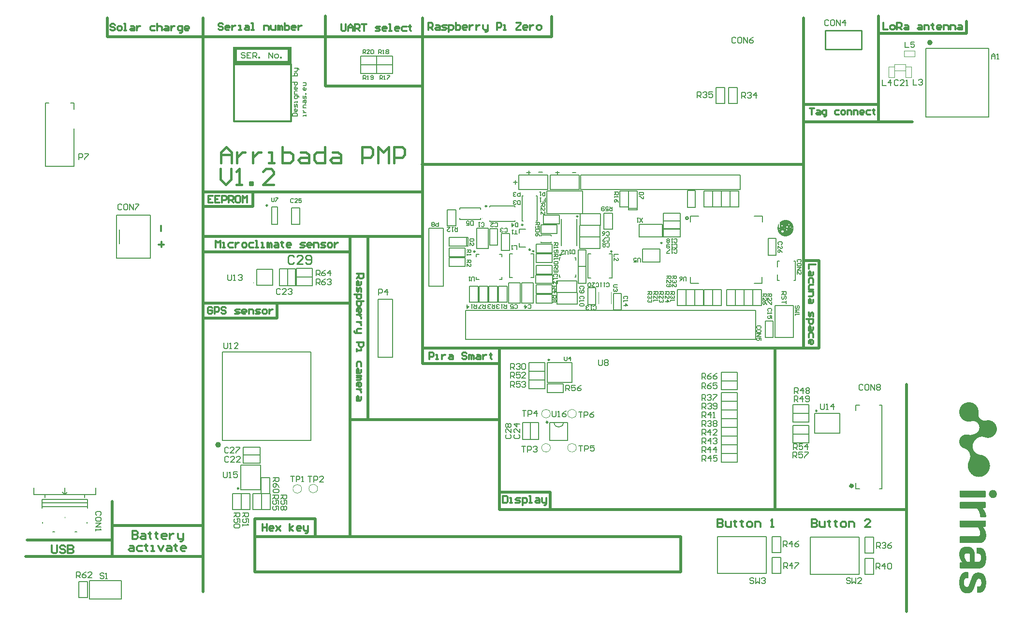
<source format=gto>
G04*
G04 #@! TF.GenerationSoftware,Altium Limited,Altium Designer,20.2.5 (213)*
G04*
G04 Layer_Color=65535*
%FSAX25Y25*%
%MOIN*%
G70*
G04*
G04 #@! TF.SameCoordinates,38458E12-344E-42E4-8E5B-5AAD2516AE5C*
G04*
G04*
G04 #@! TF.FilePolarity,Positive*
G04*
G01*
G75*
%ADD10C,0.00394*%
%ADD11C,0.00787*%
%ADD12C,0.01181*%
%ADD13C,0.01000*%
%ADD14C,0.00984*%
%ADD15C,0.02362*%
%ADD16C,0.01968*%
%ADD17C,0.00591*%
%ADD18C,0.00315*%
%ADD19C,0.00027*%
%ADD20C,0.00630*%
%ADD21C,0.00551*%
%ADD22C,0.01575*%
%ADD23C,0.00669*%
%ADD24R,0.39055X0.02480*%
%ADD25R,0.03071X0.10748*%
%ADD26R,0.03071X0.12165*%
%ADD27R,0.37913X0.02874*%
G36*
X0891872Y0277438D02*
Y0276653D01*
X0891760D01*
Y0276092D01*
X0891647D01*
Y0275643D01*
X0891535D01*
Y0275306D01*
X0891423D01*
Y0274970D01*
X0891311D01*
Y0274745D01*
X0891199D01*
Y0274409D01*
X0891086D01*
Y0274297D01*
X0890974D01*
Y0274072D01*
X0890862D01*
Y0273848D01*
X0890750D01*
Y0273736D01*
X0890638D01*
Y0273511D01*
X0890526D01*
Y0273399D01*
X0890413D01*
Y0273287D01*
X0890301D01*
Y0273175D01*
X0890189D01*
Y0273062D01*
X0890077D01*
Y0272950D01*
X0889964D01*
Y0272838D01*
X0889852D01*
Y0272726D01*
X0889740D01*
X0889628D01*
Y0272614D01*
X0889516D01*
Y0272501D01*
X0889404D01*
X0889291D01*
Y0272389D01*
X0889179D01*
X0889067D01*
Y0272277D01*
X0888955D01*
X0888842D01*
Y0272165D01*
X0888730D01*
X0888618D01*
X0888506D01*
Y0272053D01*
X0888394D01*
X0888282D01*
X0888169D01*
X0888057D01*
X0887945D01*
Y0271940D01*
X0887833D01*
X0887720D01*
X0887608D01*
X0887496D01*
X0887384D01*
X0887272D01*
X0887160D01*
X0887047D01*
X0886935D01*
X0886823D01*
X0886711D01*
X0886598D01*
X0886486D01*
X0886374D01*
X0886262D01*
X0886150D01*
X0886038D01*
Y0272053D01*
X0885925D01*
Y0272165D01*
X0885813D01*
Y0272389D01*
X0885701D01*
Y0275755D01*
X0885813D01*
Y0275980D01*
X0885925D01*
Y0276092D01*
X0886038D01*
X0886150D01*
X0886262D01*
Y0276204D01*
X0886374D01*
X0886486D01*
X0886598D01*
X0886711D01*
X0886823D01*
X0886935D01*
X0887047D01*
X0887160D01*
X0887272D01*
X0887384D01*
X0887496D01*
X0887608D01*
X0887720D01*
Y0276316D01*
X0887833D01*
X0887945D01*
Y0276428D01*
X0888057D01*
Y0276541D01*
X0888169D01*
Y0276653D01*
X0888282D01*
Y0276765D01*
X0888394D01*
Y0276989D01*
X0888506D01*
Y0277326D01*
X0888618D01*
Y0277887D01*
X0888730D01*
Y0279682D01*
X0888618D01*
Y0280243D01*
X0888506D01*
Y0280580D01*
X0888394D01*
Y0280804D01*
X0888282D01*
Y0281029D01*
X0888169D01*
Y0281141D01*
X0888057D01*
Y0281253D01*
X0887945D01*
X0887833D01*
Y0281365D01*
X0887720D01*
X0887608D01*
X0887496D01*
Y0281477D01*
X0887384D01*
X0887272D01*
X0887160D01*
X0887047D01*
X0886935D01*
X0886823D01*
X0886711D01*
X0886598D01*
Y0281365D01*
X0886486D01*
X0886374D01*
X0886262D01*
Y0281253D01*
X0886150D01*
Y0281141D01*
X0886038D01*
Y0281029D01*
X0885925D01*
Y0280916D01*
X0885813D01*
Y0280804D01*
X0885701D01*
Y0280580D01*
X0885589D01*
Y0280355D01*
X0885476D01*
Y0280019D01*
X0885364D01*
Y0279682D01*
X0885252D01*
Y0279346D01*
X0885140D01*
Y0279009D01*
X0885028D01*
Y0278785D01*
X0884916D01*
Y0278448D01*
X0884803D01*
Y0278111D01*
X0884691D01*
Y0277775D01*
X0884579D01*
Y0277438D01*
X0884467D01*
Y0277102D01*
X0884355D01*
Y0276877D01*
X0884242D01*
Y0276541D01*
X0884130D01*
Y0276204D01*
X0884018D01*
Y0275867D01*
X0883906D01*
Y0275531D01*
X0883794D01*
Y0275194D01*
X0883681D01*
Y0274970D01*
X0883569D01*
Y0274633D01*
X0883457D01*
Y0274409D01*
X0883345D01*
Y0274184D01*
X0883233D01*
Y0273960D01*
X0883120D01*
Y0273736D01*
X0883008D01*
Y0273511D01*
X0882896D01*
Y0273399D01*
X0882784D01*
Y0273175D01*
X0882672D01*
Y0273062D01*
X0882559D01*
Y0272950D01*
X0882447D01*
Y0272726D01*
X0882335D01*
Y0272614D01*
X0882223D01*
Y0272501D01*
X0882111D01*
X0881998D01*
Y0272389D01*
X0881886D01*
Y0272277D01*
X0881774D01*
Y0272165D01*
X0881662D01*
X0881550D01*
Y0272053D01*
X0881437D01*
X0881325D01*
Y0271940D01*
X0881213D01*
X0881101D01*
Y0271828D01*
X0880989D01*
X0880876D01*
X0880764D01*
Y0271716D01*
X0880652D01*
X0880540D01*
X0880428D01*
X0880315D01*
X0880203D01*
X0880091D01*
X0879979D01*
X0879867D01*
X0879755D01*
X0879642D01*
X0879530D01*
X0879418D01*
X0879306D01*
X0879193D01*
X0879081D01*
X0878969D01*
X0878857D01*
X0878745D01*
X0878633D01*
X0878520D01*
X0878408D01*
X0878296D01*
X0878184D01*
X0878071D01*
X0877959D01*
X0877847D01*
X0877735D01*
X0877623D01*
X0877511D01*
X0877398D01*
X0877286D01*
Y0271828D01*
X0877174D01*
X0877062D01*
X0876950D01*
Y0271940D01*
X0876837D01*
X0876725D01*
X0876613D01*
Y0272053D01*
X0876501D01*
X0876388D01*
Y0272165D01*
X0876276D01*
X0876164D01*
Y0272277D01*
X0876052D01*
Y0272389D01*
X0875940D01*
X0875828D01*
Y0272501D01*
X0875715D01*
Y0272614D01*
X0875603D01*
Y0272726D01*
X0875491D01*
Y0272838D01*
X0875379D01*
Y0272950D01*
X0875267D01*
Y0273062D01*
X0875154D01*
Y0273175D01*
X0875042D01*
Y0273287D01*
X0874930D01*
Y0273399D01*
X0874818D01*
Y0273623D01*
X0874706D01*
Y0273848D01*
X0874593D01*
Y0273960D01*
X0874481D01*
Y0274184D01*
X0874369D01*
Y0274409D01*
X0874257D01*
Y0274745D01*
X0874145D01*
Y0274970D01*
X0874032D01*
Y0275306D01*
X0873920D01*
Y0275755D01*
X0873808D01*
Y0276204D01*
X0873696D01*
Y0276877D01*
X0873584D01*
Y0277999D01*
X0873471D01*
Y0279907D01*
X0873584D01*
Y0281029D01*
X0873696D01*
Y0281590D01*
X0873808D01*
Y0282151D01*
X0873920D01*
Y0282487D01*
X0874032D01*
Y0282824D01*
X0874145D01*
Y0283160D01*
X0874257D01*
Y0283385D01*
X0874369D01*
Y0283609D01*
X0874481D01*
Y0283834D01*
X0874593D01*
Y0284058D01*
X0874706D01*
Y0284170D01*
X0874818D01*
Y0284395D01*
X0874930D01*
Y0284507D01*
X0875042D01*
Y0284731D01*
X0875154D01*
Y0284843D01*
X0875267D01*
Y0284955D01*
X0875379D01*
Y0285068D01*
X0875491D01*
Y0285180D01*
X0875603D01*
Y0285292D01*
X0875715D01*
X0875828D01*
Y0285404D01*
X0875940D01*
Y0285516D01*
X0876052D01*
X0876164D01*
Y0285629D01*
X0876276D01*
X0876388D01*
Y0285741D01*
X0876501D01*
X0876613D01*
Y0285853D01*
X0876725D01*
X0876837D01*
Y0285965D01*
X0876950D01*
X0877062D01*
X0877174D01*
X0877286D01*
Y0286077D01*
X0877398D01*
X0877511D01*
X0877623D01*
X0877735D01*
X0877847D01*
X0877959D01*
X0878071D01*
X0878184D01*
X0878296D01*
X0878408D01*
X0878520D01*
X0878633D01*
X0878745D01*
X0878857D01*
X0878969D01*
X0879081D01*
X0879193D01*
X0879306D01*
X0879418D01*
X0879530D01*
Y0285965D01*
X0879642D01*
Y0285741D01*
X0879755D01*
Y0282263D01*
X0879642D01*
Y0282038D01*
X0879530D01*
Y0281926D01*
X0879418D01*
X0879306D01*
X0879193D01*
Y0281814D01*
X0879081D01*
X0878969D01*
X0878857D01*
X0878745D01*
X0878633D01*
X0878520D01*
X0878408D01*
X0878296D01*
X0878184D01*
X0878071D01*
X0877959D01*
X0877847D01*
Y0281702D01*
X0877735D01*
X0877623D01*
Y0281590D01*
X0877511D01*
Y0281477D01*
X0877398D01*
Y0281365D01*
X0877286D01*
Y0281141D01*
X0877174D01*
Y0280916D01*
X0877062D01*
Y0280580D01*
X0876950D01*
Y0280131D01*
X0876837D01*
Y0277663D01*
X0876950D01*
Y0277214D01*
X0877062D01*
Y0276877D01*
X0877174D01*
Y0276653D01*
X0877286D01*
Y0276541D01*
X0877398D01*
Y0276428D01*
X0877511D01*
Y0276316D01*
X0877623D01*
Y0276204D01*
X0877735D01*
Y0276092D01*
X0877847D01*
X0877959D01*
Y0275980D01*
X0878071D01*
X0878184D01*
X0878296D01*
X0878408D01*
X0878520D01*
X0878633D01*
X0878745D01*
X0878857D01*
X0878969D01*
X0879081D01*
X0879193D01*
X0879306D01*
Y0276092D01*
X0879418D01*
X0879530D01*
Y0276204D01*
X0879642D01*
Y0276316D01*
X0879755D01*
Y0276541D01*
X0879867D01*
Y0276653D01*
X0879979D01*
Y0276877D01*
X0880091D01*
Y0277102D01*
X0880203D01*
Y0277438D01*
X0880315D01*
Y0277663D01*
X0880428D01*
Y0277999D01*
X0880540D01*
Y0278336D01*
X0880652D01*
Y0278560D01*
X0880764D01*
Y0278897D01*
X0880876D01*
Y0279233D01*
X0880989D01*
Y0279570D01*
X0881101D01*
Y0279794D01*
X0881213D01*
Y0280131D01*
X0881325D01*
Y0280468D01*
X0881437D01*
Y0280804D01*
X0881550D01*
Y0281029D01*
X0881662D01*
Y0281365D01*
X0881774D01*
Y0281702D01*
X0881886D01*
Y0281926D01*
X0881998D01*
Y0282263D01*
X0882111D01*
Y0282599D01*
X0882223D01*
Y0282936D01*
X0882335D01*
Y0283160D01*
X0882447D01*
Y0283385D01*
X0882559D01*
Y0283609D01*
X0882672D01*
Y0283721D01*
X0882784D01*
Y0283946D01*
X0882896D01*
Y0284058D01*
X0883008D01*
Y0284170D01*
X0883120D01*
Y0284282D01*
X0883233D01*
Y0284395D01*
X0883345D01*
Y0284507D01*
X0883457D01*
Y0284619D01*
X0883569D01*
Y0284731D01*
X0883681D01*
Y0284843D01*
X0883794D01*
Y0284955D01*
X0883906D01*
X0884018D01*
Y0285068D01*
X0884130D01*
Y0285180D01*
X0884242D01*
X0884355D01*
Y0285292D01*
X0884467D01*
X0884579D01*
Y0285404D01*
X0884691D01*
X0884803D01*
Y0285516D01*
X0884916D01*
X0885028D01*
X0885140D01*
Y0285629D01*
X0885252D01*
X0885364D01*
X0885476D01*
X0885589D01*
X0885701D01*
X0885813D01*
Y0285741D01*
X0885925D01*
X0886038D01*
X0886150D01*
X0886262D01*
X0886374D01*
X0886486D01*
X0886598D01*
X0886711D01*
X0886823D01*
X0886935D01*
X0887047D01*
X0887160D01*
X0887272D01*
X0887384D01*
X0887496D01*
Y0285629D01*
X0887608D01*
X0887720D01*
X0887833D01*
X0887945D01*
X0888057D01*
X0888169D01*
X0888282D01*
Y0285516D01*
X0888394D01*
X0888506D01*
X0888618D01*
Y0285404D01*
X0888730D01*
X0888842D01*
X0888955D01*
Y0285292D01*
X0889067D01*
X0889179D01*
Y0285180D01*
X0889291D01*
X0889404D01*
Y0285068D01*
X0889516D01*
Y0284955D01*
X0889628D01*
X0889740D01*
Y0284843D01*
X0889852D01*
Y0284731D01*
X0889964D01*
Y0284619D01*
X0890077D01*
Y0284507D01*
X0890189D01*
Y0284395D01*
X0890301D01*
Y0284282D01*
X0890413D01*
Y0284170D01*
X0890526D01*
Y0284058D01*
X0890638D01*
Y0283946D01*
X0890750D01*
Y0283721D01*
X0890862D01*
Y0283609D01*
X0890974D01*
Y0283385D01*
X0891086D01*
Y0283160D01*
X0891199D01*
Y0282936D01*
X0891311D01*
Y0282599D01*
X0891423D01*
Y0282375D01*
X0891535D01*
Y0282038D01*
X0891647D01*
Y0281590D01*
X0891760D01*
Y0281029D01*
X0891872D01*
Y0280131D01*
X0891984D01*
Y0277438D01*
X0891872D01*
D02*
G37*
G36*
Y0294268D02*
Y0293370D01*
X0891760D01*
Y0292809D01*
X0891647D01*
Y0292248D01*
X0891535D01*
Y0291912D01*
X0891423D01*
Y0291575D01*
X0891311D01*
Y0291351D01*
X0891199D01*
Y0291126D01*
X0891086D01*
Y0290902D01*
X0890974D01*
Y0290677D01*
X0890862D01*
Y0290453D01*
X0890750D01*
Y0290341D01*
X0890638D01*
Y0290229D01*
X0890526D01*
Y0290004D01*
X0890413D01*
Y0289892D01*
X0890301D01*
Y0289780D01*
X0890189D01*
Y0289668D01*
X0890077D01*
Y0289556D01*
X0889964D01*
X0889852D01*
Y0289443D01*
X0889740D01*
Y0289331D01*
X0889628D01*
Y0289219D01*
X0889516D01*
X0889404D01*
Y0289107D01*
X0889291D01*
X0889179D01*
Y0288995D01*
X0889067D01*
X0888955D01*
Y0288882D01*
X0888842D01*
X0888730D01*
X0888618D01*
Y0288770D01*
X0888506D01*
X0888394D01*
X0888282D01*
X0888169D01*
Y0288658D01*
X0888057D01*
X0887945D01*
X0887833D01*
X0887720D01*
X0887608D01*
X0887496D01*
Y0288546D01*
X0887384D01*
X0887272D01*
X0887160D01*
X0887047D01*
X0886935D01*
X0886823D01*
X0886711D01*
X0886598D01*
X0886486D01*
X0886374D01*
X0886262D01*
X0886150D01*
X0886038D01*
X0885925D01*
X0885813D01*
X0885701D01*
X0885589D01*
X0885476D01*
X0885364D01*
X0885252D01*
X0885140D01*
X0885028D01*
X0884916D01*
X0884803D01*
X0884691D01*
X0884579D01*
X0884467D01*
X0884355D01*
X0884242D01*
X0884130D01*
X0884018D01*
X0883906D01*
X0883794D01*
X0883681D01*
X0883569D01*
X0883457D01*
X0883345D01*
X0883233D01*
X0883120D01*
X0883008D01*
X0882896D01*
X0882784D01*
X0882672D01*
X0882559D01*
X0882447D01*
X0882335D01*
X0882223D01*
X0882111D01*
X0881998D01*
X0881886D01*
X0881774D01*
X0881662D01*
X0881550D01*
X0881437D01*
X0881325D01*
X0881213D01*
X0881101D01*
X0880989D01*
X0880876D01*
X0880764D01*
X0880652D01*
X0880540D01*
X0880428D01*
X0880315D01*
X0880203D01*
X0880091D01*
X0879979D01*
X0879867D01*
X0879755D01*
X0879642D01*
X0879530D01*
X0879418D01*
X0879306D01*
X0879193D01*
X0879081D01*
X0878969D01*
X0878857D01*
X0878745D01*
X0878633D01*
X0878520D01*
X0878408D01*
X0878296D01*
X0878184D01*
X0878071D01*
X0877959D01*
X0877847D01*
X0877735D01*
X0877623D01*
X0877511D01*
X0877398D01*
X0877286D01*
X0877174D01*
X0877062D01*
X0876950D01*
X0876837D01*
X0876725D01*
X0876613D01*
X0876501D01*
X0876388D01*
X0876276D01*
X0876164D01*
X0876052D01*
X0875940D01*
X0875828D01*
X0875715D01*
X0875603D01*
X0875491D01*
X0875379D01*
X0875267D01*
X0875154D01*
X0875042D01*
X0874930D01*
X0874818D01*
X0874706D01*
X0874593D01*
X0874481D01*
X0874369D01*
Y0288658D01*
X0874257D01*
X0874145D01*
X0874032D01*
Y0288770D01*
X0873920D01*
Y0288995D01*
X0873808D01*
Y0292585D01*
X0873920D01*
Y0292697D01*
X0874032D01*
Y0292809D01*
X0874145D01*
X0874257D01*
Y0292921D01*
X0874369D01*
X0874481D01*
X0874593D01*
X0874706D01*
X0874818D01*
X0874930D01*
Y0293034D01*
X0875042D01*
X0875154D01*
X0875267D01*
X0875379D01*
Y0293258D01*
X0875267D01*
Y0293370D01*
X0875154D01*
Y0293595D01*
X0875042D01*
Y0293707D01*
X0874930D01*
Y0293819D01*
X0874818D01*
Y0294043D01*
X0874706D01*
Y0294268D01*
X0874593D01*
Y0294380D01*
X0874481D01*
Y0294604D01*
X0874369D01*
Y0294829D01*
X0874257D01*
Y0295053D01*
X0874145D01*
Y0295390D01*
X0874032D01*
Y0295614D01*
X0873920D01*
Y0295951D01*
X0873808D01*
Y0296400D01*
X0873696D01*
Y0296848D01*
X0873584D01*
Y0297746D01*
X0873471D01*
Y0299092D01*
X0873584D01*
Y0299878D01*
X0873696D01*
Y0300326D01*
X0873808D01*
Y0300663D01*
X0873920D01*
Y0301000D01*
X0874032D01*
Y0301224D01*
X0874145D01*
Y0301448D01*
X0874257D01*
Y0301561D01*
X0874369D01*
Y0301785D01*
X0874481D01*
Y0301897D01*
X0874593D01*
Y0302122D01*
X0874706D01*
Y0302234D01*
X0874818D01*
Y0302346D01*
X0874930D01*
Y0302458D01*
X0875042D01*
Y0302571D01*
X0875154D01*
X0875267D01*
Y0302683D01*
X0875379D01*
Y0302795D01*
X0875491D01*
Y0302907D01*
X0875603D01*
X0875715D01*
Y0303019D01*
X0875828D01*
X0875940D01*
Y0303132D01*
X0876052D01*
X0876164D01*
Y0303244D01*
X0876276D01*
X0876388D01*
Y0303356D01*
X0876501D01*
X0876613D01*
X0876725D01*
X0876837D01*
Y0303468D01*
X0876950D01*
X0877062D01*
X0877174D01*
X0877286D01*
X0877398D01*
Y0303580D01*
X0877511D01*
X0877623D01*
X0877735D01*
X0877847D01*
X0877959D01*
X0878071D01*
X0878184D01*
X0878296D01*
X0878408D01*
X0878520D01*
X0878633D01*
X0878745D01*
X0878857D01*
X0878969D01*
X0879081D01*
X0879193D01*
X0879306D01*
X0879418D01*
X0879530D01*
X0879642D01*
X0879755D01*
X0879867D01*
X0879979D01*
X0880091D01*
X0880203D01*
Y0303468D01*
X0880315D01*
X0880428D01*
X0880540D01*
X0880652D01*
X0880764D01*
Y0303356D01*
X0880876D01*
X0880989D01*
X0881101D01*
Y0303244D01*
X0881213D01*
X0881325D01*
X0881437D01*
Y0303132D01*
X0881550D01*
X0881662D01*
Y0303019D01*
X0881774D01*
X0881886D01*
Y0302907D01*
X0881998D01*
Y0302795D01*
X0882111D01*
X0882223D01*
Y0302683D01*
X0882335D01*
Y0302571D01*
X0882447D01*
Y0302458D01*
X0882559D01*
Y0302346D01*
X0882672D01*
Y0302234D01*
X0882784D01*
Y0302122D01*
X0882896D01*
Y0302010D01*
X0883008D01*
Y0301897D01*
X0883120D01*
Y0301673D01*
X0883233D01*
Y0301561D01*
X0883345D01*
Y0301336D01*
X0883457D01*
Y0301112D01*
X0883569D01*
Y0300887D01*
X0883681D01*
Y0300551D01*
X0883794D01*
Y0300214D01*
X0883906D01*
Y0299765D01*
X0884018D01*
Y0299092D01*
X0884130D01*
Y0293146D01*
X0884242D01*
X0884355D01*
X0884467D01*
X0884579D01*
X0884691D01*
X0884803D01*
X0884916D01*
X0885028D01*
X0885140D01*
X0885252D01*
X0885364D01*
X0885476D01*
X0885589D01*
X0885701D01*
X0885813D01*
X0885925D01*
X0886038D01*
X0886150D01*
X0886262D01*
X0886374D01*
X0886486D01*
X0886598D01*
X0886711D01*
X0886823D01*
X0886935D01*
Y0293258D01*
X0887047D01*
X0887160D01*
X0887272D01*
X0887384D01*
Y0293370D01*
X0887496D01*
X0887608D01*
Y0293482D01*
X0887720D01*
Y0293595D01*
X0887833D01*
Y0293707D01*
X0887945D01*
Y0293819D01*
X0888057D01*
Y0293931D01*
X0888169D01*
Y0294156D01*
X0888282D01*
Y0294492D01*
X0888394D01*
Y0294941D01*
X0888506D01*
Y0296848D01*
X0888394D01*
Y0297409D01*
X0888282D01*
Y0297746D01*
X0888169D01*
Y0297970D01*
X0888057D01*
Y0298083D01*
X0887945D01*
Y0298307D01*
X0887833D01*
X0887720D01*
Y0298419D01*
X0887608D01*
Y0298531D01*
X0887496D01*
X0887384D01*
Y0298644D01*
X0887272D01*
X0887160D01*
X0887047D01*
X0886935D01*
X0886823D01*
Y0298756D01*
X0886711D01*
X0886598D01*
X0886486D01*
X0886374D01*
X0886262D01*
X0886150D01*
X0886038D01*
X0885925D01*
X0885813D01*
Y0298868D01*
X0885701D01*
Y0298980D01*
X0885589D01*
Y0299092D01*
X0885476D01*
Y0302683D01*
X0885589D01*
Y0302795D01*
X0885701D01*
Y0302907D01*
X0885813D01*
Y0303019D01*
X0885925D01*
X0886038D01*
X0886150D01*
X0886262D01*
X0886374D01*
X0886486D01*
X0886598D01*
X0886711D01*
X0886823D01*
X0886935D01*
X0887047D01*
X0887160D01*
X0887272D01*
X0887384D01*
X0887496D01*
X0887608D01*
X0887720D01*
X0887833D01*
X0887945D01*
Y0302907D01*
X0888057D01*
X0888169D01*
X0888282D01*
X0888394D01*
Y0302795D01*
X0888506D01*
X0888618D01*
X0888730D01*
Y0302683D01*
X0888842D01*
X0888955D01*
X0889067D01*
Y0302571D01*
X0889179D01*
X0889291D01*
Y0302458D01*
X0889404D01*
Y0302346D01*
X0889516D01*
X0889628D01*
Y0302234D01*
X0889740D01*
Y0302122D01*
X0889852D01*
X0889964D01*
Y0302010D01*
X0890077D01*
Y0301897D01*
X0890189D01*
Y0301785D01*
X0890301D01*
Y0301673D01*
X0890413D01*
Y0301561D01*
X0890526D01*
Y0301336D01*
X0890638D01*
Y0301224D01*
X0890750D01*
Y0301112D01*
X0890862D01*
Y0300887D01*
X0890974D01*
Y0300663D01*
X0891086D01*
Y0300439D01*
X0891199D01*
Y0300214D01*
X0891311D01*
Y0299990D01*
X0891423D01*
Y0299653D01*
X0891535D01*
Y0299205D01*
X0891647D01*
Y0298756D01*
X0891760D01*
Y0298195D01*
X0891872D01*
Y0297297D01*
X0891984D01*
Y0294268D01*
X0891872D01*
D02*
G37*
G36*
Y0310312D02*
Y0309751D01*
X0891760D01*
Y0309302D01*
X0891647D01*
Y0308966D01*
X0891535D01*
Y0308741D01*
X0891423D01*
Y0308517D01*
X0891311D01*
Y0308293D01*
X0891199D01*
Y0308068D01*
X0891086D01*
Y0307956D01*
X0890974D01*
Y0307844D01*
X0890862D01*
Y0307619D01*
X0890750D01*
Y0307507D01*
X0890638D01*
Y0307395D01*
X0890526D01*
Y0307283D01*
X0890413D01*
Y0307171D01*
X0890301D01*
Y0307058D01*
X0890189D01*
X0890077D01*
Y0306946D01*
X0889964D01*
Y0306834D01*
X0889852D01*
X0889740D01*
Y0306722D01*
X0889628D01*
X0889516D01*
Y0306610D01*
X0889404D01*
X0889291D01*
Y0306497D01*
X0889179D01*
X0889067D01*
Y0306385D01*
X0888955D01*
X0888842D01*
X0888730D01*
Y0306273D01*
X0888618D01*
X0888506D01*
X0888394D01*
X0888282D01*
Y0306161D01*
X0888169D01*
X0888057D01*
X0887945D01*
X0887833D01*
X0887720D01*
X0887608D01*
X0887496D01*
X0887384D01*
X0887272D01*
X0887160D01*
X0887047D01*
X0886935D01*
X0886823D01*
X0886711D01*
X0886598D01*
X0886486D01*
X0886374D01*
X0886262D01*
X0886150D01*
X0886038D01*
X0885925D01*
X0885813D01*
X0885701D01*
X0885589D01*
X0885476D01*
X0885364D01*
X0885252D01*
X0885140D01*
X0885028D01*
X0884916D01*
X0884803D01*
X0884691D01*
X0884579D01*
X0884467D01*
X0884355D01*
X0884242D01*
X0884130D01*
X0884018D01*
X0883906D01*
X0883794D01*
X0883681D01*
X0883569D01*
X0883457D01*
X0883345D01*
X0883233D01*
X0883120D01*
X0883008D01*
X0882896D01*
X0882784D01*
X0882672D01*
X0882559D01*
X0882447D01*
X0882335D01*
X0882223D01*
X0882111D01*
X0881998D01*
X0881886D01*
X0881774D01*
X0881662D01*
X0881550D01*
X0881437D01*
X0881325D01*
X0881213D01*
X0881101D01*
X0880989D01*
X0880876D01*
X0880764D01*
X0880652D01*
X0880540D01*
X0880428D01*
X0880315D01*
X0880203D01*
X0880091D01*
X0879979D01*
X0879867D01*
X0879755D01*
X0879642D01*
X0879530D01*
X0879418D01*
X0879306D01*
X0879193D01*
X0879081D01*
X0878969D01*
X0878857D01*
X0878745D01*
X0878633D01*
X0878520D01*
X0878408D01*
X0878296D01*
X0878184D01*
X0878071D01*
X0877959D01*
X0877847D01*
X0877735D01*
X0877623D01*
X0877511D01*
X0877398D01*
X0877286D01*
X0877174D01*
X0877062D01*
X0876950D01*
X0876837D01*
X0876725D01*
X0876613D01*
X0876501D01*
X0876388D01*
X0876276D01*
X0876164D01*
X0876052D01*
X0875940D01*
X0875828D01*
X0875715D01*
X0875603D01*
X0875491D01*
X0875379D01*
X0875267D01*
X0875154D01*
X0875042D01*
X0874930D01*
X0874818D01*
X0874706D01*
X0874593D01*
X0874481D01*
X0874369D01*
X0874257D01*
X0874145D01*
Y0306273D01*
X0874032D01*
Y0306385D01*
X0873920D01*
Y0306497D01*
X0873808D01*
Y0310424D01*
X0873920D01*
Y0310537D01*
X0874032D01*
Y0310649D01*
X0874145D01*
Y0310761D01*
X0874257D01*
X0874369D01*
X0874481D01*
X0874593D01*
Y0310873D01*
X0874706D01*
X0874818D01*
X0874930D01*
X0875042D01*
X0875154D01*
X0875267D01*
X0875379D01*
X0875491D01*
X0875603D01*
X0875715D01*
X0875828D01*
X0875940D01*
X0876052D01*
X0876164D01*
X0876276D01*
X0876388D01*
X0876501D01*
X0876613D01*
X0876725D01*
X0876837D01*
X0876950D01*
X0877062D01*
X0877174D01*
X0877286D01*
X0877398D01*
X0877511D01*
X0877623D01*
X0877735D01*
X0877847D01*
X0877959D01*
X0878071D01*
X0878184D01*
X0878296D01*
X0878408D01*
X0878520D01*
X0878633D01*
X0878745D01*
X0878857D01*
X0878969D01*
X0879081D01*
X0879193D01*
X0879306D01*
X0879418D01*
X0879530D01*
X0879642D01*
X0879755D01*
X0879867D01*
X0879979D01*
X0880091D01*
X0880203D01*
X0880315D01*
X0880428D01*
X0880540D01*
X0880652D01*
X0880764D01*
X0880876D01*
X0880989D01*
X0881101D01*
X0881213D01*
X0881325D01*
X0881437D01*
X0881550D01*
X0881662D01*
X0881774D01*
X0881886D01*
X0881998D01*
X0882111D01*
X0882223D01*
X0882335D01*
X0882447D01*
X0882559D01*
X0882672D01*
X0882784D01*
X0882896D01*
X0883008D01*
X0883120D01*
X0883233D01*
X0883345D01*
X0883457D01*
X0883569D01*
X0883681D01*
X0883794D01*
X0883906D01*
X0884018D01*
X0884130D01*
X0884242D01*
X0884355D01*
X0884467D01*
X0884579D01*
X0884691D01*
X0884803D01*
X0884916D01*
X0885028D01*
X0885140D01*
X0885252D01*
X0885364D01*
X0885476D01*
X0885589D01*
X0885701D01*
X0885813D01*
X0885925D01*
X0886038D01*
X0886150D01*
X0886262D01*
X0886374D01*
X0886486D01*
X0886598D01*
X0886711D01*
X0886823D01*
X0886935D01*
Y0310985D01*
X0887047D01*
X0887160D01*
Y0311098D01*
X0887272D01*
X0887384D01*
Y0311210D01*
X0887496D01*
Y0311322D01*
X0887608D01*
Y0311546D01*
X0887720D01*
Y0311771D01*
X0887833D01*
Y0312220D01*
X0887945D01*
Y0313454D01*
X0887833D01*
Y0314015D01*
X0887720D01*
Y0314463D01*
X0887608D01*
Y0314800D01*
X0887496D01*
Y0315024D01*
X0887384D01*
Y0315249D01*
X0887272D01*
Y0315585D01*
X0887160D01*
Y0315698D01*
X0887047D01*
Y0315922D01*
X0886935D01*
Y0316146D01*
X0886823D01*
Y0316371D01*
X0886711D01*
Y0316483D01*
X0886598D01*
Y0316707D01*
X0886486D01*
Y0316820D01*
X0886374D01*
Y0316932D01*
X0886262D01*
Y0317044D01*
X0886150D01*
X0886038D01*
X0885925D01*
X0885813D01*
X0885701D01*
X0885589D01*
X0885476D01*
X0885364D01*
X0885252D01*
X0885140D01*
X0885028D01*
X0884916D01*
X0884803D01*
X0884691D01*
X0884579D01*
X0884467D01*
X0884355D01*
X0884242D01*
X0884130D01*
X0884018D01*
X0883906D01*
X0883794D01*
X0883681D01*
X0883569D01*
X0883457D01*
X0883345D01*
X0883233D01*
X0883120D01*
X0883008D01*
X0882896D01*
X0882784D01*
X0882672D01*
X0882559D01*
X0882447D01*
X0882335D01*
X0882223D01*
X0882111D01*
X0881998D01*
X0881886D01*
X0881774D01*
X0881662D01*
X0881550D01*
X0881437D01*
X0881325D01*
X0881213D01*
X0881101D01*
X0880989D01*
X0880876D01*
X0880764D01*
X0880652D01*
X0880540D01*
X0880428D01*
X0880315D01*
X0880203D01*
X0880091D01*
X0879979D01*
X0879867D01*
X0879755D01*
X0879642D01*
X0879530D01*
X0879418D01*
X0879306D01*
X0879193D01*
X0879081D01*
X0878969D01*
X0878857D01*
X0878745D01*
X0878633D01*
X0878520D01*
X0878408D01*
X0878296D01*
X0878184D01*
X0878071D01*
X0877959D01*
X0877847D01*
X0877735D01*
X0877623D01*
X0877511D01*
X0877398D01*
X0877286D01*
X0877174D01*
X0877062D01*
X0876950D01*
X0876837D01*
X0876725D01*
X0876613D01*
X0876501D01*
X0876388D01*
X0876276D01*
X0876164D01*
X0876052D01*
X0875940D01*
X0875828D01*
X0875715D01*
X0875603D01*
X0875491D01*
X0875379D01*
X0875267D01*
X0875154D01*
X0875042D01*
X0874930D01*
X0874818D01*
X0874706D01*
X0874593D01*
X0874481D01*
X0874369D01*
X0874257D01*
X0874145D01*
Y0317156D01*
X0874032D01*
X0873920D01*
Y0317381D01*
X0873808D01*
Y0321307D01*
X0873920D01*
Y0321420D01*
X0874032D01*
Y0321532D01*
X0874145D01*
Y0321644D01*
X0874257D01*
X0874369D01*
X0874481D01*
X0874593D01*
X0874706D01*
X0874818D01*
X0874930D01*
X0875042D01*
X0875154D01*
X0875267D01*
X0875379D01*
X0875491D01*
X0875603D01*
X0875715D01*
X0875828D01*
X0875940D01*
X0876052D01*
X0876164D01*
X0876276D01*
X0876388D01*
X0876501D01*
X0876613D01*
X0876725D01*
X0876837D01*
X0876950D01*
X0877062D01*
X0877174D01*
X0877286D01*
X0877398D01*
X0877511D01*
X0877623D01*
X0877735D01*
X0877847D01*
X0877959D01*
X0878071D01*
X0878184D01*
X0878296D01*
X0878408D01*
X0878520D01*
X0878633D01*
X0878745D01*
X0878857D01*
X0878969D01*
X0879081D01*
X0879193D01*
X0879306D01*
X0879418D01*
X0879530D01*
X0879642D01*
X0879755D01*
X0879867D01*
X0879979D01*
X0880091D01*
X0880203D01*
X0880315D01*
X0880428D01*
X0880540D01*
X0880652D01*
X0880764D01*
X0880876D01*
X0880989D01*
X0881101D01*
X0881213D01*
X0881325D01*
X0881437D01*
X0881550D01*
X0881662D01*
X0881774D01*
X0881886D01*
X0881998D01*
X0882111D01*
X0882223D01*
X0882335D01*
X0882447D01*
X0882559D01*
X0882672D01*
X0882784D01*
X0882896D01*
X0883008D01*
X0883120D01*
X0883233D01*
X0883345D01*
X0883457D01*
X0883569D01*
X0883681D01*
X0883794D01*
X0883906D01*
X0884018D01*
X0884130D01*
X0884242D01*
X0884355D01*
X0884467D01*
X0884579D01*
X0884691D01*
X0884803D01*
X0884916D01*
X0885028D01*
X0885140D01*
X0885252D01*
X0885364D01*
X0885476D01*
X0885589D01*
X0885701D01*
X0885813D01*
X0885925D01*
X0886038D01*
X0886150D01*
X0886262D01*
X0886374D01*
X0886486D01*
X0886598D01*
X0886711D01*
X0886823D01*
X0886935D01*
X0887047D01*
X0887160D01*
X0887272D01*
X0887384D01*
X0887496D01*
X0887608D01*
X0887720D01*
X0887833D01*
X0887945D01*
X0888057D01*
X0888169D01*
X0888282D01*
X0888394D01*
X0888506D01*
X0888618D01*
X0888730D01*
X0888842D01*
X0888955D01*
X0889067D01*
X0889179D01*
X0889291D01*
X0889404D01*
X0889516D01*
X0889628D01*
X0889740D01*
X0889852D01*
X0889964D01*
X0890077D01*
X0890189D01*
X0890301D01*
X0890413D01*
X0890526D01*
X0890638D01*
X0890750D01*
X0890862D01*
X0890974D01*
X0891086D01*
X0891199D01*
X0891311D01*
Y0321532D01*
X0891423D01*
X0891535D01*
Y0321420D01*
X0891647D01*
Y0317493D01*
X0891535D01*
Y0317381D01*
X0891423D01*
Y0317268D01*
X0891311D01*
X0891199D01*
X0891086D01*
Y0317156D01*
X0890974D01*
X0890862D01*
X0890750D01*
X0890638D01*
X0890526D01*
X0890413D01*
X0890301D01*
X0890189D01*
X0890077D01*
Y0316932D01*
X0890189D01*
Y0316707D01*
X0890301D01*
Y0316595D01*
X0890413D01*
Y0316371D01*
X0890526D01*
Y0316259D01*
X0890638D01*
Y0316034D01*
X0890750D01*
Y0315922D01*
X0890862D01*
Y0315698D01*
X0890974D01*
Y0315473D01*
X0891086D01*
Y0315249D01*
X0891199D01*
Y0315024D01*
X0891311D01*
Y0314688D01*
X0891423D01*
Y0314463D01*
X0891535D01*
Y0314127D01*
X0891647D01*
Y0313678D01*
X0891760D01*
Y0313229D01*
X0891872D01*
Y0312444D01*
X0891984D01*
Y0310312D01*
X0891872D01*
D02*
G37*
G36*
X0880764Y0403100D02*
X0881550D01*
Y0402987D01*
X0881998D01*
Y0402875D01*
X0882335D01*
Y0402763D01*
X0882672D01*
Y0402651D01*
X0882896D01*
Y0402539D01*
X0883120D01*
Y0402426D01*
X0883345D01*
Y0402314D01*
X0883569D01*
Y0402202D01*
X0883794D01*
Y0402090D01*
X0883906D01*
Y0401978D01*
X0884130D01*
Y0401865D01*
X0884242D01*
Y0401753D01*
X0884355D01*
Y0401641D01*
X0884467D01*
Y0401529D01*
X0884691D01*
Y0401417D01*
X0884803D01*
Y0401304D01*
X0884916D01*
Y0401192D01*
X0885028D01*
Y0401080D01*
X0885140D01*
Y0400856D01*
X0885252D01*
Y0400743D01*
X0885364D01*
Y0400631D01*
X0885476D01*
Y0400519D01*
X0885589D01*
Y0400295D01*
X0885701D01*
Y0400182D01*
X0885813D01*
Y0399958D01*
X0885925D01*
Y0399734D01*
X0886038D01*
Y0399509D01*
X0886150D01*
Y0399285D01*
X0886262D01*
Y0399061D01*
X0886374D01*
Y0398724D01*
X0886486D01*
Y0398387D01*
X0886598D01*
Y0397939D01*
X0886711D01*
Y0397378D01*
X0886823D01*
Y0395246D01*
X0886711D01*
Y0394236D01*
X0886823D01*
Y0393563D01*
X0886935D01*
Y0393226D01*
X0887047D01*
Y0393002D01*
X0887160D01*
Y0392777D01*
X0887272D01*
Y0392553D01*
X0887384D01*
Y0392441D01*
X0887496D01*
Y0392329D01*
X0887608D01*
Y0392216D01*
X0887720D01*
Y0391992D01*
X0887833D01*
Y0391880D01*
X0887945D01*
Y0391768D01*
X0888057D01*
Y0391655D01*
X0888282D01*
Y0391543D01*
X0888394D01*
Y0391431D01*
X0888506D01*
Y0391319D01*
X0888618D01*
Y0391207D01*
X0888842D01*
Y0391094D01*
X0889067D01*
Y0390982D01*
X0889179D01*
Y0390870D01*
X0889516D01*
Y0390758D01*
X0889852D01*
Y0390646D01*
X0890301D01*
Y0390533D01*
X0891647D01*
Y0390646D01*
X0892321D01*
Y0390758D01*
X0894452D01*
Y0390646D01*
X0894901D01*
Y0390533D01*
X0895350D01*
Y0390421D01*
X0895574D01*
Y0390309D01*
X0895911D01*
Y0390197D01*
X0896135D01*
Y0390085D01*
X0896360D01*
Y0389972D01*
X0896472D01*
Y0389860D01*
X0896696D01*
Y0389748D01*
X0896921D01*
Y0389636D01*
X0897033D01*
Y0389524D01*
X0897145D01*
Y0389411D01*
X0897257D01*
Y0389299D01*
X0897482D01*
Y0389187D01*
X0897594D01*
Y0389075D01*
X0897706D01*
Y0388963D01*
X0897818D01*
Y0388851D01*
X0897931D01*
Y0388626D01*
X0898043D01*
Y0388514D01*
X0898155D01*
Y0388402D01*
X0898267D01*
Y0388290D01*
X0898379D01*
Y0388065D01*
X0898491D01*
Y0387953D01*
X0898604D01*
Y0387729D01*
X0898716D01*
Y0387504D01*
X0898828D01*
Y0387280D01*
X0898940D01*
Y0387055D01*
X0899053D01*
Y0386719D01*
X0899165D01*
Y0386382D01*
X0899277D01*
Y0385821D01*
X0899389D01*
Y0383577D01*
X0899277D01*
Y0383128D01*
X0899165D01*
Y0382680D01*
X0899053D01*
Y0382455D01*
X0898940D01*
Y0382119D01*
X0898828D01*
Y0381894D01*
X0898716D01*
Y0381782D01*
X0898604D01*
Y0381558D01*
X0898491D01*
Y0381333D01*
X0898379D01*
Y0381221D01*
X0898267D01*
Y0380997D01*
X0898155D01*
Y0380885D01*
X0898043D01*
Y0380772D01*
X0897931D01*
Y0380660D01*
X0897818D01*
Y0380548D01*
X0897706D01*
Y0380436D01*
X0897594D01*
Y0380324D01*
X0897482D01*
Y0380211D01*
X0897369D01*
Y0380099D01*
X0897257D01*
Y0379987D01*
X0897145D01*
Y0379875D01*
X0896921D01*
Y0379763D01*
X0896809D01*
Y0379650D01*
X0896584D01*
Y0379538D01*
X0896472D01*
Y0379426D01*
X0896247D01*
Y0379314D01*
X0896023D01*
Y0379202D01*
X0895799D01*
Y0379089D01*
X0895462D01*
Y0378977D01*
X0895126D01*
Y0378865D01*
X0894789D01*
Y0378753D01*
X0894116D01*
Y0378641D01*
X0892545D01*
Y0378753D01*
X0891984D01*
Y0378865D01*
X0891535D01*
Y0378977D01*
X0891199D01*
Y0379089D01*
X0890862D01*
Y0379202D01*
X0890526D01*
Y0379314D01*
X0889852D01*
Y0379426D01*
X0888506D01*
Y0379314D01*
X0887833D01*
Y0379202D01*
X0887384D01*
Y0379089D01*
X0887160D01*
Y0378977D01*
X0886823D01*
Y0378865D01*
X0886598D01*
Y0378753D01*
X0886374D01*
Y0378641D01*
X0886150D01*
Y0378528D01*
X0886038D01*
Y0378416D01*
X0885813D01*
Y0378304D01*
X0885701D01*
Y0378192D01*
X0885589D01*
Y0378080D01*
X0885364D01*
Y0377967D01*
X0885252D01*
Y0377855D01*
X0885140D01*
Y0377743D01*
X0885028D01*
Y0377631D01*
X0884916D01*
Y0377519D01*
X0884803D01*
Y0377406D01*
X0884691D01*
Y0377294D01*
X0884579D01*
Y0377182D01*
X0884467D01*
Y0377070D01*
X0884355D01*
Y0376845D01*
X0884242D01*
Y0376733D01*
X0884130D01*
Y0376621D01*
X0884018D01*
Y0376509D01*
X0883906D01*
Y0376284D01*
X0883794D01*
Y0376172D01*
X0883681D01*
Y0375948D01*
X0883569D01*
Y0375723D01*
X0883457D01*
Y0375499D01*
X0883345D01*
Y0375275D01*
X0883233D01*
Y0375050D01*
X0883120D01*
Y0374826D01*
X0883008D01*
Y0374489D01*
X0882896D01*
Y0374041D01*
X0882784D01*
Y0373143D01*
X0882672D01*
Y0372470D01*
X0882784D01*
Y0371572D01*
X0882896D01*
Y0371123D01*
X0883008D01*
Y0370787D01*
X0883120D01*
Y0370562D01*
X0883233D01*
Y0370226D01*
X0883345D01*
Y0370001D01*
X0883457D01*
Y0369889D01*
X0883569D01*
Y0369665D01*
X0883681D01*
Y0369440D01*
X0883794D01*
Y0369328D01*
X0883906D01*
Y0369216D01*
X0884018D01*
Y0369104D01*
X0884130D01*
Y0368879D01*
X0884242D01*
Y0368767D01*
X0884355D01*
Y0368655D01*
X0884467D01*
Y0368543D01*
X0884579D01*
Y0368431D01*
X0884803D01*
Y0368318D01*
X0884916D01*
Y0368206D01*
X0885028D01*
Y0368094D01*
X0885140D01*
Y0367982D01*
X0885364D01*
Y0367870D01*
X0885476D01*
Y0367757D01*
X0885701D01*
Y0367645D01*
X0885925D01*
Y0367533D01*
X0886150D01*
Y0367421D01*
X0886374D01*
Y0367309D01*
X0886711D01*
Y0367196D01*
X0887047D01*
Y0367084D01*
X0887608D01*
Y0366972D01*
X0888282D01*
Y0366860D01*
X0888842D01*
Y0366748D01*
X0889291D01*
Y0366635D01*
X0889628D01*
Y0366523D01*
X0889852D01*
Y0366411D01*
X0890189D01*
Y0366299D01*
X0890413D01*
Y0366187D01*
X0890638D01*
Y0366074D01*
X0890862D01*
Y0365962D01*
X0890974D01*
Y0365850D01*
X0891199D01*
Y0365738D01*
X0891311D01*
Y0365626D01*
X0891535D01*
Y0365513D01*
X0891647D01*
Y0365401D01*
X0891760D01*
Y0365289D01*
X0891984D01*
Y0365177D01*
X0892096D01*
Y0365065D01*
X0892208D01*
Y0364952D01*
X0892321D01*
Y0364840D01*
X0892433D01*
Y0364728D01*
X0892545D01*
Y0364616D01*
X0892657D01*
Y0364504D01*
X0892769D01*
Y0364391D01*
X0892882D01*
Y0364167D01*
X0892994D01*
Y0364055D01*
X0893106D01*
Y0363943D01*
X0893218D01*
Y0363718D01*
X0893330D01*
Y0363606D01*
X0893443D01*
Y0363382D01*
X0893555D01*
Y0363269D01*
X0893667D01*
Y0363045D01*
X0893779D01*
Y0362821D01*
X0893891D01*
Y0362596D01*
X0894004D01*
Y0362372D01*
X0894116D01*
Y0362035D01*
X0894228D01*
Y0361699D01*
X0894340D01*
Y0361362D01*
X0894452D01*
Y0360801D01*
X0894565D01*
Y0359904D01*
X0894677D01*
Y0358894D01*
X0894565D01*
Y0357996D01*
X0894452D01*
Y0357547D01*
X0894340D01*
Y0357099D01*
X0894228D01*
Y0356762D01*
X0894116D01*
Y0356538D01*
X0894004D01*
Y0356201D01*
X0893891D01*
Y0355977D01*
X0893779D01*
Y0355752D01*
X0893667D01*
Y0355528D01*
X0893555D01*
Y0355416D01*
X0893443D01*
Y0355191D01*
X0893330D01*
Y0355079D01*
X0893218D01*
Y0354855D01*
X0893106D01*
Y0354742D01*
X0892994D01*
Y0354630D01*
X0892882D01*
Y0354406D01*
X0892769D01*
Y0354294D01*
X0892657D01*
Y0354181D01*
X0892545D01*
Y0354069D01*
X0892433D01*
Y0353957D01*
X0892321D01*
Y0353845D01*
X0892208D01*
Y0353733D01*
X0892096D01*
Y0353621D01*
X0891984D01*
Y0353508D01*
X0891760D01*
Y0353396D01*
X0891647D01*
Y0353284D01*
X0891535D01*
Y0353172D01*
X0891311D01*
Y0353060D01*
X0891199D01*
Y0352947D01*
X0890974D01*
Y0352835D01*
X0890750D01*
Y0352723D01*
X0890638D01*
Y0352611D01*
X0890413D01*
Y0352499D01*
X0890189D01*
Y0352386D01*
X0889852D01*
Y0352274D01*
X0889628D01*
Y0352162D01*
X0889291D01*
Y0352050D01*
X0888842D01*
Y0351938D01*
X0888282D01*
Y0351825D01*
X0887160D01*
Y0351713D01*
X0886823D01*
Y0351825D01*
X0885701D01*
Y0351938D01*
X0885140D01*
Y0352050D01*
X0884803D01*
Y0352162D01*
X0884467D01*
Y0352274D01*
X0884130D01*
Y0352386D01*
X0883906D01*
Y0352499D01*
X0883569D01*
Y0352611D01*
X0883345D01*
Y0352723D01*
X0883233D01*
Y0352835D01*
X0883008D01*
Y0352947D01*
X0882784D01*
Y0353060D01*
X0882672D01*
Y0353172D01*
X0882447D01*
Y0353284D01*
X0882335D01*
Y0353396D01*
X0882223D01*
Y0353508D01*
X0882111D01*
Y0353621D01*
X0881886D01*
Y0353733D01*
X0881774D01*
Y0353845D01*
X0881662D01*
Y0353957D01*
X0881550D01*
Y0354069D01*
X0881437D01*
Y0354181D01*
X0881325D01*
Y0354406D01*
X0881213D01*
Y0354518D01*
X0881101D01*
Y0354630D01*
X0880989D01*
Y0354742D01*
X0880876D01*
Y0354967D01*
X0880764D01*
Y0355079D01*
X0880652D01*
Y0355191D01*
X0880540D01*
Y0355416D01*
X0880428D01*
Y0355640D01*
X0880315D01*
Y0355864D01*
X0880203D01*
Y0356089D01*
X0880091D01*
Y0356313D01*
X0879979D01*
Y0356538D01*
X0879867D01*
Y0356874D01*
X0879755D01*
Y0357211D01*
X0879642D01*
Y0357547D01*
X0879530D01*
Y0358108D01*
X0879418D01*
Y0360689D01*
X0879530D01*
Y0361250D01*
X0879642D01*
Y0361586D01*
X0879755D01*
Y0361923D01*
X0879867D01*
Y0362260D01*
X0879979D01*
Y0362484D01*
X0880091D01*
Y0362708D01*
X0880203D01*
Y0363045D01*
X0880315D01*
Y0363269D01*
X0880428D01*
Y0363494D01*
X0880540D01*
Y0363830D01*
X0880652D01*
Y0364167D01*
X0880764D01*
Y0364616D01*
X0880876D01*
Y0365289D01*
X0880989D01*
Y0366523D01*
X0880876D01*
Y0367196D01*
X0880764D01*
Y0367645D01*
X0880652D01*
Y0367982D01*
X0880540D01*
Y0368318D01*
X0880428D01*
Y0368543D01*
X0880315D01*
Y0368767D01*
X0880203D01*
Y0368992D01*
X0880091D01*
Y0369104D01*
X0879979D01*
Y0369328D01*
X0879867D01*
Y0369440D01*
X0879755D01*
Y0369553D01*
X0879642D01*
Y0369665D01*
X0879530D01*
Y0369889D01*
X0879418D01*
Y0370001D01*
X0879306D01*
Y0370113D01*
X0879193D01*
Y0370226D01*
X0878969D01*
Y0370338D01*
X0878857D01*
Y0370450D01*
X0878745D01*
Y0370562D01*
X0878633D01*
Y0370674D01*
X0878408D01*
Y0370787D01*
X0878296D01*
Y0370899D01*
X0878071D01*
Y0371011D01*
X0877847D01*
Y0371123D01*
X0877623D01*
Y0371235D01*
X0877398D01*
Y0371348D01*
X0877062D01*
Y0371460D01*
X0876725D01*
Y0371572D01*
X0876501D01*
Y0371684D01*
X0876164D01*
Y0371796D01*
X0875940D01*
Y0371909D01*
X0875828D01*
Y0372021D01*
X0875603D01*
Y0372133D01*
X0875491D01*
Y0372245D01*
X0875267D01*
Y0372358D01*
X0875154D01*
Y0372470D01*
X0875042D01*
Y0372582D01*
X0874930D01*
Y0372694D01*
X0874818D01*
Y0372806D01*
X0874706D01*
Y0372919D01*
X0874593D01*
Y0373031D01*
X0874481D01*
Y0373255D01*
X0874369D01*
Y0373367D01*
X0874257D01*
Y0373592D01*
X0874145D01*
Y0373704D01*
X0874032D01*
Y0373928D01*
X0873920D01*
Y0374265D01*
X0873808D01*
Y0374489D01*
X0873696D01*
Y0374938D01*
X0873584D01*
Y0375499D01*
X0873471D01*
Y0376733D01*
X0873584D01*
Y0377294D01*
X0873696D01*
Y0377631D01*
X0873808D01*
Y0377967D01*
X0873920D01*
Y0378192D01*
X0874032D01*
Y0378416D01*
X0874145D01*
Y0378641D01*
X0874257D01*
Y0378865D01*
X0874369D01*
Y0378977D01*
X0874481D01*
Y0379089D01*
X0874593D01*
Y0379314D01*
X0874706D01*
Y0379426D01*
X0874818D01*
Y0379538D01*
X0874930D01*
Y0379650D01*
X0875042D01*
Y0379763D01*
X0875267D01*
Y0379875D01*
X0875379D01*
Y0379987D01*
X0875491D01*
Y0380099D01*
X0875715D01*
Y0380211D01*
X0875828D01*
Y0380324D01*
X0876052D01*
Y0380436D01*
X0876276D01*
Y0380548D01*
X0876501D01*
Y0380660D01*
X0876837D01*
Y0380772D01*
X0877286D01*
Y0380885D01*
X0878071D01*
Y0380997D01*
X0878520D01*
Y0380885D01*
X0879418D01*
Y0380772D01*
X0880428D01*
Y0380660D01*
X0881774D01*
Y0380772D01*
X0882559D01*
Y0380885D01*
X0882896D01*
Y0380997D01*
X0883233D01*
Y0381109D01*
X0883569D01*
Y0381221D01*
X0883794D01*
Y0381333D01*
X0884130D01*
Y0381446D01*
X0884355D01*
Y0381558D01*
X0884467D01*
Y0381670D01*
X0884691D01*
Y0381782D01*
X0884916D01*
Y0381894D01*
X0885140D01*
Y0382007D01*
X0885364D01*
Y0382119D01*
X0885476D01*
Y0382231D01*
X0885589D01*
Y0382343D01*
X0885813D01*
Y0382455D01*
X0885925D01*
Y0382568D01*
X0886038D01*
Y0382680D01*
X0886150D01*
Y0382792D01*
X0886262D01*
Y0382904D01*
X0886374D01*
Y0383016D01*
X0886486D01*
Y0383241D01*
X0886598D01*
Y0383353D01*
X0886711D01*
Y0383577D01*
X0886823D01*
Y0383802D01*
X0886935D01*
Y0384026D01*
X0887047D01*
Y0384363D01*
X0887160D01*
Y0384699D01*
X0887272D01*
Y0385372D01*
X0887384D01*
Y0386382D01*
X0887272D01*
Y0386943D01*
X0887160D01*
Y0387280D01*
X0887047D01*
Y0387616D01*
X0886935D01*
Y0387841D01*
X0886823D01*
Y0388065D01*
X0886711D01*
Y0388177D01*
X0886598D01*
Y0388402D01*
X0886486D01*
Y0388514D01*
X0886374D01*
Y0388626D01*
X0886262D01*
Y0388851D01*
X0886150D01*
Y0388963D01*
X0886038D01*
Y0389075D01*
X0885925D01*
Y0389187D01*
X0885701D01*
Y0389299D01*
X0885589D01*
Y0389411D01*
X0885476D01*
Y0389524D01*
X0885252D01*
Y0389636D01*
X0885028D01*
Y0389748D01*
X0884803D01*
Y0389860D01*
X0884579D01*
Y0389972D01*
X0884242D01*
Y0390085D01*
X0883794D01*
Y0390197D01*
X0882335D01*
Y0390085D01*
X0881886D01*
Y0389972D01*
X0881325D01*
Y0389860D01*
X0879081D01*
Y0389972D01*
X0878520D01*
Y0390085D01*
X0878071D01*
Y0390197D01*
X0877847D01*
Y0390309D01*
X0877511D01*
Y0390421D01*
X0877286D01*
Y0390533D01*
X0877062D01*
Y0390646D01*
X0876837D01*
Y0390758D01*
X0876613D01*
Y0390870D01*
X0876501D01*
Y0390982D01*
X0876276D01*
Y0391094D01*
X0876164D01*
Y0391207D01*
X0876052D01*
Y0391319D01*
X0875828D01*
Y0391431D01*
X0875715D01*
Y0391543D01*
X0875603D01*
Y0391655D01*
X0875491D01*
Y0391768D01*
X0875379D01*
Y0391880D01*
X0875267D01*
Y0391992D01*
X0875154D01*
Y0392104D01*
X0875042D01*
Y0392329D01*
X0874930D01*
Y0392441D01*
X0874818D01*
Y0392553D01*
X0874706D01*
Y0392777D01*
X0874593D01*
Y0392890D01*
X0874481D01*
Y0393114D01*
X0874369D01*
Y0393338D01*
X0874257D01*
Y0393563D01*
X0874145D01*
Y0393787D01*
X0874032D01*
Y0394012D01*
X0873920D01*
Y0394348D01*
X0873808D01*
Y0394685D01*
X0873696D01*
Y0395134D01*
X0873584D01*
Y0395807D01*
X0873471D01*
Y0397153D01*
X0873584D01*
Y0397826D01*
X0873696D01*
Y0398275D01*
X0873808D01*
Y0398724D01*
X0873920D01*
Y0398948D01*
X0874032D01*
Y0399285D01*
X0874145D01*
Y0399509D01*
X0874257D01*
Y0399734D01*
X0874369D01*
Y0399958D01*
X0874481D01*
Y0400070D01*
X0874593D01*
Y0400295D01*
X0874706D01*
Y0400407D01*
X0874818D01*
Y0400519D01*
X0874930D01*
Y0400743D01*
X0875042D01*
Y0400856D01*
X0875154D01*
Y0400968D01*
X0875267D01*
Y0401080D01*
X0875379D01*
Y0401192D01*
X0875491D01*
Y0401304D01*
X0875603D01*
Y0401417D01*
X0875715D01*
Y0401529D01*
X0875828D01*
Y0401641D01*
X0875940D01*
Y0401753D01*
X0876164D01*
Y0401865D01*
X0876276D01*
Y0401978D01*
X0876388D01*
Y0402090D01*
X0876613D01*
Y0402202D01*
X0876725D01*
Y0402314D01*
X0876950D01*
Y0402426D01*
X0877174D01*
Y0402539D01*
X0877398D01*
Y0402651D01*
X0877735D01*
Y0402763D01*
X0877959D01*
Y0402875D01*
X0878408D01*
Y0402987D01*
X0878857D01*
Y0403100D01*
X0879530D01*
Y0403212D01*
X0880764D01*
Y0403100D01*
D02*
G37*
G36*
X0891199Y0342176D02*
X0891423D01*
Y0342064D01*
X0891535D01*
Y0341952D01*
X0891647D01*
Y0337913D01*
X0891535D01*
Y0337688D01*
X0891199D01*
Y0337576D01*
X0874257D01*
Y0337688D01*
X0874032D01*
Y0337801D01*
X0873920D01*
Y0337913D01*
X0873808D01*
Y0341840D01*
X0873920D01*
Y0342064D01*
X0874032D01*
Y0342176D01*
X0874369D01*
Y0342288D01*
X0891199D01*
Y0342176D01*
D02*
G37*
G36*
X0896921Y0342625D02*
X0897482D01*
Y0342513D01*
X0897818D01*
Y0342401D01*
X0898043D01*
Y0342288D01*
X0898267D01*
Y0342176D01*
X0898379D01*
Y0342064D01*
X0898491D01*
Y0341952D01*
X0898604D01*
Y0341840D01*
X0898716D01*
Y0341727D01*
X0898828D01*
Y0341615D01*
X0898940D01*
Y0341503D01*
X0899053D01*
Y0341279D01*
X0899165D01*
Y0341054D01*
X0899277D01*
Y0340718D01*
X0899389D01*
Y0340044D01*
X0899501D01*
Y0339820D01*
X0899389D01*
Y0339147D01*
X0899277D01*
Y0338810D01*
X0899165D01*
Y0338586D01*
X0899053D01*
Y0338362D01*
X0898940D01*
Y0338249D01*
X0898828D01*
Y0338137D01*
X0898716D01*
Y0338025D01*
X0898604D01*
Y0337913D01*
X0898491D01*
Y0337801D01*
X0898379D01*
Y0337688D01*
X0898267D01*
Y0337576D01*
X0898043D01*
Y0337464D01*
X0897818D01*
Y0337352D01*
X0897482D01*
Y0337240D01*
X0897033D01*
Y0337127D01*
X0896360D01*
Y0337240D01*
X0895799D01*
Y0337352D01*
X0895574D01*
Y0337464D01*
X0895350D01*
Y0337576D01*
X0895126D01*
Y0337688D01*
X0895013D01*
Y0337801D01*
X0894901D01*
Y0337913D01*
X0894677D01*
Y0338137D01*
X0894565D01*
Y0338249D01*
X0894452D01*
Y0338362D01*
X0894340D01*
Y0338586D01*
X0894228D01*
Y0338810D01*
X0894116D01*
Y0339035D01*
X0894004D01*
Y0339596D01*
X0893891D01*
Y0340269D01*
X0894004D01*
Y0340830D01*
X0894116D01*
Y0341054D01*
X0894228D01*
Y0341279D01*
X0894340D01*
Y0341503D01*
X0894452D01*
Y0341615D01*
X0894565D01*
Y0341727D01*
X0894677D01*
Y0341840D01*
X0894789D01*
Y0341952D01*
X0894901D01*
Y0342064D01*
X0895013D01*
Y0342176D01*
X0895126D01*
Y0342288D01*
X0895350D01*
Y0342401D01*
X0895574D01*
Y0342513D01*
X0895911D01*
Y0342625D01*
X0896472D01*
Y0342737D01*
X0896921D01*
Y0342625D01*
D02*
G37*
G36*
X0891311Y0334435D02*
X0891535D01*
Y0334210D01*
X0891647D01*
Y0330396D01*
X0891535D01*
Y0330283D01*
X0891423D01*
Y0330171D01*
X0891199D01*
Y0330059D01*
X0890189D01*
Y0329947D01*
X0889628D01*
Y0329835D01*
X0889740D01*
Y0329722D01*
X0889852D01*
Y0329610D01*
X0889964D01*
Y0329498D01*
X0890077D01*
Y0329386D01*
X0890189D01*
Y0329274D01*
X0890301D01*
Y0329049D01*
X0890413D01*
Y0328937D01*
X0890526D01*
Y0328825D01*
X0890638D01*
Y0328600D01*
X0890750D01*
Y0328488D01*
X0890862D01*
Y0328376D01*
X0890974D01*
Y0328152D01*
X0891086D01*
Y0327927D01*
X0891199D01*
Y0327703D01*
X0891311D01*
Y0327478D01*
X0891423D01*
Y0327254D01*
X0891535D01*
Y0326917D01*
X0891647D01*
Y0326581D01*
X0891760D01*
Y0326244D01*
X0891872D01*
Y0325571D01*
X0891984D01*
Y0324225D01*
X0891872D01*
Y0324000D01*
X0891760D01*
Y0323888D01*
X0891647D01*
Y0323776D01*
X0888394D01*
Y0323888D01*
X0888169D01*
Y0324000D01*
X0888057D01*
Y0324225D01*
X0887945D01*
Y0325122D01*
X0887833D01*
Y0325795D01*
X0887720D01*
Y0326356D01*
X0887608D01*
Y0326693D01*
X0887496D01*
Y0327030D01*
X0887384D01*
Y0327366D01*
X0887272D01*
Y0327591D01*
X0887160D01*
Y0327927D01*
X0887047D01*
Y0328152D01*
X0886935D01*
Y0328264D01*
X0886823D01*
Y0328488D01*
X0886711D01*
Y0328713D01*
X0886598D01*
Y0328937D01*
X0886486D01*
Y0329049D01*
X0886374D01*
Y0329161D01*
X0886262D01*
Y0329386D01*
X0886150D01*
Y0329498D01*
X0886038D01*
Y0329610D01*
X0885925D01*
Y0329835D01*
X0874481D01*
Y0329947D01*
X0874032D01*
Y0330059D01*
X0873920D01*
Y0330283D01*
X0873808D01*
Y0334098D01*
X0873920D01*
Y0334322D01*
X0874032D01*
Y0334435D01*
X0874257D01*
Y0334547D01*
X0891311D01*
Y0334435D01*
D02*
G37*
%LPC*%
G36*
X0880876Y0293146D02*
Y0297746D01*
X0880764D01*
Y0298195D01*
X0880652D01*
Y0298419D01*
X0880540D01*
Y0298531D01*
X0880428D01*
Y0298644D01*
X0880315D01*
Y0298756D01*
X0880203D01*
X0880091D01*
Y0298868D01*
X0879979D01*
X0879867D01*
Y0298980D01*
X0879755D01*
X0879642D01*
X0879530D01*
X0879418D01*
X0879306D01*
X0879193D01*
X0879081D01*
X0878969D01*
X0878857D01*
X0878745D01*
X0878633D01*
X0878520D01*
X0878408D01*
X0878296D01*
X0878184D01*
X0878071D01*
Y0298868D01*
X0877959D01*
X0877847D01*
Y0298756D01*
X0877735D01*
Y0298644D01*
X0877623D01*
Y0298531D01*
X0877511D01*
Y0298419D01*
X0877398D01*
Y0298195D01*
X0877286D01*
Y0297746D01*
X0877174D01*
Y0296624D01*
X0877286D01*
Y0295951D01*
X0877398D01*
Y0295614D01*
X0877511D01*
Y0295278D01*
X0877623D01*
Y0295053D01*
X0877735D01*
Y0294717D01*
X0877847D01*
Y0294492D01*
X0877959D01*
Y0294380D01*
X0878071D01*
Y0294156D01*
X0878184D01*
Y0293931D01*
X0878296D01*
Y0293819D01*
X0878408D01*
Y0293595D01*
X0878520D01*
Y0293482D01*
X0878633D01*
Y0293258D01*
X0878745D01*
Y0293146D01*
X0878857D01*
X0878969D01*
X0879081D01*
X0879193D01*
X0879306D01*
X0879418D01*
X0879530D01*
X0879642D01*
X0879755D01*
X0879867D01*
X0879979D01*
X0880091D01*
X0880203D01*
X0880315D01*
X0880428D01*
X0880540D01*
X0880652D01*
X0880764D01*
X0880876D01*
D02*
G37*
%LPD*%
D10*
X0609486Y0395336D02*
G03*
X0609486Y0395336I-0002993J0000000D01*
G01*
X0591573D02*
G03*
X0591573Y0395336I-0002993J0000000D01*
G01*
X0609486Y0371812D02*
G03*
X0609486Y0371812I-0002993J0000000D01*
G01*
X0591573D02*
G03*
X0591573Y0371812I-0002993J0000000D01*
G01*
X0431083Y0343706D02*
G03*
X0431083Y0343706I-0002993J0000000D01*
G01*
X0420059Y0343470D02*
G03*
X0420059Y0343470I-0002993J0000000D01*
G01*
X0594826Y0513844D02*
G03*
X0594826Y0513844I-0000197J0000000D01*
G01*
X0544826Y0530183D02*
G03*
X0544826Y0530183I-0000197J0000000D01*
G01*
X0836513Y0627171D02*
Y0634651D01*
X0840450D01*
Y0627171D02*
Y0634651D01*
X0836513Y0627171D02*
X0840450D01*
X0836533Y0632001D02*
Y0636135D01*
X0828855D02*
X0836533D01*
X0828855Y0632001D02*
Y0636135D01*
Y0632001D02*
X0836533D01*
X0824859Y0627092D02*
Y0634572D01*
X0828796D01*
Y0627092D02*
Y0634572D01*
X0824859Y0627092D02*
X0828796D01*
X0624885Y0471226D02*
Y0479100D01*
X0633350D02*
X0633369Y0471226D01*
X0743999Y0505045D02*
X0744393D01*
X0835410Y0645466D02*
X0842891D01*
Y0641529D02*
Y0645466D01*
X0835410Y0641529D02*
X0842891D01*
X0835410D02*
Y0645466D01*
D11*
X0594196Y0389037D02*
G03*
X0600512Y0389035I0003158J0000197D01*
G01*
X0386985Y0485439D02*
G03*
X0386985Y0485439I-0000197J0000000D01*
G01*
X0628493Y0533710D02*
X0634493D01*
Y0522710D02*
Y0533710D01*
X0628493Y0522710D02*
X0634493D01*
X0628493D02*
Y0533710D01*
X0577857Y0389078D02*
X0583357D01*
X0577857Y0377578D02*
Y0389078D01*
Y0377578D02*
X0583357D01*
Y0389078D01*
X0591257Y0377005D02*
Y0389210D01*
Y0377005D02*
X0603462D01*
Y0389210D01*
X0591257D02*
X0603462D01*
X0577846Y0377578D02*
Y0389078D01*
X0572346Y0377578D02*
X0577846D01*
X0572346D02*
Y0389078D01*
X0577846D01*
X0688133Y0485458D02*
X0688291Y0485301D01*
X0688133Y0485458D02*
Y0489435D01*
X0688291Y0485301D02*
X0693802D01*
X0732228Y0485380D02*
X0737543D01*
X0737621Y0485458D01*
Y0489395D01*
X0737661Y0527702D02*
Y0531285D01*
X0737543Y0531403D02*
X0737661Y0531285D01*
X0732149Y0531403D02*
X0737543D01*
X0688133Y0531442D02*
X0693802D01*
X0688094Y0531403D02*
X0688133Y0531442D01*
X0688094Y0527702D02*
Y0531403D01*
X0576781Y0424634D02*
X0587781D01*
X0576781Y0418634D02*
Y0424634D01*
Y0418634D02*
X0587781D01*
Y0424634D01*
X0379877Y0366798D02*
X0391377D01*
X0379877D02*
Y0372298D01*
X0391377D01*
Y0366798D02*
Y0372298D01*
X0589466Y0430629D02*
X0606552D01*
X0589466Y0416929D02*
X0606552D01*
X0589466D02*
Y0430629D01*
X0606552Y0416929D02*
Y0430629D01*
X0410338Y0483680D02*
X0415838D01*
Y0495180D01*
X0410338D02*
X0415838D01*
X0410338Y0483680D02*
Y0495180D01*
X0266426Y0279403D02*
X0272426D01*
Y0268403D02*
Y0279403D01*
X0266426Y0268403D02*
X0272426D01*
X0266426D02*
Y0279403D01*
X0273836Y0267486D02*
Y0280084D01*
Y0267486D02*
X0295883D01*
Y0280084D01*
X0273836Y0280084D02*
X0295883Y0280084D01*
X0416328Y0489446D02*
Y0495446D01*
X0427328D01*
Y0489446D02*
Y0495446D01*
X0416328Y0489446D02*
X0427328D01*
X0427328Y0483462D02*
Y0489462D01*
X0416328Y0483462D02*
X0427328D01*
X0416328D02*
Y0489462D01*
X0427328D01*
X0709596Y0417793D02*
Y0423793D01*
X0720596D01*
Y0417793D02*
Y0423793D01*
X0709596Y0417793D02*
X0720596D01*
X0709596Y0411809D02*
Y0417809D01*
X0720596D01*
Y0411809D02*
Y0417809D01*
X0709596Y0411809D02*
X0720596D01*
X0399485Y0537978D02*
X0403422D01*
X0399485Y0525773D02*
X0403422D01*
X0399485D02*
Y0537978D01*
X0403422Y0525773D02*
Y0537978D01*
X0413172Y0525830D02*
Y0537330D01*
X0418672D01*
Y0525830D02*
Y0537330D01*
X0413172Y0525830D02*
X0418672D01*
X0770828Y0284677D02*
X0804293D01*
Y0310169D01*
X0770828D02*
X0804293D01*
X0770828Y0284677D02*
Y0310169D01*
X0706852Y0285149D02*
X0740316D01*
Y0310641D01*
X0706852D02*
X0740316D01*
X0706852Y0285149D02*
Y0310641D01*
X0410368Y0483665D02*
Y0495165D01*
X0404868Y0483665D02*
X0410368D01*
X0404868D02*
Y0495165D01*
X0410368D01*
X0714292Y0609074D02*
X0720292D01*
X0714292D02*
Y0620074D01*
X0720292D01*
Y0609074D02*
Y0620074D01*
X0705709Y0609078D02*
X0711709D01*
X0705709D02*
Y0620078D01*
X0711709D01*
Y0609078D02*
Y0620078D01*
X0773877Y0395458D02*
X0790964D01*
X0773877Y0381757D02*
X0790964D01*
X0773877D02*
Y0395458D01*
X0790964Y0381757D02*
Y0395458D01*
X0769891Y0395712D02*
Y0401712D01*
X0758891Y0395712D02*
X0769891D01*
X0758891D02*
Y0401712D01*
X0769891D01*
X0769889Y0389722D02*
Y0395722D01*
X0758889Y0389722D02*
X0769889D01*
X0758889D02*
Y0395722D01*
X0769889D01*
X0769889Y0381376D02*
Y0387376D01*
X0758889Y0381376D02*
X0769889D01*
X0758889D02*
Y0387376D01*
X0769889D01*
Y0375352D02*
Y0381352D01*
X0758889Y0375352D02*
X0769889D01*
X0758889D02*
Y0381352D01*
X0769889D01*
X0709604Y0361778D02*
Y0367778D01*
X0720604D01*
Y0361778D02*
Y0367778D01*
X0709604Y0361778D02*
X0720604D01*
X0709604Y0367763D02*
Y0373763D01*
X0720604D01*
Y0367763D02*
Y0373763D01*
X0709604Y0367763D02*
X0720604D01*
X0709604Y0373747D02*
Y0379747D01*
X0720604D01*
Y0373747D02*
Y0379747D01*
X0709604Y0373747D02*
X0720604D01*
X0709604Y0379770D02*
Y0385770D01*
X0720604D01*
Y0379770D02*
Y0385770D01*
X0709604Y0379770D02*
X0720604D01*
X0709604Y0385794D02*
Y0391794D01*
X0720604D01*
Y0385794D02*
Y0391794D01*
X0709604Y0385794D02*
X0720604D01*
X0709604Y0391778D02*
Y0397778D01*
X0720604D01*
Y0391778D02*
Y0397778D01*
X0709604Y0391778D02*
X0720604D01*
X0709604Y0397802D02*
Y0403802D01*
X0720604D01*
Y0397802D02*
Y0403802D01*
X0709604Y0397802D02*
X0720604D01*
X0709604Y0403786D02*
Y0409786D01*
X0720604D01*
Y0403786D02*
Y0409786D01*
X0709604Y0403786D02*
X0720604D01*
X0818602Y0401364D02*
X0819980D01*
Y0343578D02*
Y0401364D01*
X0818602Y0343578D02*
X0819980D01*
X0801988D02*
X0804822D01*
X0801988D02*
Y0347545D01*
Y0397397D02*
Y0401364D01*
X0804822D01*
X0808497Y0310157D02*
X0814497D01*
Y0299157D02*
Y0310157D01*
X0808497Y0299157D02*
X0814497D01*
X0808497D02*
Y0310157D01*
X0744560Y0310630D02*
X0750560D01*
Y0299630D02*
Y0310630D01*
X0744560Y0299630D02*
X0750560D01*
X0744560D02*
Y0310630D01*
X0392273Y0340131D02*
X0398273D01*
X0392273D02*
Y0351131D01*
X0398273D01*
Y0340131D02*
Y0351131D01*
X0392294Y0329100D02*
X0398294D01*
X0392294D02*
Y0340100D01*
X0398294D01*
Y0329100D02*
Y0340100D01*
X0386296D02*
X0392296D01*
Y0329100D02*
Y0340100D01*
X0386296Y0329100D02*
X0392296D01*
X0386296D02*
Y0340100D01*
X0378475D02*
X0384475D01*
Y0329100D02*
Y0340100D01*
X0378475Y0329100D02*
X0384475D01*
X0378475D02*
Y0340100D01*
X0372496D02*
X0378496D01*
Y0329100D02*
Y0340100D01*
X0372496Y0329100D02*
X0378496D01*
X0372496D02*
Y0340100D01*
X0379860Y0366771D02*
X0391360D01*
Y0361271D02*
Y0366771D01*
X0379860Y0361271D02*
X0391360D01*
X0379860D02*
Y0366771D01*
X0378070Y0342801D02*
Y0359887D01*
X0391771Y0342801D02*
Y0359887D01*
X0378070Y0342801D02*
X0391771D01*
X0378070Y0359887D02*
X0391771D01*
X0365434Y0376854D02*
Y0437878D01*
X0426458D01*
Y0376854D02*
Y0437878D01*
X0365434Y0376854D02*
X0426458D01*
X0600477Y0409972D02*
Y0415972D01*
X0589477Y0409972D02*
X0600477D01*
X0589477D02*
Y0415972D01*
X0600477D01*
X0587781Y0412630D02*
Y0418630D01*
X0576781Y0412630D02*
X0587781D01*
X0576781D02*
Y0418630D01*
X0587781D01*
X0294521Y0512453D02*
Y0522296D01*
X0315938Y0502611D02*
Y0532375D01*
X0292553Y0502611D02*
Y0532375D01*
X0315938D01*
X0292553Y0502611D02*
X0315938D01*
X0243442Y0609481D02*
X0245804D01*
X0263127Y0565781D02*
Y0591765D01*
X0260765Y0609481D02*
X0263127D01*
X0243442Y0565781D02*
X0263127D01*
Y0605151D02*
Y0609481D01*
X0243442Y0565781D02*
Y0609481D01*
X0850450Y0647277D02*
X0893757D01*
X0850450Y0600033D02*
Y0647277D01*
X0893757Y0600033D02*
Y0647277D01*
X0850450Y0600033D02*
X0893757D01*
X0808497Y0284669D02*
X0814497D01*
X0808497D02*
Y0295669D01*
X0814497D01*
Y0284669D02*
Y0295669D01*
X0744560Y0285141D02*
X0750560D01*
X0744560D02*
Y0296141D01*
X0750560D01*
Y0285141D02*
Y0296141D01*
X0703293Y0480819D02*
X0709293D01*
Y0469819D02*
Y0480819D01*
X0703293Y0469819D02*
X0709293D01*
X0703293D02*
Y0480819D01*
X0587781Y0424637D02*
Y0430637D01*
X0576781Y0424637D02*
X0587781D01*
X0576781D02*
Y0430637D01*
X0587781D01*
X0745267Y0447853D02*
Y0459353D01*
X0739767Y0447853D02*
X0745267D01*
X0739767D02*
Y0459353D01*
X0745267D01*
X0652694Y0517210D02*
X0668694D01*
Y0526041D01*
X0652694D02*
X0668694D01*
X0652694Y0517210D02*
Y0526041D01*
X0655024Y0508785D02*
X0667229D01*
X0655024Y0499730D02*
X0667229D01*
Y0508785D01*
X0655024Y0499730D02*
Y0508785D01*
X0597690Y0489651D02*
X0598379D01*
X0597690D02*
Y0491324D01*
X0608419Y0489651D02*
X0609108D01*
Y0491324D01*
Y0501364D02*
Y0503037D01*
X0608419D02*
X0609108D01*
X0597690D02*
X0598379D01*
X0597690Y0501364D02*
Y0503037D01*
X0540594Y0487860D02*
X0542365D01*
X0540594D02*
Y0489632D01*
X0556342Y0487860D02*
X0558113D01*
Y0489632D01*
Y0503608D02*
Y0505379D01*
X0556342D02*
X0558113D01*
X0540594D02*
X0542365D01*
X0540594Y0503608D02*
Y0505379D01*
X0570023Y0510202D02*
X0574354D01*
X0570023D02*
Y0512761D01*
Y0522407D02*
X0574354D01*
X0570023Y0519848D02*
Y0522407D01*
X0719190Y0469781D02*
X0725190D01*
X0719190D02*
Y0480781D01*
X0725190D01*
Y0469781D02*
Y0480781D01*
X0713204D02*
X0719204D01*
Y0469781D02*
Y0480781D01*
X0713204Y0469781D02*
X0719204D01*
X0713204D02*
Y0480781D01*
X0715407Y0537734D02*
X0721407D01*
X0715407D02*
Y0548734D01*
X0721407D01*
Y0537734D02*
Y0548734D01*
X0731236Y0469781D02*
X0737235D01*
X0731236D02*
Y0480781D01*
X0737235D01*
Y0469781D02*
Y0480781D01*
X0725213Y0469781D02*
X0731213D01*
X0725213D02*
Y0480781D01*
X0731213D01*
Y0469781D02*
Y0480781D01*
X0709416Y0537734D02*
X0715416D01*
X0709416D02*
Y0548734D01*
X0715416D01*
Y0537734D02*
Y0548734D01*
X0697309Y0469819D02*
X0703309D01*
X0697309D02*
Y0480819D01*
X0703309D01*
Y0469819D02*
Y0480819D01*
X0691285Y0469819D02*
X0697285D01*
X0691285D02*
Y0480819D01*
X0697285D01*
Y0469819D02*
Y0480819D01*
X0685262Y0469819D02*
X0691262D01*
X0685262D02*
Y0480819D01*
X0691262D01*
Y0469819D02*
Y0480819D01*
X0460737Y0636036D02*
Y0642036D01*
X0471737D01*
Y0636036D02*
Y0642036D01*
X0460737Y0636036D02*
X0471737D01*
Y0630033D02*
Y0636033D01*
X0460737Y0630033D02*
X0471737D01*
X0460737D02*
Y0636033D01*
X0471737D01*
X0482761Y0636036D02*
Y0642036D01*
X0471761Y0636036D02*
X0482761D01*
X0471761D02*
Y0642036D01*
X0482761D01*
Y0630033D02*
Y0636033D01*
X0471761Y0630033D02*
X0482761D01*
X0471761D02*
Y0636033D01*
X0482761D01*
X0535724Y0483222D02*
X0541724D01*
Y0472222D02*
Y0483222D01*
X0535724Y0472222D02*
X0541724D01*
X0535724D02*
Y0483222D01*
X0555802D02*
X0561802D01*
Y0472222D02*
Y0483222D01*
X0555802Y0472222D02*
X0561802D01*
X0555802D02*
Y0483222D01*
X0520369Y0524978D02*
X0526369D01*
X0520369D02*
Y0535978D01*
X0526369D01*
Y0524978D02*
Y0535978D01*
X0703432Y0537734D02*
X0709432D01*
X0703432D02*
Y0548734D01*
X0709432D01*
Y0537734D02*
Y0548734D01*
X0581649Y0499525D02*
Y0505525D01*
X0592649D01*
Y0499525D02*
Y0505525D01*
X0581649Y0499525D02*
X0592649D01*
X0581649Y0491651D02*
Y0497651D01*
X0592649D01*
Y0491651D02*
Y0497651D01*
X0581649Y0491651D02*
X0592649D01*
X0581649Y0471572D02*
Y0477572D01*
X0592649D01*
Y0471572D02*
Y0477572D01*
X0581649Y0471572D02*
X0592649D01*
X0542417Y0472222D02*
X0548417D01*
X0542417D02*
Y0483222D01*
X0548417D01*
Y0472222D02*
Y0483222D01*
X0697448Y0537734D02*
X0703448D01*
X0697448D02*
Y0548734D01*
X0703448D01*
Y0537734D02*
Y0548734D01*
X0596192Y0519604D02*
Y0525604D01*
X0585192Y0519604D02*
X0596192D01*
X0585192D02*
Y0525604D01*
X0596192D01*
X0581649Y0478265D02*
Y0484265D01*
X0592649D01*
Y0478265D02*
Y0484265D01*
X0581649Y0478265D02*
X0592649D01*
X0549110Y0483222D02*
X0555110D01*
Y0472222D02*
Y0483222D01*
X0549110Y0472222D02*
X0555110D01*
X0549110D02*
Y0483222D01*
X0532808Y0496769D02*
Y0502769D01*
X0521808Y0496769D02*
X0532808D01*
X0521808D02*
Y0502769D01*
X0532808D01*
X0532806Y0503462D02*
Y0509462D01*
X0521806Y0503462D02*
X0532806D01*
X0521806D02*
Y0509462D01*
X0532806D01*
X0507739Y0523076D02*
X0517739D01*
Y0483076D02*
Y0523076D01*
X0507739Y0483076D02*
Y0523076D01*
Y0483076D02*
X0517739D01*
X0569787Y0549887D02*
Y0559887D01*
X0589787D01*
Y0549887D02*
Y0559887D01*
X0569787Y0549887D02*
X0589787D01*
X0611598D02*
Y0559887D01*
X0591598Y0549887D02*
X0611598D01*
X0591598D02*
Y0559887D01*
X0611598D01*
X0633960Y0488903D02*
Y0505439D01*
X0617424Y0488903D02*
Y0505439D01*
X0631991D02*
X0633960D01*
X0631991Y0488903D02*
X0633960D01*
X0617424Y0505439D02*
X0619393D01*
X0617424Y0488903D02*
X0619393D01*
X0580062Y0489139D02*
Y0505675D01*
X0563527Y0489139D02*
Y0505675D01*
X0578094D02*
X0580062D01*
X0578094Y0489139D02*
X0580062D01*
X0563527Y0505675D02*
X0565495D01*
X0563527Y0489139D02*
X0565495D01*
X0589235Y0533234D02*
X0613645D01*
Y0548982D01*
X0589235D02*
X0613645D01*
X0589235Y0533234D02*
Y0548982D01*
X0585180Y0517978D02*
Y0518667D01*
X0592267Y0517978D02*
Y0518667D01*
X0585180Y0513155D02*
Y0513844D01*
X0592267Y0513155D02*
Y0513844D01*
X0585180Y0518667D02*
X0592267D01*
X0585180Y0513155D02*
X0592267D01*
X0529275Y0529297D02*
Y0530084D01*
Y0529297D02*
X0543448D01*
Y0530084D01*
Y0536383D02*
Y0537171D01*
X0529275D02*
X0543448D01*
X0529275Y0536383D02*
Y0537171D01*
X0549747Y0538549D02*
X0567070D01*
X0549747Y0527919D02*
X0567070D01*
X0549747Y0537761D02*
Y0538549D01*
X0567070Y0537761D02*
Y0538549D01*
X0549747Y0527919D02*
Y0528706D01*
X0567070Y0527919D02*
Y0528706D01*
X0571991Y0528116D02*
Y0545439D01*
X0582621Y0528116D02*
Y0545439D01*
X0571991Y0528116D02*
X0572779Y0528116D01*
X0571991Y0545439D02*
X0572779Y0545439D01*
X0581834Y0528116D02*
X0582621Y0528116D01*
X0581834Y0545439D02*
X0582621Y0545439D01*
X0521700Y0516943D02*
X0534700D01*
X0521700Y0510943D02*
Y0516943D01*
Y0510943D02*
X0534700D01*
X0533700D02*
Y0516943D01*
X0534700Y0510943D02*
Y0516943D01*
X0609669Y0511383D02*
Y0529494D01*
X0599039Y0511383D02*
Y0529494D01*
X0759594Y0500635D02*
X0760382D01*
Y0487250D02*
Y0500635D01*
X0759594Y0487250D02*
X0760382D01*
X0748177Y0496698D02*
Y0500635D01*
X0749358D01*
X0748177Y0487250D02*
X0749358Y0487250D01*
X0748177Y0487250D02*
Y0491187D01*
X0256828Y0339533D02*
X0258403Y0341108D01*
X0255253D02*
X0256828Y0339533D01*
Y0344257D01*
X0270607Y0337564D02*
Y0339533D01*
X0243048Y0337564D02*
Y0339533D01*
X0263914Y0313746D02*
X0265096D01*
X0241474Y0319848D02*
Y0320635D01*
X0241080Y0333824D02*
X0272576D01*
X0241080Y0331068D02*
X0272576D01*
X0241080Y0330084D02*
Y0336187D01*
X0272576Y0330084D02*
Y0336187D01*
X0241080D02*
X0272576D01*
X0272182Y0319848D02*
Y0320635D01*
X0248560Y0313746D02*
X0249741D01*
X0278088Y0339533D02*
Y0344257D01*
X0235568Y0339533D02*
X0278088D01*
X0235568D02*
Y0344257D01*
X0634978Y0478379D02*
X0640478D01*
X0634978Y0466879D02*
Y0478379D01*
Y0466879D02*
X0640478D01*
Y0478379D01*
X0622871Y0470642D02*
Y0482142D01*
X0617371Y0470642D02*
X0622871D01*
X0617371D02*
Y0482142D01*
X0622871D01*
X0581497Y0485307D02*
X0592997D01*
X0581497D02*
Y0490807D01*
X0592997D01*
Y0485307D02*
Y0490807D01*
X0610639Y0485259D02*
Y0496759D01*
X0616139D01*
Y0485259D02*
Y0496759D01*
X0610639Y0485259D02*
X0616139D01*
X0596015Y0470809D02*
Y0478809D01*
X0610015D01*
Y0470809D02*
Y0478809D01*
X0596015Y0470809D02*
X0610015D01*
X0595936Y0478840D02*
Y0486840D01*
X0609936D01*
Y0478840D02*
Y0486840D01*
X0595936Y0478840D02*
X0609936D01*
X0625881Y0509116D02*
Y0517116D01*
X0611881Y0509116D02*
X0625881D01*
X0611881D02*
Y0517116D01*
X0625881D01*
X0625921Y0517187D02*
Y0525187D01*
X0611921Y0517187D02*
X0625921D01*
X0611921D02*
Y0525187D01*
X0625921D01*
X0625999Y0525257D02*
Y0533257D01*
X0611999Y0525257D02*
X0625999D01*
X0611999D02*
Y0533257D01*
X0625999D01*
X0562676Y0485509D02*
X0570677D01*
Y0471509D02*
Y0485509D01*
X0562676Y0471509D02*
X0570677D01*
X0562676D02*
Y0485509D01*
X0571732D02*
X0579732D01*
Y0471509D02*
Y0485509D01*
X0571732Y0471509D02*
X0579732D01*
X0571732D02*
Y0485509D01*
X0563422Y0507897D02*
Y0519397D01*
X0557923Y0507897D02*
X0563422D01*
X0557923D02*
Y0519397D01*
X0563422D01*
X0555155Y0511441D02*
Y0522940D01*
X0549655Y0511441D02*
X0555155D01*
X0549655D02*
Y0522940D01*
X0555155D01*
X0540629Y0509305D02*
X0548629D01*
X0540629D02*
Y0523305D01*
X0548629D01*
Y0509305D02*
Y0523305D01*
X0592649Y0506218D02*
Y0512218D01*
X0581649Y0506218D02*
X0592649D01*
X0581649D02*
Y0512218D01*
X0592649D01*
X0669568Y0517236D02*
X0681068D01*
X0669568D02*
Y0522736D01*
X0681068D01*
Y0517236D02*
Y0522736D01*
X0669568Y0528220D02*
X0681068D01*
X0669568D02*
Y0533720D01*
X0681068D01*
Y0528220D02*
Y0533720D01*
X0669489Y0522629D02*
X0680990D01*
X0669489D02*
Y0528129D01*
X0680990D01*
Y0522629D02*
Y0528129D01*
X0639308Y0548773D02*
X0645308D01*
Y0537773D02*
Y0548773D01*
X0639308Y0537773D02*
X0645308D01*
X0639308D02*
Y0548773D01*
X0586885Y0526336D02*
Y0532336D01*
X0597885D01*
Y0526336D02*
Y0532336D01*
X0586885Y0526336D02*
X0597885D01*
X0679277Y0480819D02*
X0685277D01*
Y0469819D02*
Y0480819D01*
X0679277Y0469819D02*
X0685277D01*
X0679277D02*
Y0480819D01*
X0616139Y0496756D02*
Y0508255D01*
X0610639Y0496756D02*
X0616139D01*
X0610639D02*
Y0508255D01*
X0616139D01*
X0741637Y0516149D02*
X0747137D01*
X0741637Y0504649D02*
Y0516149D01*
Y0504649D02*
X0747137D01*
Y0516149D01*
X0533047Y0466647D02*
X0733047D01*
X0533047Y0446647D02*
X0733047D01*
Y0466647D01*
X0533047Y0446647D02*
Y0466647D01*
X0645331Y0535761D02*
X0651332D01*
X0645331Y0536761D02*
X0651332D01*
X0645331Y0535761D02*
Y0548761D01*
X0651332D01*
Y0535761D02*
Y0548761D01*
X0746552Y0447796D02*
X0759151D01*
Y0469844D01*
X0746552D02*
X0759151D01*
X0746552Y0447796D02*
Y0469844D01*
X0722544Y0549887D02*
Y0559887D01*
X0612544Y0549887D02*
X0722544D01*
X0612544D02*
Y0559887D01*
X0620044D01*
X0722544D01*
X0686027Y0537617D02*
X0691527D01*
Y0549117D01*
X0686027D02*
X0691527D01*
X0686027Y0537617D02*
Y0549117D01*
X0472800Y0434147D02*
X0482800D01*
X0472800D02*
Y0474147D01*
X0482800Y0434147D02*
Y0474147D01*
X0472800D02*
X0482800D01*
X0751080Y0479455D02*
X0754228D01*
Y0477881D01*
X0753704Y0477356D01*
X0752654D01*
X0752129Y0477881D01*
Y0479455D01*
Y0478406D02*
X0751080Y0477356D01*
X0753704Y0474207D02*
X0754228Y0474732D01*
Y0475782D01*
X0753704Y0476306D01*
X0753179D01*
X0752654Y0475782D01*
Y0474732D01*
X0752129Y0474207D01*
X0751605D01*
X0751080Y0474732D01*
Y0475782D01*
X0751605Y0476306D01*
X0754228Y0473158D02*
Y0471059D01*
Y0472108D01*
X0751080D01*
X0583566Y0561792D02*
X0586190D01*
X0566066Y0554792D02*
X0568690D01*
X0567378Y0556104D02*
Y0553480D01*
X0606639Y0561619D02*
X0609262D01*
X0575141Y0561595D02*
X0577765D01*
X0576623Y0560122D02*
Y0562746D01*
X0596464Y0560004D02*
Y0562628D01*
X0597664Y0561486D02*
X0595040D01*
X0610990Y0396713D02*
X0613614D01*
X0612302D01*
Y0392777D01*
X0614925D02*
Y0396713D01*
X0616893D01*
X0617549Y0396057D01*
Y0394745D01*
X0616893Y0394089D01*
X0614925D01*
X0621485Y0396713D02*
X0620173Y0396057D01*
X0618861Y0394745D01*
Y0393433D01*
X0619517Y0392777D01*
X0620829D01*
X0621485Y0393433D01*
Y0394089D01*
X0620829Y0394745D01*
X0618861D01*
X0611285Y0373386D02*
X0613909D01*
X0612597D01*
Y0369450D01*
X0615221D02*
Y0373386D01*
X0617189D01*
X0617844Y0372730D01*
Y0371418D01*
X0617189Y0370762D01*
X0615221D01*
X0621780Y0373386D02*
X0619156D01*
Y0371418D01*
X0620468Y0372074D01*
X0621124D01*
X0621780Y0371418D01*
Y0370107D01*
X0621124Y0369450D01*
X0619812D01*
X0619156Y0370107D01*
X0572308Y0397599D02*
X0574932D01*
X0573620D01*
Y0393663D01*
X0576244D02*
Y0397599D01*
X0578212D01*
X0578868Y0396943D01*
Y0395631D01*
X0578212Y0394975D01*
X0576244D01*
X0582148Y0393663D02*
Y0397599D01*
X0580180Y0395631D01*
X0582804D01*
X0571816Y0372993D02*
X0574440D01*
X0573128D01*
Y0369057D01*
X0575752D02*
Y0372993D01*
X0577720D01*
X0578376Y0372337D01*
Y0371025D01*
X0577720Y0370369D01*
X0575752D01*
X0579688Y0372337D02*
X0580344Y0372993D01*
X0581656D01*
X0582312Y0372337D01*
Y0371681D01*
X0581656Y0371025D01*
X0581000D01*
X0581656D01*
X0582312Y0370369D01*
Y0369713D01*
X0581656Y0369057D01*
X0580344D01*
X0579688Y0369713D01*
X0561284Y0380802D02*
X0560628Y0380147D01*
Y0378835D01*
X0561284Y0378179D01*
X0563907D01*
X0564563Y0378835D01*
Y0380147D01*
X0563907Y0380802D01*
X0564563Y0384738D02*
Y0382114D01*
X0561940Y0384738D01*
X0561284D01*
X0560628Y0384082D01*
Y0382770D01*
X0561284Y0382114D01*
Y0386050D02*
X0560628Y0386706D01*
Y0388018D01*
X0561284Y0388674D01*
X0561940D01*
X0562596Y0388018D01*
X0563251Y0388674D01*
X0563907D01*
X0564563Y0388018D01*
Y0386706D01*
X0563907Y0386050D01*
X0563251D01*
X0562596Y0386706D01*
X0561940Y0386050D01*
X0561284D01*
X0562596Y0386706D02*
Y0388018D01*
X0567190Y0380932D02*
X0566534Y0380276D01*
Y0378964D01*
X0567190Y0378308D01*
X0569814D01*
X0570470Y0378964D01*
Y0380276D01*
X0569814Y0380932D01*
X0570470Y0384868D02*
Y0382244D01*
X0567846Y0384868D01*
X0567190D01*
X0566534Y0384212D01*
Y0382900D01*
X0567190Y0382244D01*
X0570470Y0388147D02*
X0566534D01*
X0568502Y0386180D01*
Y0388804D01*
X0592714Y0397106D02*
Y0393826D01*
X0593370Y0393170D01*
X0594682D01*
X0595337Y0393826D01*
Y0397106D01*
X0596649Y0393170D02*
X0597961D01*
X0597305D01*
Y0397106D01*
X0596649Y0396450D01*
X0602553Y0397106D02*
X0601241Y0396450D01*
X0599929Y0395138D01*
Y0393826D01*
X0600585Y0393170D01*
X0601897D01*
X0602553Y0393826D01*
Y0394482D01*
X0601897Y0395138D01*
X0599929D01*
X0369617Y0371451D02*
X0368961Y0372107D01*
X0367650D01*
X0366994Y0371451D01*
Y0368827D01*
X0367650Y0368171D01*
X0368961D01*
X0369617Y0368827D01*
X0373553Y0368171D02*
X0370929D01*
X0373553Y0370795D01*
Y0371451D01*
X0372897Y0372107D01*
X0371585D01*
X0370929Y0371451D01*
X0374865Y0372107D02*
X0377489D01*
Y0371451D01*
X0374865Y0368827D01*
Y0368171D01*
X0283625Y0284860D02*
X0282969Y0285516D01*
X0281657D01*
X0281001Y0284860D01*
Y0284204D01*
X0281657Y0283548D01*
X0282969D01*
X0283625Y0282892D01*
Y0282236D01*
X0282969Y0281580D01*
X0281657D01*
X0281001Y0282236D01*
X0284937Y0281580D02*
X0286249D01*
X0285593D01*
Y0285516D01*
X0284937Y0284860D01*
X0695989Y0419336D02*
Y0423272D01*
X0697957D01*
X0698613Y0422616D01*
Y0421304D01*
X0697957Y0420648D01*
X0695989D01*
X0697301D02*
X0698613Y0419336D01*
X0702549Y0423272D02*
X0701237Y0422616D01*
X0699925Y0421304D01*
Y0419992D01*
X0700581Y0419336D01*
X0701893D01*
X0702549Y0419992D01*
Y0420648D01*
X0701893Y0421304D01*
X0699925D01*
X0706485Y0423272D02*
X0705173Y0422616D01*
X0703861Y0421304D01*
Y0419992D01*
X0704517Y0419336D01*
X0705829D01*
X0706485Y0419992D01*
Y0420648D01*
X0705829Y0421304D01*
X0703861D01*
X0695989Y0412722D02*
Y0416658D01*
X0697957D01*
X0698613Y0416002D01*
Y0414690D01*
X0697957Y0414034D01*
X0695989D01*
X0697301D02*
X0698613Y0412722D01*
X0702549Y0416658D02*
X0701237Y0416002D01*
X0699925Y0414690D01*
Y0413378D01*
X0700581Y0412722D01*
X0701893D01*
X0702549Y0413378D01*
Y0414034D01*
X0701893Y0414690D01*
X0699925D01*
X0706485Y0416658D02*
X0703861D01*
Y0414690D01*
X0705173Y0415346D01*
X0705829D01*
X0706485Y0414690D01*
Y0413378D01*
X0705829Y0412722D01*
X0704517D01*
X0703861Y0413378D01*
X0430017Y0490399D02*
Y0494335D01*
X0431985D01*
X0432641Y0493679D01*
Y0492367D01*
X0431985Y0491711D01*
X0430017D01*
X0431329D02*
X0432641Y0490399D01*
X0436576Y0494335D02*
X0435264Y0493679D01*
X0433953Y0492367D01*
Y0491055D01*
X0434609Y0490399D01*
X0435920D01*
X0436576Y0491055D01*
Y0491711D01*
X0435920Y0492367D01*
X0433953D01*
X0439856Y0490399D02*
Y0494335D01*
X0437888Y0492367D01*
X0440512D01*
X0430017Y0484139D02*
Y0488075D01*
X0431985D01*
X0432641Y0487419D01*
Y0486107D01*
X0431985Y0485451D01*
X0430017D01*
X0431329D02*
X0432641Y0484139D01*
X0436576Y0488075D02*
X0435264Y0487419D01*
X0433953Y0486107D01*
Y0484795D01*
X0434609Y0484139D01*
X0435920D01*
X0436576Y0484795D01*
Y0485451D01*
X0435920Y0486107D01*
X0433953D01*
X0437888Y0487419D02*
X0438544Y0488075D01*
X0439856D01*
X0440512Y0487419D01*
Y0486763D01*
X0439856Y0486107D01*
X0439200D01*
X0439856D01*
X0440512Y0485451D01*
Y0484795D01*
X0439856Y0484139D01*
X0438544D01*
X0437888Y0484795D01*
X0264938Y0282132D02*
Y0286067D01*
X0266906D01*
X0267562Y0285411D01*
Y0284099D01*
X0266906Y0283443D01*
X0264938D01*
X0266250D02*
X0267562Y0282132D01*
X0271498Y0286067D02*
X0270186Y0285411D01*
X0268874Y0284099D01*
Y0282787D01*
X0269530Y0282132D01*
X0270842D01*
X0271498Y0282787D01*
Y0283443D01*
X0270842Y0284099D01*
X0268874D01*
X0275433Y0282132D02*
X0272810D01*
X0275433Y0284755D01*
Y0285411D01*
X0274777Y0286067D01*
X0273465D01*
X0272810Y0285411D01*
X0783546Y0666199D02*
X0782890Y0666855D01*
X0781578D01*
X0780922Y0666199D01*
Y0663575D01*
X0781578Y0662919D01*
X0782890D01*
X0783546Y0663575D01*
X0786826Y0666855D02*
X0785514D01*
X0784858Y0666199D01*
Y0663575D01*
X0785514Y0662919D01*
X0786826D01*
X0787482Y0663575D01*
Y0666199D01*
X0786826Y0666855D01*
X0788794Y0662919D02*
Y0666855D01*
X0791418Y0662919D01*
Y0666855D01*
X0794697Y0662919D02*
Y0666855D01*
X0792730Y0664887D01*
X0795353D01*
X0602261Y0411084D02*
Y0415020D01*
X0604229D01*
X0604885Y0414363D01*
Y0413052D01*
X0604229Y0412396D01*
X0602261D01*
X0603573D02*
X0604885Y0411084D01*
X0608820Y0415020D02*
X0606197D01*
Y0413052D01*
X0607509Y0413708D01*
X0608165D01*
X0608820Y0413052D01*
Y0411740D01*
X0608165Y0411084D01*
X0606853D01*
X0606197Y0411740D01*
X0612756Y0415020D02*
X0611444Y0414363D01*
X0610132Y0413052D01*
Y0411740D01*
X0610788Y0411084D01*
X0612100D01*
X0612756Y0411740D01*
Y0412396D01*
X0612100Y0413052D01*
X0610132D01*
X0564072Y0426044D02*
Y0429980D01*
X0566040D01*
X0566696Y0429324D01*
Y0428012D01*
X0566040Y0427356D01*
X0564072D01*
X0565384D02*
X0566696Y0426044D01*
X0568008Y0429324D02*
X0568664Y0429980D01*
X0569976D01*
X0570632Y0429324D01*
Y0428668D01*
X0569976Y0428012D01*
X0569320D01*
X0569976D01*
X0570632Y0427356D01*
Y0426700D01*
X0569976Y0426044D01*
X0568664D01*
X0568008Y0426700D01*
X0571943Y0429324D02*
X0572599Y0429980D01*
X0573911D01*
X0574567Y0429324D01*
Y0426700D01*
X0573911Y0426044D01*
X0572599D01*
X0571943Y0426700D01*
Y0429324D01*
X0281289Y0325138D02*
X0281945Y0325794D01*
Y0327105D01*
X0281289Y0327761D01*
X0278665D01*
X0278009Y0327105D01*
Y0325794D01*
X0278665Y0325138D01*
X0281945Y0321858D02*
Y0323170D01*
X0281289Y0323826D01*
X0278665D01*
X0278009Y0323170D01*
Y0321858D01*
X0278665Y0321202D01*
X0281289D01*
X0281945Y0321858D01*
X0278009Y0319890D02*
X0281945D01*
X0278009Y0317266D01*
X0281945D01*
X0278009Y0315954D02*
Y0314642D01*
Y0315298D01*
X0281945D01*
X0281289Y0315954D01*
X0366043Y0355201D02*
Y0351921D01*
X0366699Y0351265D01*
X0368011D01*
X0368667Y0351921D01*
Y0355201D01*
X0369979Y0351265D02*
X0371290D01*
X0370635D01*
Y0355201D01*
X0369979Y0354545D01*
X0375882Y0355201D02*
X0373258D01*
Y0353233D01*
X0374570Y0353889D01*
X0375226D01*
X0375882Y0353233D01*
Y0351921D01*
X0375226Y0351265D01*
X0373914D01*
X0373258Y0351921D01*
X0777736Y0402327D02*
Y0399047D01*
X0778392Y0398391D01*
X0779704D01*
X0780360Y0399047D01*
Y0402327D01*
X0781671Y0398391D02*
X0782983D01*
X0782328D01*
Y0402327D01*
X0781671Y0401671D01*
X0786919Y0398391D02*
Y0402327D01*
X0784951Y0400359D01*
X0787575D01*
X0405767Y0339336D02*
X0409703D01*
Y0337368D01*
X0409047Y0336712D01*
X0407735D01*
X0407079Y0337368D01*
Y0339336D01*
Y0338024D02*
X0405767Y0336712D01*
X0409703Y0332777D02*
Y0335401D01*
X0407735D01*
X0408391Y0334088D01*
Y0333433D01*
X0407735Y0332777D01*
X0406423D01*
X0405767Y0333433D01*
Y0334745D01*
X0406423Y0335401D01*
X0409047Y0331465D02*
X0409703Y0330809D01*
Y0329497D01*
X0409047Y0328841D01*
X0408391D01*
X0407735Y0329497D01*
X0407079Y0328841D01*
X0406423D01*
X0405767Y0329497D01*
Y0330809D01*
X0406423Y0331465D01*
X0407079D01*
X0407735Y0330809D01*
X0408391Y0331465D01*
X0409047D01*
X0407735Y0330809D02*
Y0329497D01*
X0758954Y0365021D02*
Y0368956D01*
X0760922D01*
X0761578Y0368301D01*
Y0366989D01*
X0760922Y0366333D01*
X0758954D01*
X0760266D02*
X0761578Y0365021D01*
X0765513Y0368956D02*
X0762890D01*
Y0366989D01*
X0764201Y0367645D01*
X0764857D01*
X0765513Y0366989D01*
Y0365677D01*
X0764857Y0365021D01*
X0763546D01*
X0762890Y0365677D01*
X0766825Y0368956D02*
X0769449D01*
Y0368301D01*
X0766825Y0365677D01*
Y0365021D01*
X0400255Y0339336D02*
X0404191D01*
Y0337368D01*
X0403535Y0336712D01*
X0402223D01*
X0401567Y0337368D01*
Y0339336D01*
Y0338024D02*
X0400255Y0336712D01*
X0404191Y0332777D02*
Y0335401D01*
X0402223D01*
X0402879Y0334088D01*
Y0333433D01*
X0402223Y0332777D01*
X0400911D01*
X0400255Y0333433D01*
Y0334745D01*
X0400911Y0335401D01*
X0404191Y0328841D02*
Y0331465D01*
X0402223D01*
X0402879Y0330153D01*
Y0329497D01*
X0402223Y0328841D01*
X0400911D01*
X0400255Y0329497D01*
Y0330809D01*
X0400911Y0331465D01*
X0759035Y0370635D02*
Y0374571D01*
X0761003D01*
X0761659Y0373915D01*
Y0372603D01*
X0761003Y0371947D01*
X0759035D01*
X0760347D02*
X0761659Y0370635D01*
X0765594Y0374571D02*
X0762971D01*
Y0372603D01*
X0764283Y0373259D01*
X0764939D01*
X0765594Y0372603D01*
Y0371291D01*
X0764939Y0370635D01*
X0763627D01*
X0762971Y0371291D01*
X0768874Y0370635D02*
Y0374571D01*
X0766906Y0372603D01*
X0769530D01*
X0564072Y0413643D02*
Y0417579D01*
X0566040D01*
X0566696Y0416923D01*
Y0415611D01*
X0566040Y0414955D01*
X0564072D01*
X0565384D02*
X0566696Y0413643D01*
X0570632Y0417579D02*
X0568008D01*
Y0415611D01*
X0569320Y0416267D01*
X0569976D01*
X0570632Y0415611D01*
Y0414299D01*
X0569976Y0413643D01*
X0568664D01*
X0568008Y0414299D01*
X0571943Y0416923D02*
X0572599Y0417579D01*
X0573911D01*
X0574567Y0416923D01*
Y0416267D01*
X0573911Y0415611D01*
X0573255D01*
X0573911D01*
X0574567Y0414955D01*
Y0414299D01*
X0573911Y0413643D01*
X0572599D01*
X0571943Y0414299D01*
X0564072Y0419942D02*
Y0423878D01*
X0566040D01*
X0566696Y0423222D01*
Y0421910D01*
X0566040Y0421254D01*
X0564072D01*
X0565384D02*
X0566696Y0419942D01*
X0570632Y0423878D02*
X0568008D01*
Y0421910D01*
X0569320Y0422566D01*
X0569976D01*
X0570632Y0421910D01*
Y0420598D01*
X0569976Y0419942D01*
X0568664D01*
X0568008Y0420598D01*
X0574567Y0419942D02*
X0571943D01*
X0574567Y0422566D01*
Y0423222D01*
X0573911Y0423878D01*
X0572599D01*
X0571943Y0423222D01*
X0379507Y0326935D02*
X0383443D01*
Y0324967D01*
X0382787Y0324311D01*
X0381475D01*
X0380819Y0324967D01*
Y0326935D01*
Y0325623D02*
X0379507Y0324311D01*
X0383443Y0320375D02*
Y0322999D01*
X0381475D01*
X0382131Y0321687D01*
Y0321031D01*
X0381475Y0320375D01*
X0380163D01*
X0379507Y0321031D01*
Y0322343D01*
X0380163Y0322999D01*
X0379507Y0319063D02*
Y0317751D01*
Y0318407D01*
X0383443D01*
X0382787Y0319063D01*
X0373366Y0326935D02*
X0377301D01*
Y0324967D01*
X0376645Y0324311D01*
X0375334D01*
X0374678Y0324967D01*
Y0326935D01*
Y0325623D02*
X0373366Y0324311D01*
X0377301Y0320375D02*
Y0322999D01*
X0375334D01*
X0375990Y0321687D01*
Y0321031D01*
X0375334Y0320375D01*
X0374022D01*
X0373366Y0321031D01*
Y0322343D01*
X0374022Y0322999D01*
X0376645Y0319063D02*
X0377301Y0318407D01*
Y0317095D01*
X0376645Y0316439D01*
X0374022D01*
X0373366Y0317095D01*
Y0318407D01*
X0374022Y0319063D01*
X0376645D01*
X0759665Y0403509D02*
Y0407445D01*
X0761633D01*
X0762289Y0406789D01*
Y0405477D01*
X0761633Y0404821D01*
X0759665D01*
X0760977D02*
X0762289Y0403509D01*
X0765568D02*
Y0407445D01*
X0763601Y0405477D01*
X0766224D01*
X0767536Y0404165D02*
X0768192Y0403509D01*
X0769504D01*
X0770160Y0404165D01*
Y0406789D01*
X0769504Y0407445D01*
X0768192D01*
X0767536Y0406789D01*
Y0406133D01*
X0768192Y0405477D01*
X0770160D01*
X0759783Y0409139D02*
Y0413075D01*
X0761751D01*
X0762407Y0412419D01*
Y0411107D01*
X0761751Y0410451D01*
X0759783D01*
X0761095D02*
X0762407Y0409139D01*
X0765687D02*
Y0413075D01*
X0763719Y0411107D01*
X0766343D01*
X0767655Y0412419D02*
X0768310Y0413075D01*
X0769622D01*
X0770278Y0412419D01*
Y0411763D01*
X0769622Y0411107D01*
X0770278Y0410451D01*
Y0409795D01*
X0769622Y0409139D01*
X0768310D01*
X0767655Y0409795D01*
Y0410451D01*
X0768310Y0411107D01*
X0767655Y0411763D01*
Y0412419D01*
X0768310Y0411107D02*
X0769622D01*
X0696085Y0362598D02*
Y0366534D01*
X0698053D01*
X0698709Y0365878D01*
Y0364566D01*
X0698053Y0363910D01*
X0696085D01*
X0697397D02*
X0698709Y0362598D01*
X0701989D02*
Y0366534D01*
X0700021Y0364566D01*
X0702645D01*
X0706580Y0366534D02*
X0703957D01*
Y0364566D01*
X0705268Y0365222D01*
X0705924D01*
X0706580Y0364566D01*
Y0363254D01*
X0705924Y0362598D01*
X0704612D01*
X0703957Y0363254D01*
X0696011Y0368570D02*
Y0372505D01*
X0697979D01*
X0698635Y0371849D01*
Y0370537D01*
X0697979Y0369882D01*
X0696011D01*
X0697323D02*
X0698635Y0368570D01*
X0701915D02*
Y0372505D01*
X0699947Y0370537D01*
X0702571D01*
X0705850Y0368570D02*
Y0372505D01*
X0703883Y0370537D01*
X0706506D01*
X0696058Y0374577D02*
Y0378513D01*
X0698026D01*
X0698682Y0377856D01*
Y0376545D01*
X0698026Y0375889D01*
X0696058D01*
X0697370D02*
X0698682Y0374577D01*
X0701962D02*
Y0378513D01*
X0699994Y0376545D01*
X0702618D01*
X0703930Y0377856D02*
X0704586Y0378513D01*
X0705898D01*
X0706554Y0377856D01*
Y0377201D01*
X0705898Y0376545D01*
X0705242D01*
X0705898D01*
X0706554Y0375889D01*
Y0375233D01*
X0705898Y0374577D01*
X0704586D01*
X0703930Y0375233D01*
X0696004Y0380620D02*
Y0384556D01*
X0697972D01*
X0698628Y0383900D01*
Y0382588D01*
X0697972Y0381932D01*
X0696004D01*
X0697316D02*
X0698628Y0380620D01*
X0701908D02*
Y0384556D01*
X0699940Y0382588D01*
X0702563D01*
X0706499Y0380620D02*
X0703875D01*
X0706499Y0383244D01*
Y0383900D01*
X0705843Y0384556D01*
X0704531D01*
X0703875Y0383900D01*
X0696080Y0392546D02*
Y0396481D01*
X0698048D01*
X0698704Y0395825D01*
Y0394514D01*
X0698048Y0393858D01*
X0696080D01*
X0697392D02*
X0698704Y0392546D01*
X0701984D02*
Y0396481D01*
X0700016Y0394514D01*
X0702640D01*
X0703952Y0392546D02*
X0705264D01*
X0704608D01*
Y0396481D01*
X0703952Y0395825D01*
X0696064Y0398650D02*
Y0402586D01*
X0698032D01*
X0698688Y0401930D01*
Y0400618D01*
X0698032Y0399962D01*
X0696064D01*
X0697376D02*
X0698688Y0398650D01*
X0700000Y0401930D02*
X0700656Y0402586D01*
X0701967D01*
X0702623Y0401930D01*
Y0401274D01*
X0701967Y0400618D01*
X0701311D01*
X0701967D01*
X0702623Y0399962D01*
Y0399306D01*
X0701967Y0398650D01*
X0700656D01*
X0700000Y0399306D01*
X0703935D02*
X0704591Y0398650D01*
X0705903D01*
X0706559Y0399306D01*
Y0401930D01*
X0705903Y0402586D01*
X0704591D01*
X0703935Y0401930D01*
Y0401274D01*
X0704591Y0400618D01*
X0706559D01*
X0696042Y0386571D02*
Y0390507D01*
X0698010D01*
X0698666Y0389851D01*
Y0388539D01*
X0698010Y0387883D01*
X0696042D01*
X0697354D02*
X0698666Y0386571D01*
X0699977Y0389851D02*
X0700633Y0390507D01*
X0701945D01*
X0702601Y0389851D01*
Y0389195D01*
X0701945Y0388539D01*
X0701289D01*
X0701945D01*
X0702601Y0387883D01*
Y0387227D01*
X0701945Y0386571D01*
X0700633D01*
X0699977Y0387227D01*
X0703913Y0389851D02*
X0704569Y0390507D01*
X0705881D01*
X0706537Y0389851D01*
Y0389195D01*
X0705881Y0388539D01*
X0706537Y0387883D01*
Y0387227D01*
X0705881Y0386571D01*
X0704569D01*
X0703913Y0387227D01*
Y0387883D01*
X0704569Y0388539D01*
X0703913Y0389195D01*
Y0389851D01*
X0704569Y0388539D02*
X0705881D01*
X0695989Y0404554D02*
Y0408490D01*
X0697957D01*
X0698613Y0407834D01*
Y0406522D01*
X0697957Y0405866D01*
X0695989D01*
X0697301D02*
X0698613Y0404554D01*
X0699925Y0407834D02*
X0700581Y0408490D01*
X0701893D01*
X0702549Y0407834D01*
Y0407178D01*
X0701893Y0406522D01*
X0701237D01*
X0701893D01*
X0702549Y0405866D01*
Y0405210D01*
X0701893Y0404554D01*
X0700581D01*
X0699925Y0405210D01*
X0703861Y0408490D02*
X0706485D01*
Y0407834D01*
X0703861Y0405210D01*
Y0404554D01*
X0369151Y0491303D02*
Y0488024D01*
X0369807Y0487368D01*
X0371118D01*
X0371775Y0488024D01*
Y0491303D01*
X0373086Y0487368D02*
X0374398D01*
X0373742D01*
Y0491303D01*
X0373086Y0490648D01*
X0376366D02*
X0377022Y0491303D01*
X0378334D01*
X0378990Y0490648D01*
Y0489992D01*
X0378334Y0489336D01*
X0377678D01*
X0378334D01*
X0378990Y0488680D01*
Y0488024D01*
X0378334Y0487368D01*
X0377022D01*
X0376366Y0488024D01*
X0366437Y0444138D02*
Y0440858D01*
X0367092Y0440202D01*
X0368404D01*
X0369060Y0440858D01*
Y0444138D01*
X0370372Y0440202D02*
X0371684D01*
X0371028D01*
Y0444138D01*
X0370372Y0443482D01*
X0376276Y0440202D02*
X0373652D01*
X0376276Y0442826D01*
Y0443482D01*
X0375620Y0444138D01*
X0374308D01*
X0373652Y0443482D01*
X0624899Y0432539D02*
Y0429259D01*
X0625555Y0428603D01*
X0626867D01*
X0627523Y0429259D01*
Y0432539D01*
X0628834Y0431883D02*
X0629490Y0432539D01*
X0630802D01*
X0631458Y0431883D01*
Y0431227D01*
X0630802Y0430571D01*
X0631458Y0429915D01*
Y0429259D01*
X0630802Y0428603D01*
X0629490D01*
X0628834Y0429259D01*
Y0429915D01*
X0629490Y0430571D01*
X0628834Y0431227D01*
Y0431883D01*
X0629490Y0430571D02*
X0630802D01*
X0424468Y0352248D02*
X0427092D01*
X0425780D01*
Y0348313D01*
X0428404D02*
Y0352248D01*
X0430372D01*
X0431028Y0351592D01*
Y0350280D01*
X0430372Y0349624D01*
X0428404D01*
X0434963Y0348313D02*
X0432339D01*
X0434963Y0350936D01*
Y0351592D01*
X0434307Y0352248D01*
X0432996D01*
X0432339Y0351592D01*
X0412382Y0352366D02*
X0415005D01*
X0413693D01*
Y0348431D01*
X0416317D02*
Y0352366D01*
X0418285D01*
X0418941Y0351711D01*
Y0350399D01*
X0418285Y0349743D01*
X0416317D01*
X0420253Y0348431D02*
X0421565D01*
X0420909D01*
Y0352366D01*
X0420253Y0351711D01*
X0731893Y0281435D02*
X0731237Y0282091D01*
X0729925D01*
X0729269Y0281435D01*
Y0280779D01*
X0729925Y0280123D01*
X0731237D01*
X0731893Y0279467D01*
Y0278811D01*
X0731237Y0278155D01*
X0729925D01*
X0729269Y0278811D01*
X0733205Y0282091D02*
Y0278155D01*
X0734516Y0279467D01*
X0735828Y0278155D01*
Y0282091D01*
X0737140Y0281435D02*
X0737796Y0282091D01*
X0739108D01*
X0739764Y0281435D01*
Y0280779D01*
X0739108Y0280123D01*
X0738452D01*
X0739108D01*
X0739764Y0279467D01*
Y0278811D01*
X0739108Y0278155D01*
X0737796D01*
X0737140Y0278811D01*
X0798310Y0281435D02*
X0797654Y0282091D01*
X0796342D01*
X0795686Y0281435D01*
Y0280779D01*
X0796342Y0280123D01*
X0797654D01*
X0798310Y0279467D01*
Y0278811D01*
X0797654Y0278155D01*
X0796342D01*
X0795686Y0278811D01*
X0799622Y0282091D02*
Y0278155D01*
X0800934Y0279467D01*
X0802246Y0278155D01*
Y0282091D01*
X0806181Y0278155D02*
X0803558D01*
X0806181Y0280779D01*
Y0281435D01*
X0805525Y0282091D01*
X0804214D01*
X0803558Y0281435D01*
X0400588Y0351241D02*
X0404523D01*
Y0349273D01*
X0403867Y0348617D01*
X0402556D01*
X0401900Y0349273D01*
Y0351241D01*
Y0349929D02*
X0400588Y0348617D01*
X0404523Y0344682D02*
X0403867Y0345994D01*
X0402556Y0347305D01*
X0401244D01*
X0400588Y0346650D01*
Y0345338D01*
X0401244Y0344682D01*
X0401900D01*
X0402556Y0345338D01*
Y0347305D01*
X0403867Y0343370D02*
X0404523Y0342714D01*
Y0341402D01*
X0403867Y0340746D01*
X0401244D01*
X0400588Y0341402D01*
Y0342714D01*
X0401244Y0343370D01*
X0403867D01*
X0752382Y0288549D02*
Y0292484D01*
X0754349D01*
X0755005Y0291829D01*
Y0290517D01*
X0754349Y0289861D01*
X0752382D01*
X0753693D02*
X0755005Y0288549D01*
X0758285D02*
Y0292484D01*
X0756317Y0290517D01*
X0758941D01*
X0760253Y0292484D02*
X0762877D01*
Y0291829D01*
X0760253Y0289205D01*
Y0288549D01*
X0752185Y0303509D02*
Y0307445D01*
X0754152D01*
X0754808Y0306789D01*
Y0305477D01*
X0754152Y0304821D01*
X0752185D01*
X0753497D02*
X0754808Y0303509D01*
X0758088D02*
Y0307445D01*
X0756120Y0305477D01*
X0758744D01*
X0762680Y0307445D02*
X0761368Y0306789D01*
X0760056Y0305477D01*
Y0304165D01*
X0760712Y0303509D01*
X0762024D01*
X0762680Y0304165D01*
Y0304821D01*
X0762024Y0305477D01*
X0760056D01*
X0816161Y0288155D02*
Y0292091D01*
X0818129D01*
X0818785Y0291435D01*
Y0290123D01*
X0818129Y0289467D01*
X0816161D01*
X0817473D02*
X0818785Y0288155D01*
X0822065D02*
Y0292091D01*
X0820097Y0290123D01*
X0822721D01*
X0824032Y0291435D02*
X0824688Y0292091D01*
X0826000D01*
X0826656Y0291435D01*
Y0288811D01*
X0826000Y0288155D01*
X0824688D01*
X0824032Y0288811D01*
Y0291435D01*
X0816358Y0302565D02*
Y0306500D01*
X0818326D01*
X0818982Y0305844D01*
Y0304532D01*
X0818326Y0303876D01*
X0816358D01*
X0817670D02*
X0818982Y0302565D01*
X0820294Y0305844D02*
X0820949Y0306500D01*
X0822261D01*
X0822917Y0305844D01*
Y0305188D01*
X0822261Y0304532D01*
X0821605D01*
X0822261D01*
X0822917Y0303876D01*
Y0303221D01*
X0822261Y0302565D01*
X0820949D01*
X0820294Y0303221D01*
X0826853Y0306500D02*
X0825541Y0305844D01*
X0824229Y0304532D01*
Y0303221D01*
X0824885Y0302565D01*
X0826197D01*
X0826853Y0303221D01*
Y0303876D01*
X0826197Y0304532D01*
X0824229D01*
X0692814Y0613352D02*
Y0617288D01*
X0694782D01*
X0695438Y0616632D01*
Y0615320D01*
X0694782Y0614664D01*
X0692814D01*
X0694126D02*
X0695438Y0613352D01*
X0696750Y0616632D02*
X0697406Y0617288D01*
X0698718D01*
X0699374Y0616632D01*
Y0615976D01*
X0698718Y0615320D01*
X0698062D01*
X0698718D01*
X0699374Y0614664D01*
Y0614008D01*
X0698718Y0613352D01*
X0697406D01*
X0696750Y0614008D01*
X0703310Y0617288D02*
X0700686D01*
Y0615320D01*
X0701998Y0615976D01*
X0702654D01*
X0703310Y0615320D01*
Y0614008D01*
X0702654Y0613352D01*
X0701342D01*
X0700686Y0614008D01*
X0723563Y0612919D02*
Y0616855D01*
X0725530D01*
X0726186Y0616199D01*
Y0614887D01*
X0725530Y0614231D01*
X0723563D01*
X0724874D02*
X0726186Y0612919D01*
X0727498Y0616199D02*
X0728154Y0616855D01*
X0729466D01*
X0730122Y0616199D01*
Y0615543D01*
X0729466Y0614887D01*
X0728810D01*
X0729466D01*
X0730122Y0614231D01*
Y0613575D01*
X0729466Y0612919D01*
X0728154D01*
X0727498Y0613575D01*
X0733402Y0612919D02*
Y0616855D01*
X0731434Y0614887D01*
X0734058D01*
X0266397Y0570517D02*
Y0574453D01*
X0268365D01*
X0269021Y0573797D01*
Y0572485D01*
X0268365Y0571829D01*
X0266397D01*
X0270333Y0574453D02*
X0272957D01*
Y0573797D01*
X0270333Y0571173D01*
Y0570517D01*
X0473200Y0477300D02*
Y0481236D01*
X0475168D01*
X0475824Y0480580D01*
Y0479268D01*
X0475168Y0478612D01*
X0473200D01*
X0479104Y0477300D02*
Y0481236D01*
X0477136Y0479268D01*
X0479760D01*
X0836043Y0651697D02*
Y0647761D01*
X0838667D01*
X0842602Y0651697D02*
X0839979D01*
Y0649729D01*
X0841290Y0650385D01*
X0841947D01*
X0842602Y0649729D01*
Y0648417D01*
X0841947Y0647761D01*
X0840635D01*
X0839979Y0648417D01*
X0820371Y0625551D02*
Y0621615D01*
X0822995D01*
X0826275D02*
Y0625551D01*
X0824307Y0623583D01*
X0826931D01*
X0841631Y0625748D02*
Y0621812D01*
X0844255D01*
X0845567Y0625092D02*
X0846223Y0625748D01*
X0847535D01*
X0848191Y0625092D01*
Y0624436D01*
X0847535Y0623780D01*
X0846879D01*
X0847535D01*
X0848191Y0623124D01*
Y0622468D01*
X0847535Y0621812D01*
X0846223D01*
X0845567Y0622468D01*
X0807171Y0414821D02*
X0806515Y0415477D01*
X0805203D01*
X0804547Y0414821D01*
Y0412197D01*
X0805203Y0411541D01*
X0806515D01*
X0807171Y0412197D01*
X0810450Y0415477D02*
X0809138D01*
X0808482Y0414821D01*
Y0412197D01*
X0809138Y0411541D01*
X0810450D01*
X0811106Y0412197D01*
Y0414821D01*
X0810450Y0415477D01*
X0812418Y0411541D02*
Y0415477D01*
X0815042Y0411541D01*
Y0415477D01*
X0816354Y0414821D02*
X0817010Y0415477D01*
X0818322D01*
X0818978Y0414821D01*
Y0414165D01*
X0818322Y0413509D01*
X0818978Y0412853D01*
Y0412197D01*
X0818322Y0411541D01*
X0817010D01*
X0816354Y0412197D01*
Y0412853D01*
X0817010Y0413509D01*
X0816354Y0414165D01*
Y0414821D01*
X0817010Y0413509D02*
X0818322D01*
X0296108Y0539269D02*
X0295452Y0539925D01*
X0294140D01*
X0293484Y0539269D01*
Y0536646D01*
X0294140Y0535990D01*
X0295452D01*
X0296108Y0536646D01*
X0299387Y0539925D02*
X0298076D01*
X0297420Y0539269D01*
Y0536646D01*
X0298076Y0535990D01*
X0299387D01*
X0300043Y0536646D01*
Y0539269D01*
X0299387Y0539925D01*
X0301355Y0535990D02*
Y0539925D01*
X0303979Y0535990D01*
Y0539925D01*
X0305291D02*
X0307915D01*
Y0539269D01*
X0305291Y0536646D01*
Y0535990D01*
X0719533Y0654230D02*
X0718877Y0654886D01*
X0717565D01*
X0716909Y0654230D01*
Y0651606D01*
X0717565Y0650950D01*
X0718877D01*
X0719533Y0651606D01*
X0722813Y0654886D02*
X0721501D01*
X0720845Y0654230D01*
Y0651606D01*
X0721501Y0650950D01*
X0722813D01*
X0723469Y0651606D01*
Y0654230D01*
X0722813Y0654886D01*
X0724781Y0650950D02*
Y0654886D01*
X0727404Y0650950D01*
Y0654886D01*
X0731340D02*
X0730028Y0654230D01*
X0728716Y0652918D01*
Y0651606D01*
X0729372Y0650950D01*
X0730684D01*
X0731340Y0651606D01*
Y0652262D01*
X0730684Y0652918D01*
X0728716D01*
X0405436Y0480962D02*
X0404780Y0481618D01*
X0403468D01*
X0402812Y0480962D01*
Y0478339D01*
X0403468Y0477683D01*
X0404780D01*
X0405436Y0478339D01*
X0409372Y0477683D02*
X0406748D01*
X0409372Y0480306D01*
Y0480962D01*
X0408716Y0481618D01*
X0407404D01*
X0406748Y0480962D01*
X0410684D02*
X0411340Y0481618D01*
X0412651D01*
X0413307Y0480962D01*
Y0480306D01*
X0412651Y0479650D01*
X0411996D01*
X0412651D01*
X0413307Y0478995D01*
Y0478339D01*
X0412651Y0477683D01*
X0411340D01*
X0410684Y0478339D01*
X0369808Y0365214D02*
X0369152Y0365870D01*
X0367841D01*
X0367185Y0365214D01*
Y0362591D01*
X0367841Y0361935D01*
X0369152D01*
X0369808Y0362591D01*
X0373744Y0361935D02*
X0371120D01*
X0373744Y0364558D01*
Y0365214D01*
X0373088Y0365870D01*
X0371776D01*
X0371120Y0365214D01*
X0377680Y0361935D02*
X0375056D01*
X0377680Y0364558D01*
Y0365214D01*
X0377024Y0365870D01*
X0375712D01*
X0375056Y0365214D01*
X0831558Y0624895D02*
X0830902Y0625551D01*
X0829590D01*
X0828934Y0624895D01*
Y0622271D01*
X0829590Y0621615D01*
X0830902D01*
X0831558Y0622271D01*
X0835494Y0621615D02*
X0832870D01*
X0835494Y0624239D01*
Y0624895D01*
X0834838Y0625551D01*
X0833526D01*
X0832870Y0624895D01*
X0836806Y0621615D02*
X0838118D01*
X0837462D01*
Y0625551D01*
X0836806Y0624895D01*
X0895649Y0639769D02*
Y0642393D01*
X0896961Y0643705D01*
X0898273Y0642393D01*
Y0639769D01*
Y0641737D01*
X0895649D01*
X0899585Y0639769D02*
X0900897D01*
X0900241D01*
Y0643705D01*
X0899585Y0643049D01*
D12*
X0589709Y0389430D02*
G03*
X0589709Y0389430I-0000440J0000000D01*
G01*
X0373344Y0636281D02*
X0412694D01*
Y0596910D02*
Y0636281D01*
X0373344Y0596910D02*
X0412694D01*
X0373344D02*
Y0636281D01*
X0447438Y0663937D02*
Y0660001D01*
X0448225Y0659214D01*
X0449799D01*
X0450587Y0660001D01*
Y0663937D01*
X0452161Y0659214D02*
Y0662362D01*
X0453735Y0663937D01*
X0455310Y0662362D01*
Y0659214D01*
Y0661575D01*
X0452161D01*
X0456884Y0659214D02*
Y0663937D01*
X0459245D01*
X0460032Y0663149D01*
Y0661575D01*
X0459245Y0660788D01*
X0456884D01*
X0458458D02*
X0460032Y0659214D01*
X0461607Y0663937D02*
X0464755D01*
X0463181D01*
Y0659214D01*
X0471053D02*
X0473414D01*
X0474201Y0660001D01*
X0473414Y0660788D01*
X0471840D01*
X0471053Y0661575D01*
X0471840Y0662362D01*
X0474201D01*
X0478137Y0659214D02*
X0476562D01*
X0475775Y0660001D01*
Y0661575D01*
X0476562Y0662362D01*
X0478137D01*
X0478924Y0661575D01*
Y0660788D01*
X0475775D01*
X0480498Y0659214D02*
X0482072D01*
X0481285D01*
Y0663937D01*
X0480498D01*
X0486795Y0659214D02*
X0485221D01*
X0484434Y0660001D01*
Y0661575D01*
X0485221Y0662362D01*
X0486795D01*
X0487583Y0661575D01*
Y0660788D01*
X0484434D01*
X0492306Y0662362D02*
X0489944D01*
X0489157Y0661575D01*
Y0660001D01*
X0489944Y0659214D01*
X0492306D01*
X0494667Y0663149D02*
Y0662362D01*
X0493880D01*
X0495454D01*
X0494667D01*
Y0660001D01*
X0495454Y0659214D01*
X0303403Y0314531D02*
Y0309021D01*
X0306158D01*
X0307076Y0309940D01*
Y0310858D01*
X0306158Y0311776D01*
X0303403D01*
X0306158D01*
X0307076Y0312695D01*
Y0313613D01*
X0306158Y0314531D01*
X0303403D01*
X0309831Y0312695D02*
X0311668D01*
X0312586Y0311776D01*
Y0309021D01*
X0309831D01*
X0308913Y0309940D01*
X0309831Y0310858D01*
X0312586D01*
X0315341Y0313613D02*
Y0312695D01*
X0314423D01*
X0316259D01*
X0315341D01*
Y0309940D01*
X0316259Y0309021D01*
X0319933Y0313613D02*
Y0312695D01*
X0319014D01*
X0320851D01*
X0319933D01*
Y0309940D01*
X0320851Y0309021D01*
X0326361D02*
X0324524D01*
X0323606Y0309940D01*
Y0311776D01*
X0324524Y0312695D01*
X0326361D01*
X0327279Y0311776D01*
Y0310858D01*
X0323606D01*
X0329116Y0312695D02*
Y0309021D01*
Y0310858D01*
X0330034Y0311776D01*
X0330953Y0312695D01*
X0331871D01*
X0334626D02*
Y0309940D01*
X0335544Y0309021D01*
X0338299D01*
Y0308103D01*
X0337381Y0307185D01*
X0336463D01*
X0338299Y0309021D02*
Y0312695D01*
X0247930Y0304571D02*
Y0299979D01*
X0248849Y0299061D01*
X0250685D01*
X0251604Y0299979D01*
Y0304571D01*
X0257114Y0303652D02*
X0256195Y0304571D01*
X0254359D01*
X0253440Y0303652D01*
Y0302734D01*
X0254359Y0301816D01*
X0256195D01*
X0257114Y0300897D01*
Y0299979D01*
X0256195Y0299061D01*
X0254359D01*
X0253440Y0299979D01*
X0258950Y0304571D02*
Y0299061D01*
X0261705D01*
X0262624Y0299979D01*
Y0300897D01*
X0261705Y0301816D01*
X0258950D01*
X0261705D01*
X0262624Y0302734D01*
Y0303652D01*
X0261705Y0304571D01*
X0258950D01*
X0301841Y0304309D02*
X0303677D01*
X0304596Y0303390D01*
Y0300635D01*
X0301841D01*
X0300922Y0301554D01*
X0301841Y0302472D01*
X0304596D01*
X0310106Y0304309D02*
X0307351D01*
X0306432Y0303390D01*
Y0301554D01*
X0307351Y0300635D01*
X0310106D01*
X0312861Y0305227D02*
Y0304309D01*
X0311942D01*
X0313779D01*
X0312861D01*
Y0301554D01*
X0313779Y0300635D01*
X0316534D02*
X0318371D01*
X0317452D01*
Y0304309D01*
X0316534D01*
X0321126D02*
X0322962Y0300635D01*
X0324799Y0304309D01*
X0327554D02*
X0329391D01*
X0330309Y0303390D01*
Y0300635D01*
X0327554D01*
X0326636Y0301554D01*
X0327554Y0302472D01*
X0330309D01*
X0333064Y0305227D02*
Y0304309D01*
X0332146D01*
X0333982D01*
X0333064D01*
Y0301554D01*
X0333982Y0300635D01*
X0339493D02*
X0337656D01*
X0336737Y0301554D01*
Y0303390D01*
X0337656Y0304309D01*
X0339493D01*
X0340411Y0303390D01*
Y0302472D01*
X0336737D01*
X0323010Y0521147D02*
Y0524821D01*
X0321513Y0511973D02*
X0325186D01*
X0323350Y0513810D02*
Y0510136D01*
X0358854Y0545630D02*
X0355706D01*
Y0540907D01*
X0358854D01*
X0355706Y0543268D02*
X0357280D01*
X0363577Y0545630D02*
X0360429D01*
Y0540907D01*
X0363577D01*
X0360429Y0543268D02*
X0362003D01*
X0365152Y0540907D02*
Y0545630D01*
X0367513D01*
X0368300Y0544842D01*
Y0543268D01*
X0367513Y0542481D01*
X0365152D01*
X0369874Y0540907D02*
Y0545630D01*
X0372236D01*
X0373023Y0544842D01*
Y0543268D01*
X0372236Y0542481D01*
X0369874D01*
X0371449D02*
X0373023Y0540907D01*
X0376959Y0545630D02*
X0375384D01*
X0374597Y0544842D01*
Y0541694D01*
X0375384Y0540907D01*
X0376959D01*
X0377746Y0541694D01*
Y0544842D01*
X0376959Y0545630D01*
X0379320Y0540907D02*
Y0545630D01*
X0380894Y0544055D01*
X0382469Y0545630D01*
Y0540907D01*
X0771710Y0322641D02*
Y0317131D01*
X0774465D01*
X0775383Y0318050D01*
Y0318968D01*
X0774465Y0319886D01*
X0771710D01*
X0774465D01*
X0775383Y0320805D01*
Y0321723D01*
X0774465Y0322641D01*
X0771710D01*
X0777220Y0320805D02*
Y0318050D01*
X0778138Y0317131D01*
X0780893D01*
Y0320805D01*
X0783648Y0321723D02*
Y0320805D01*
X0782730D01*
X0784566D01*
X0783648D01*
Y0318050D01*
X0784566Y0317131D01*
X0788240Y0321723D02*
Y0320805D01*
X0787322D01*
X0789158D01*
X0788240D01*
Y0318050D01*
X0789158Y0317131D01*
X0792832D02*
X0794668D01*
X0795586Y0318050D01*
Y0319886D01*
X0794668Y0320805D01*
X0792832D01*
X0791913Y0319886D01*
Y0318050D01*
X0792832Y0317131D01*
X0797423D02*
Y0320805D01*
X0800178D01*
X0801097Y0319886D01*
Y0317131D01*
X0812117D02*
X0808443D01*
X0812117Y0320805D01*
Y0321723D01*
X0811198Y0322641D01*
X0809362D01*
X0808443Y0321723D01*
X0706946Y0322641D02*
Y0317131D01*
X0709701D01*
X0710619Y0318050D01*
Y0318968D01*
X0709701Y0319886D01*
X0706946D01*
X0709701D01*
X0710619Y0320805D01*
Y0321723D01*
X0709701Y0322641D01*
X0706946D01*
X0712456Y0320805D02*
Y0318050D01*
X0713374Y0317131D01*
X0716129D01*
Y0320805D01*
X0718884Y0321723D02*
Y0320805D01*
X0717966D01*
X0719803D01*
X0718884D01*
Y0318050D01*
X0719803Y0317131D01*
X0723476Y0321723D02*
Y0320805D01*
X0722558D01*
X0724394D01*
X0723476D01*
Y0318050D01*
X0724394Y0317131D01*
X0728068D02*
X0729904D01*
X0730823Y0318050D01*
Y0319886D01*
X0729904Y0320805D01*
X0728068D01*
X0727149Y0319886D01*
Y0318050D01*
X0728068Y0317131D01*
X0732659D02*
Y0320805D01*
X0735414D01*
X0736333Y0319886D01*
Y0317131D01*
X0743680D02*
X0745516D01*
X0744598D01*
Y0322641D01*
X0743680Y0321723D01*
X0291396Y0663390D02*
X0290609Y0664177D01*
X0289035D01*
X0288248Y0663390D01*
Y0662603D01*
X0289035Y0661816D01*
X0290609D01*
X0291396Y0661029D01*
Y0660242D01*
X0290609Y0659454D01*
X0289035D01*
X0288248Y0660242D01*
X0293758Y0659454D02*
X0295332D01*
X0296119Y0660242D01*
Y0661816D01*
X0295332Y0662603D01*
X0293758D01*
X0292970Y0661816D01*
Y0660242D01*
X0293758Y0659454D01*
X0297693D02*
X0299268D01*
X0298481D01*
Y0664177D01*
X0297693D01*
X0302416Y0662603D02*
X0303991D01*
X0304778Y0661816D01*
Y0659454D01*
X0302416D01*
X0301629Y0660242D01*
X0302416Y0661029D01*
X0304778D01*
X0306352Y0662603D02*
Y0659454D01*
Y0661029D01*
X0307139Y0661816D01*
X0307926Y0662603D01*
X0308713D01*
X0318946D02*
X0316585D01*
X0315798Y0661816D01*
Y0660242D01*
X0316585Y0659454D01*
X0318946D01*
X0320521Y0664177D02*
Y0659454D01*
Y0661816D01*
X0321308Y0662603D01*
X0322882D01*
X0323669Y0661816D01*
Y0659454D01*
X0326031Y0662603D02*
X0327605D01*
X0328392Y0661816D01*
Y0659454D01*
X0326031D01*
X0325243Y0660242D01*
X0326031Y0661029D01*
X0328392D01*
X0329966Y0662603D02*
Y0659454D01*
Y0661029D01*
X0330753Y0661816D01*
X0331541Y0662603D01*
X0332328D01*
X0336263Y0657880D02*
X0337051D01*
X0337838Y0658667D01*
Y0662603D01*
X0335476D01*
X0334689Y0661816D01*
Y0660242D01*
X0335476Y0659454D01*
X0337838D01*
X0341774D02*
X0340199D01*
X0339412Y0660242D01*
Y0661816D01*
X0340199Y0662603D01*
X0341774D01*
X0342561Y0661816D01*
Y0661029D01*
X0339412D01*
X0360922Y0510001D02*
Y0514724D01*
X0362497Y0513150D01*
X0364071Y0514724D01*
Y0510001D01*
X0365645D02*
X0367219D01*
X0366432D01*
Y0513150D01*
X0365645D01*
X0372729D02*
X0370368D01*
X0369581Y0512362D01*
Y0510788D01*
X0370368Y0510001D01*
X0372729D01*
X0374304Y0513150D02*
Y0510001D01*
Y0511575D01*
X0375091Y0512362D01*
X0375878Y0513150D01*
X0376665D01*
X0379814Y0510001D02*
X0381388D01*
X0382175Y0510788D01*
Y0512362D01*
X0381388Y0513150D01*
X0379814D01*
X0379027Y0512362D01*
Y0510788D01*
X0379814Y0510001D01*
X0386898Y0513150D02*
X0384537D01*
X0383750Y0512362D01*
Y0510788D01*
X0384537Y0510001D01*
X0386898D01*
X0388473D02*
X0390047D01*
X0389260D01*
Y0514724D01*
X0388473D01*
X0392408Y0510001D02*
X0393983D01*
X0393195D01*
Y0513150D01*
X0392408D01*
X0396344Y0510001D02*
Y0513150D01*
X0397131D01*
X0397918Y0512362D01*
Y0510001D01*
Y0512362D01*
X0398705Y0513150D01*
X0399493Y0512362D01*
Y0510001D01*
X0401854Y0513150D02*
X0403428D01*
X0404215Y0512362D01*
Y0510001D01*
X0401854D01*
X0401067Y0510788D01*
X0401854Y0511575D01*
X0404215D01*
X0406577Y0513937D02*
Y0513150D01*
X0405790D01*
X0407364D01*
X0406577D01*
Y0510788D01*
X0407364Y0510001D01*
X0412087D02*
X0410513D01*
X0409726Y0510788D01*
Y0512362D01*
X0410513Y0513150D01*
X0412087D01*
X0412874Y0512362D01*
Y0511575D01*
X0409726D01*
X0419171Y0510001D02*
X0421533D01*
X0422320Y0510788D01*
X0421533Y0511575D01*
X0419958D01*
X0419171Y0512362D01*
X0419958Y0513150D01*
X0422320D01*
X0426256Y0510001D02*
X0424681D01*
X0423894Y0510788D01*
Y0512362D01*
X0424681Y0513150D01*
X0426256D01*
X0427043Y0512362D01*
Y0511575D01*
X0423894D01*
X0428617Y0510001D02*
Y0513150D01*
X0430978D01*
X0431766Y0512362D01*
Y0510001D01*
X0433340D02*
X0435701D01*
X0436488Y0510788D01*
X0435701Y0511575D01*
X0434127D01*
X0433340Y0512362D01*
X0434127Y0513150D01*
X0436488D01*
X0438850Y0510001D02*
X0440424D01*
X0441211Y0510788D01*
Y0512362D01*
X0440424Y0513150D01*
X0438850D01*
X0438063Y0512362D01*
Y0510788D01*
X0438850Y0510001D01*
X0442786Y0513150D02*
Y0510001D01*
Y0511575D01*
X0443573Y0512362D01*
X0444360Y0513150D01*
X0445147D01*
X0358461Y0468071D02*
X0357674Y0468858D01*
X0356099D01*
X0355312Y0468071D01*
Y0464922D01*
X0356099Y0464135D01*
X0357674D01*
X0358461Y0464922D01*
Y0466496D01*
X0356886D01*
X0360035Y0464135D02*
Y0468858D01*
X0362396D01*
X0363184Y0468071D01*
Y0466496D01*
X0362396Y0465709D01*
X0360035D01*
X0367906Y0468071D02*
X0367119Y0468858D01*
X0365545D01*
X0364758Y0468071D01*
Y0467283D01*
X0365545Y0466496D01*
X0367119D01*
X0367906Y0465709D01*
Y0464922D01*
X0367119Y0464135D01*
X0365545D01*
X0364758Y0464922D01*
X0374204Y0464135D02*
X0376565D01*
X0377352Y0464922D01*
X0376565Y0465709D01*
X0374991D01*
X0374204Y0466496D01*
X0374991Y0467283D01*
X0377352D01*
X0381288Y0464135D02*
X0379714D01*
X0378926Y0464922D01*
Y0466496D01*
X0379714Y0467283D01*
X0381288D01*
X0382075Y0466496D01*
Y0465709D01*
X0378926D01*
X0383649Y0464135D02*
Y0467283D01*
X0386011D01*
X0386798Y0466496D01*
Y0464135D01*
X0388372D02*
X0390734D01*
X0391521Y0464922D01*
X0390734Y0465709D01*
X0389159D01*
X0388372Y0466496D01*
X0389159Y0467283D01*
X0391521D01*
X0393882Y0464135D02*
X0395457D01*
X0396244Y0464922D01*
Y0466496D01*
X0395457Y0467283D01*
X0393882D01*
X0393095Y0466496D01*
Y0464922D01*
X0393882Y0464135D01*
X0397818Y0467283D02*
Y0464135D01*
Y0465709D01*
X0398605Y0466496D01*
X0399392Y0467283D01*
X0400179D01*
X0457972Y0491738D02*
X0462695D01*
Y0489376D01*
X0461908Y0488589D01*
X0460333D01*
X0459546Y0489376D01*
Y0491738D01*
Y0490164D02*
X0457972Y0488589D01*
X0461121Y0486228D02*
Y0484653D01*
X0460333Y0483866D01*
X0457972D01*
Y0486228D01*
X0458759Y0487015D01*
X0459546Y0486228D01*
Y0483866D01*
X0457972Y0482292D02*
Y0479931D01*
X0458759Y0479143D01*
X0459546Y0479931D01*
Y0481505D01*
X0460333Y0482292D01*
X0461121Y0481505D01*
Y0479143D01*
X0456398Y0477569D02*
X0461121D01*
Y0475208D01*
X0460333Y0474420D01*
X0458759D01*
X0457972Y0475208D01*
Y0477569D01*
X0462695Y0472846D02*
X0457972D01*
Y0470485D01*
X0458759Y0469698D01*
X0459546D01*
X0460333D01*
X0461121Y0470485D01*
Y0472846D01*
X0457972Y0465762D02*
Y0467336D01*
X0458759Y0468123D01*
X0460333D01*
X0461121Y0467336D01*
Y0465762D01*
X0460333Y0464975D01*
X0459546D01*
Y0468123D01*
X0461121Y0463401D02*
X0457972D01*
X0459546D01*
X0460333Y0462613D01*
X0461121Y0461826D01*
Y0461039D01*
Y0458678D02*
X0457972D01*
X0459546D01*
X0460333Y0457891D01*
X0461121Y0457103D01*
Y0456316D01*
Y0453955D02*
X0458759D01*
X0457972Y0453168D01*
Y0450806D01*
X0457185D01*
X0456398Y0451593D01*
Y0452380D01*
X0457972Y0450806D02*
X0461121D01*
X0457972Y0444509D02*
X0462695D01*
Y0442147D01*
X0461908Y0441360D01*
X0460333D01*
X0459546Y0442147D01*
Y0444509D01*
X0457972Y0439786D02*
Y0438212D01*
Y0438999D01*
X0461121D01*
Y0439786D01*
Y0427979D02*
Y0430340D01*
X0460333Y0431128D01*
X0458759D01*
X0457972Y0430340D01*
Y0427979D01*
X0461121Y0425617D02*
Y0424043D01*
X0460333Y0423256D01*
X0457972D01*
Y0425617D01*
X0458759Y0426405D01*
X0459546Y0425617D01*
Y0423256D01*
X0457972Y0421682D02*
X0461121D01*
Y0420895D01*
X0460333Y0420107D01*
X0457972D01*
X0460333D01*
X0461121Y0419320D01*
X0460333Y0418533D01*
X0457972D01*
Y0414597D02*
Y0416172D01*
X0458759Y0416959D01*
X0460333D01*
X0461121Y0416172D01*
Y0414597D01*
X0460333Y0413810D01*
X0459546D01*
Y0416959D01*
X0461121Y0412236D02*
X0457972D01*
X0459546D01*
X0460333Y0411449D01*
X0461121Y0410662D01*
Y0409874D01*
Y0406726D02*
Y0405152D01*
X0460333Y0404364D01*
X0457972D01*
Y0406726D01*
X0458759Y0407513D01*
X0459546Y0406726D01*
Y0404364D01*
X0365843Y0663838D02*
X0365055Y0664626D01*
X0363481D01*
X0362694Y0663838D01*
Y0663051D01*
X0363481Y0662264D01*
X0365055D01*
X0365843Y0661477D01*
Y0660690D01*
X0365055Y0659903D01*
X0363481D01*
X0362694Y0660690D01*
X0369778Y0659903D02*
X0368204D01*
X0367417Y0660690D01*
Y0662264D01*
X0368204Y0663051D01*
X0369778D01*
X0370566Y0662264D01*
Y0661477D01*
X0367417D01*
X0372140Y0663051D02*
Y0659903D01*
Y0661477D01*
X0372927Y0662264D01*
X0373714Y0663051D01*
X0374501D01*
X0376863Y0659903D02*
X0378437D01*
X0377650D01*
Y0663051D01*
X0376863D01*
X0381586D02*
X0383160D01*
X0383947Y0662264D01*
Y0659903D01*
X0381586D01*
X0380798Y0660690D01*
X0381586Y0661477D01*
X0383947D01*
X0385521Y0659903D02*
X0387095D01*
X0386308D01*
Y0664626D01*
X0385521D01*
X0394180Y0659903D02*
Y0663051D01*
X0396541D01*
X0397328Y0662264D01*
Y0659903D01*
X0398903Y0663051D02*
Y0660690D01*
X0399690Y0659903D01*
X0402051D01*
Y0663051D01*
X0403626Y0659903D02*
Y0663051D01*
X0404413D01*
X0405200Y0662264D01*
Y0659903D01*
Y0662264D01*
X0405987Y0663051D01*
X0406774Y0662264D01*
Y0659903D01*
X0408349Y0664626D02*
Y0659903D01*
X0410710D01*
X0411497Y0660690D01*
Y0661477D01*
Y0662264D01*
X0410710Y0663051D01*
X0408349D01*
X0415433Y0659903D02*
X0413859D01*
X0413071Y0660690D01*
Y0662264D01*
X0413859Y0663051D01*
X0415433D01*
X0416220Y0662264D01*
Y0661477D01*
X0413071D01*
X0417794Y0663051D02*
Y0659903D01*
Y0661477D01*
X0418581Y0662264D01*
X0419369Y0663051D01*
X0420156D01*
X0774405Y0498288D02*
X0769682D01*
Y0495140D01*
X0772831Y0492778D02*
Y0491204D01*
X0772044Y0490417D01*
X0769682D01*
Y0492778D01*
X0770469Y0493566D01*
X0771256Y0492778D01*
Y0490417D01*
X0772831Y0485694D02*
Y0488056D01*
X0772044Y0488843D01*
X0770469D01*
X0769682Y0488056D01*
Y0485694D01*
X0772831Y0484120D02*
X0770469D01*
X0769682Y0483333D01*
Y0480971D01*
X0772831D01*
X0769682Y0479397D02*
X0772831D01*
Y0477036D01*
X0772044Y0476248D01*
X0769682D01*
X0772831Y0473887D02*
Y0472313D01*
X0772044Y0471525D01*
X0769682D01*
Y0473887D01*
X0770469Y0474674D01*
X0771256Y0473887D01*
Y0471525D01*
X0769682Y0465228D02*
Y0462867D01*
X0770469Y0462080D01*
X0771256Y0462867D01*
Y0464441D01*
X0772044Y0465228D01*
X0772831Y0464441D01*
Y0462080D01*
X0768108Y0460505D02*
X0772831D01*
Y0458144D01*
X0772044Y0457357D01*
X0770469D01*
X0769682Y0458144D01*
Y0460505D01*
X0772831Y0454995D02*
Y0453421D01*
X0772044Y0452634D01*
X0769682D01*
Y0454995D01*
X0770469Y0455783D01*
X0771256Y0454995D01*
Y0452634D01*
X0772831Y0447911D02*
Y0450273D01*
X0772044Y0451060D01*
X0770469D01*
X0769682Y0450273D01*
Y0447911D01*
Y0443975D02*
Y0445550D01*
X0770469Y0446337D01*
X0772044D01*
X0772831Y0445550D01*
Y0443975D01*
X0772044Y0443188D01*
X0771256D01*
Y0446337D01*
X0558954Y0338641D02*
Y0333918D01*
X0561315D01*
X0562102Y0334705D01*
Y0337854D01*
X0561315Y0338641D01*
X0558954D01*
X0563677Y0333918D02*
X0565251D01*
X0564464D01*
Y0337067D01*
X0563677D01*
X0567612Y0333918D02*
X0569974D01*
X0570761Y0334705D01*
X0569974Y0335493D01*
X0568400D01*
X0567612Y0336280D01*
X0568400Y0337067D01*
X0570761D01*
X0572335Y0332344D02*
Y0337067D01*
X0574697D01*
X0575484Y0336280D01*
Y0334705D01*
X0574697Y0333918D01*
X0572335D01*
X0577058D02*
X0578632D01*
X0577845D01*
Y0338641D01*
X0577058D01*
X0581781Y0337067D02*
X0583355D01*
X0584142Y0336280D01*
Y0333918D01*
X0581781D01*
X0580994Y0334705D01*
X0581781Y0335493D01*
X0584142D01*
X0585717Y0337067D02*
Y0334705D01*
X0586504Y0333918D01*
X0588865D01*
Y0333131D01*
X0588078Y0332344D01*
X0587291D01*
X0588865Y0333918D02*
Y0337067D01*
X0770410Y0605910D02*
X0773297D01*
X0771854D01*
Y0601580D01*
X0775461Y0604466D02*
X0776904D01*
X0777626Y0603745D01*
Y0601580D01*
X0775461D01*
X0774740Y0602302D01*
X0775461Y0603023D01*
X0777626D01*
X0780512Y0600137D02*
X0781234D01*
X0781955Y0600859D01*
Y0604466D01*
X0779791D01*
X0779069Y0603745D01*
Y0602302D01*
X0779791Y0601580D01*
X0781955D01*
X0790614Y0604466D02*
X0788449D01*
X0787728Y0603745D01*
Y0602302D01*
X0788449Y0601580D01*
X0790614D01*
X0792779D02*
X0794222D01*
X0794943Y0602302D01*
Y0603745D01*
X0794222Y0604466D01*
X0792779D01*
X0792057Y0603745D01*
Y0602302D01*
X0792779Y0601580D01*
X0796386D02*
Y0604466D01*
X0798551D01*
X0799273Y0603745D01*
Y0601580D01*
X0800716D02*
Y0604466D01*
X0802880D01*
X0803602Y0603745D01*
Y0601580D01*
X0807210D02*
X0805767D01*
X0805045Y0602302D01*
Y0603745D01*
X0805767Y0604466D01*
X0807210D01*
X0807931Y0603745D01*
Y0603023D01*
X0805045D01*
X0812261Y0604466D02*
X0810096D01*
X0809374Y0603745D01*
Y0602302D01*
X0810096Y0601580D01*
X0812261D01*
X0814425Y0605188D02*
Y0604466D01*
X0813704D01*
X0815147D01*
X0814425D01*
Y0602302D01*
X0815147Y0601580D01*
X0507970Y0432836D02*
Y0437559D01*
X0510331D01*
X0511118Y0436771D01*
Y0435197D01*
X0510331Y0434410D01*
X0507970D01*
X0512692Y0432836D02*
X0514267D01*
X0513480D01*
Y0435984D01*
X0512692D01*
X0516628D02*
Y0432836D01*
Y0434410D01*
X0517415Y0435197D01*
X0518202Y0435984D01*
X0518990D01*
X0522138D02*
X0523712D01*
X0524500Y0435197D01*
Y0432836D01*
X0522138D01*
X0521351Y0433623D01*
X0522138Y0434410D01*
X0524500D01*
X0533945Y0436771D02*
X0533158Y0437559D01*
X0531584D01*
X0530797Y0436771D01*
Y0435984D01*
X0531584Y0435197D01*
X0533158D01*
X0533945Y0434410D01*
Y0433623D01*
X0533158Y0432836D01*
X0531584D01*
X0530797Y0433623D01*
X0535520Y0432836D02*
Y0435984D01*
X0536307D01*
X0537094Y0435197D01*
Y0432836D01*
Y0435197D01*
X0537881Y0435984D01*
X0538668Y0435197D01*
Y0432836D01*
X0541030Y0435984D02*
X0542604D01*
X0543391Y0435197D01*
Y0432836D01*
X0541030D01*
X0540243Y0433623D01*
X0541030Y0434410D01*
X0543391D01*
X0544966Y0435984D02*
Y0432836D01*
Y0434410D01*
X0545753Y0435197D01*
X0546540Y0435984D01*
X0547327D01*
X0550476Y0436771D02*
Y0435984D01*
X0549688D01*
X0551263D01*
X0550476D01*
Y0433623D01*
X0551263Y0432836D01*
X0507421Y0660045D02*
Y0664768D01*
X0509782D01*
X0510569Y0663981D01*
Y0662406D01*
X0509782Y0661619D01*
X0507421D01*
X0508995D02*
X0510569Y0660045D01*
X0512931Y0663194D02*
X0514505D01*
X0515292Y0662406D01*
Y0660045D01*
X0512931D01*
X0512144Y0660832D01*
X0512931Y0661619D01*
X0515292D01*
X0516867Y0660045D02*
X0519228D01*
X0520015Y0660832D01*
X0519228Y0661619D01*
X0517654D01*
X0516867Y0662406D01*
X0517654Y0663194D01*
X0520015D01*
X0521590Y0658471D02*
Y0663194D01*
X0523951D01*
X0524738Y0662406D01*
Y0660832D01*
X0523951Y0660045D01*
X0521590D01*
X0526312Y0664768D02*
Y0660045D01*
X0528674D01*
X0529461Y0660832D01*
Y0661619D01*
Y0662406D01*
X0528674Y0663194D01*
X0526312D01*
X0533397Y0660045D02*
X0531822D01*
X0531035Y0660832D01*
Y0662406D01*
X0531822Y0663194D01*
X0533397D01*
X0534184Y0662406D01*
Y0661619D01*
X0531035D01*
X0535758Y0663194D02*
Y0660045D01*
Y0661619D01*
X0536545Y0662406D01*
X0537332Y0663194D01*
X0538120D01*
X0540481D02*
Y0660045D01*
Y0661619D01*
X0541268Y0662406D01*
X0542055Y0663194D01*
X0542842D01*
X0545204D02*
Y0660832D01*
X0545991Y0660045D01*
X0548352D01*
Y0659258D01*
X0547565Y0658471D01*
X0546778D01*
X0548352Y0660045D02*
Y0663194D01*
X0554650Y0660045D02*
Y0664768D01*
X0557011D01*
X0557798Y0663981D01*
Y0662406D01*
X0557011Y0661619D01*
X0554650D01*
X0559373Y0660045D02*
X0560947D01*
X0560160D01*
Y0663194D01*
X0559373D01*
X0568031Y0664768D02*
X0571180D01*
Y0663981D01*
X0568031Y0660832D01*
Y0660045D01*
X0571180D01*
X0575115D02*
X0573541D01*
X0572754Y0660832D01*
Y0662406D01*
X0573541Y0663194D01*
X0575115D01*
X0575903Y0662406D01*
Y0661619D01*
X0572754D01*
X0577477Y0663194D02*
Y0660045D01*
Y0661619D01*
X0578264Y0662406D01*
X0579051Y0663194D01*
X0579838D01*
X0582987Y0660045D02*
X0584561D01*
X0585348Y0660832D01*
Y0662406D01*
X0584561Y0663194D01*
X0582987D01*
X0582200Y0662406D01*
Y0660832D01*
X0582987Y0660045D01*
X0821122Y0664847D02*
Y0660124D01*
X0824270D01*
X0826632D02*
X0828206D01*
X0828993Y0660911D01*
Y0662485D01*
X0828206Y0663272D01*
X0826632D01*
X0825844Y0662485D01*
Y0660911D01*
X0826632Y0660124D01*
X0830567D02*
Y0664847D01*
X0832929D01*
X0833716Y0664059D01*
Y0662485D01*
X0832929Y0661698D01*
X0830567D01*
X0832142D02*
X0833716Y0660124D01*
X0836077Y0663272D02*
X0837652D01*
X0838439Y0662485D01*
Y0660124D01*
X0836077D01*
X0835290Y0660911D01*
X0836077Y0661698D01*
X0838439D01*
X0845523Y0663272D02*
X0847097D01*
X0847885Y0662485D01*
Y0660124D01*
X0845523D01*
X0844736Y0660911D01*
X0845523Y0661698D01*
X0847885D01*
X0849459Y0660124D02*
Y0663272D01*
X0851820D01*
X0852608Y0662485D01*
Y0660124D01*
X0854969Y0664059D02*
Y0663272D01*
X0854182D01*
X0855756D01*
X0854969D01*
Y0660911D01*
X0855756Y0660124D01*
X0860479D02*
X0858905D01*
X0858117Y0660911D01*
Y0662485D01*
X0858905Y0663272D01*
X0860479D01*
X0861266Y0662485D01*
Y0661698D01*
X0858117D01*
X0862840Y0660124D02*
Y0663272D01*
X0865202D01*
X0865989Y0662485D01*
Y0660124D01*
X0867563D02*
Y0663272D01*
X0869925D01*
X0870712Y0662485D01*
Y0660124D01*
X0873073Y0663272D02*
X0874648D01*
X0875435Y0662485D01*
Y0660124D01*
X0873073D01*
X0872286Y0660911D01*
X0873073Y0661698D01*
X0875435D01*
X0393009Y0319350D02*
Y0314627D01*
Y0316988D01*
X0396158D01*
Y0319350D01*
Y0314627D01*
X0400093D02*
X0398519D01*
X0397732Y0315414D01*
Y0316988D01*
X0398519Y0317776D01*
X0400093D01*
X0400880Y0316988D01*
Y0316201D01*
X0397732D01*
X0402455Y0317776D02*
X0405603Y0314627D01*
X0404029Y0316201D01*
X0405603Y0317776D01*
X0402455Y0314627D01*
X0411901D02*
Y0319350D01*
Y0316201D02*
X0414262Y0317776D01*
X0411901Y0316201D02*
X0414262Y0314627D01*
X0418985D02*
X0417411D01*
X0416623Y0315414D01*
Y0316988D01*
X0417411Y0317776D01*
X0418985D01*
X0419772Y0316988D01*
Y0316201D01*
X0416623D01*
X0421346Y0317776D02*
Y0315414D01*
X0422133Y0314627D01*
X0424495D01*
Y0313840D01*
X0423708Y0313053D01*
X0422921D01*
X0424495Y0314627D02*
Y0317776D01*
D13*
X0686637Y0530143D02*
G03*
X0686637Y0530143I-0000905J0000000D01*
G01*
X0781139Y0659694D02*
X0806139D01*
X0781139Y0646695D02*
Y0659694D01*
Y0646695D02*
X0806139D01*
Y0659694D01*
X0414936Y0503528D02*
X0413937Y0504528D01*
X0411938D01*
X0410938Y0503528D01*
Y0499530D01*
X0411938Y0498530D01*
X0413937D01*
X0414936Y0499530D01*
X0420935Y0498530D02*
X0416936D01*
X0420935Y0502529D01*
Y0503528D01*
X0419935Y0504528D01*
X0417936D01*
X0416936Y0503528D01*
X0422934Y0499530D02*
X0423934Y0498530D01*
X0425933D01*
X0426933Y0499530D01*
Y0503528D01*
X0425933Y0504528D01*
X0423934D01*
X0422934Y0503528D01*
Y0502529D01*
X0423934Y0501529D01*
X0426933D01*
D14*
X0590981Y0432441D02*
G03*
X0590981Y0432441I-0000492J0000000D01*
G01*
X0396533Y0538962D02*
G03*
X0396533Y0538962I-0000492J0000000D01*
G01*
X0775393Y0397269D02*
G03*
X0775393Y0397269I-0000492J0000000D01*
G01*
X0376751Y0343824D02*
G03*
X0376751Y0343824I-0000492J0000000D01*
G01*
X0668607Y0513116D02*
G03*
X0668607Y0513116I-0000492J0000000D01*
G01*
X0598902Y0504730D02*
G03*
X0598902Y0504730I-0000492J0000000D01*
G01*
X0539610Y0507151D02*
G03*
X0539610Y0507151I-0000492J0000000D01*
G01*
X0577799Y0508431D02*
G03*
X0577799Y0508431I-0000492J0000000D01*
G01*
X0634184Y0507171D02*
G03*
X0634184Y0507171I-0000492J0000000D01*
G01*
X0580287Y0507407D02*
G03*
X0580287Y0507407I-0000492J0000000D01*
G01*
X0547680Y0538352D02*
G03*
X0547680Y0538352I-0000492J0000000D01*
G01*
X0572680Y0525557D02*
G03*
X0572680Y0525557I-0000492J0000000D01*
G01*
X0610502Y0531462D02*
G03*
X0610502Y0531462I-0000440J0000000D01*
G01*
D15*
X0799665Y0345635D02*
G03*
X0799665Y0345635I-0000591J0000000D01*
G01*
D16*
X0363465Y0373901D02*
G03*
X0363465Y0373901I-0000984J0000000D01*
G01*
X0854086Y0651214D02*
G03*
X0854086Y0651214I-0000880J0000000D01*
G01*
X0436316Y0621123D02*
X0502851D01*
X0436316D02*
Y0655277D01*
X0436575D02*
Y0669479D01*
X0436316Y0655277D02*
X0436575D01*
X0592615D02*
Y0669365D01*
X0352064Y0655277D02*
X0592615D01*
X0775096Y0440478D02*
X0776769D01*
Y0500749D01*
X0766040D02*
X0776769D01*
X0765964Y0440478D02*
X0775096D01*
X0556395Y0341103D02*
X0591533D01*
Y0329588D02*
Y0341103D01*
X0837084Y0258860D02*
Y0415418D01*
X0556319Y0329336D02*
X0619151D01*
X0556319D02*
Y0391265D01*
X0465745Y0391300D02*
Y0517643D01*
X0464466Y0391300D02*
X0465745D01*
X0453442Y0310437D02*
X0453484Y0310395D01*
X0453442Y0506753D02*
X0453442Y0310437D01*
X0453442Y0506753D02*
Y0517580D01*
X0352261Y0506753D02*
X0453442D01*
X0352556Y0517643D02*
X0466040D01*
X0403014Y0461379D02*
Y0471460D01*
X0352163Y0461379D02*
X0403014D01*
X0503326Y0429883D02*
Y0440478D01*
Y0429883D02*
X0556198D01*
X0386414Y0538249D02*
Y0547993D01*
X0352163Y0538249D02*
X0386414D01*
X0286021Y0655277D02*
Y0668367D01*
Y0655277D02*
X0352111D01*
X0766434Y0608721D02*
X0817714D01*
X0878442Y0657442D02*
Y0666005D01*
X0818009Y0657442D02*
X0878442D01*
X0230659Y0308131D02*
X0289466D01*
X0229918Y0296911D02*
X0352064Y0296911D01*
X0474232Y0517643D02*
X0502340D01*
X0466040D02*
X0474232D01*
X0290017Y0318273D02*
X0351119D01*
X0289426Y0297107D02*
Y0334927D01*
X0352379Y0548234D02*
X0503206D01*
X0429387Y0311541D02*
Y0322796D01*
X0387893Y0310439D02*
Y0322796D01*
X0429387D01*
X0619151Y0329336D02*
X0746515D01*
X0503326Y0440478D02*
X0765964D01*
X0503326D02*
Y0668352D01*
X0765964Y0441069D02*
Y0668352D01*
X0817854Y0596691D02*
X0840994D01*
X0817854Y0597562D02*
Y0669454D01*
X0352386Y0471460D02*
X0453245D01*
X0453484Y0391265D02*
X0556319D01*
Y0440316D01*
X0352111Y0272482D02*
Y0668120D01*
X0746515Y0329336D02*
X0836513D01*
X0746515D02*
Y0439809D01*
X0766240Y0596691D02*
X0817854D01*
X0503208Y0567210D02*
X0765807D01*
X0681552Y0286108D02*
Y0310439D01*
X0387893Y0286108D02*
Y0310439D01*
Y0286108D02*
X0681552D01*
X0387893Y0310439D02*
X0681552D01*
D17*
X0389126Y0484021D02*
X0400126D01*
X0389126D02*
Y0495021D01*
X0400126D01*
Y0484021D02*
Y0495021D01*
X0634281Y0537953D02*
Y0535198D01*
X0632903D01*
X0632444Y0535658D01*
Y0536576D01*
X0632903Y0537035D01*
X0634281D01*
X0633362D02*
X0632444Y0537953D01*
X0629689Y0535198D02*
X0631526D01*
Y0536576D01*
X0630607Y0536117D01*
X0630148D01*
X0629689Y0536576D01*
Y0537494D01*
X0630148Y0537953D01*
X0631067D01*
X0631526Y0537494D01*
X0628771D02*
X0628311Y0537953D01*
X0627393D01*
X0626934Y0537494D01*
Y0535658D01*
X0627393Y0535198D01*
X0628311D01*
X0628771Y0535658D01*
Y0536117D01*
X0628311Y0536576D01*
X0626934D01*
X0674513Y0479415D02*
X0677268D01*
Y0478037D01*
X0676809Y0477578D01*
X0675890D01*
X0675431Y0478037D01*
Y0479415D01*
Y0478497D02*
X0674513Y0477578D01*
X0676809Y0476660D02*
X0677268Y0476201D01*
Y0475282D01*
X0676809Y0474823D01*
X0676349D01*
X0675890Y0475282D01*
Y0475742D01*
Y0475282D01*
X0675431Y0474823D01*
X0674972D01*
X0674513Y0475282D01*
Y0476201D01*
X0674972Y0476660D01*
X0674513Y0473905D02*
Y0472987D01*
Y0473446D01*
X0677268D01*
X0676809Y0473905D01*
X0743769Y0465999D02*
X0744229Y0466458D01*
Y0467377D01*
X0743769Y0467836D01*
X0741933D01*
X0741473Y0467377D01*
Y0466458D01*
X0741933Y0465999D01*
X0741473Y0465081D02*
Y0464162D01*
Y0464621D01*
X0744229D01*
X0743769Y0465081D01*
X0744229Y0460948D02*
Y0462785D01*
X0742851D01*
X0743310Y0461867D01*
Y0461407D01*
X0742851Y0460948D01*
X0741933D01*
X0741473Y0461407D01*
Y0462326D01*
X0741933Y0462785D01*
X0655072Y0527388D02*
X0653235Y0530143D01*
Y0527388D02*
X0655072Y0530143D01*
X0652317D02*
X0651398D01*
X0651858D01*
Y0527388D01*
X0652317Y0527847D01*
X0653647Y0499770D02*
Y0502066D01*
X0653187Y0502525D01*
X0652269D01*
X0651810Y0502066D01*
Y0499770D01*
X0649055D02*
X0650891D01*
Y0501148D01*
X0649973Y0500689D01*
X0649514D01*
X0649055Y0501148D01*
Y0502066D01*
X0649514Y0502525D01*
X0650432D01*
X0650891Y0502066D01*
X0601277Y0434705D02*
Y0432409D01*
X0601736Y0431950D01*
X0602654D01*
X0603113Y0432409D01*
Y0434705D01*
X0605409Y0431950D02*
Y0434705D01*
X0604032Y0433327D01*
X0605868D01*
X0637733Y0484265D02*
X0635437D01*
X0634978Y0483806D01*
Y0482888D01*
X0635437Y0482429D01*
X0637733D01*
X0637274Y0481510D02*
X0637733Y0481051D01*
Y0480133D01*
X0637274Y0479674D01*
X0636814D01*
X0636355Y0480133D01*
Y0480592D01*
Y0480133D01*
X0635896Y0479674D01*
X0635437D01*
X0634978Y0480133D01*
Y0481051D01*
X0635437Y0481510D01*
X0603725Y0505243D02*
Y0507539D01*
X0603266Y0507998D01*
X0602348D01*
X0601889Y0507539D01*
Y0505243D01*
X0599133Y0507998D02*
X0600970D01*
X0599133Y0506161D01*
Y0505702D01*
X0599593Y0505243D01*
X0600511D01*
X0600970Y0505702D01*
X0539117Y0486896D02*
Y0489192D01*
X0538658Y0489651D01*
X0537740D01*
X0537281Y0489192D01*
Y0486896D01*
X0536362Y0489651D02*
X0535444D01*
X0535903D01*
Y0486896D01*
X0536362Y0487355D01*
X0568724Y0519140D02*
X0566887D01*
X0567805D01*
Y0521895D01*
X0565969D02*
X0565050D01*
X0565510D01*
Y0519140D01*
X0565969Y0519599D01*
X0675765Y0490234D02*
X0678520D01*
Y0488856D01*
X0678060Y0488397D01*
X0677142D01*
X0676683Y0488856D01*
Y0490234D01*
Y0489316D02*
X0675765Y0488397D01*
X0678060Y0487479D02*
X0678520Y0487020D01*
Y0486101D01*
X0678060Y0485642D01*
X0677601D01*
X0677142Y0486101D01*
Y0486560D01*
Y0486101D01*
X0676683Y0485642D01*
X0676224D01*
X0675765Y0486101D01*
Y0487020D01*
X0676224Y0487479D01*
X0675765Y0482887D02*
Y0484724D01*
X0677601Y0482887D01*
X0678060D01*
X0678520Y0483346D01*
Y0484265D01*
X0678060Y0484724D01*
X0671914Y0490234D02*
X0674669D01*
Y0488856D01*
X0674210Y0488397D01*
X0673292D01*
X0672832Y0488856D01*
Y0490234D01*
Y0489316D02*
X0671914Y0488397D01*
Y0485642D02*
Y0487479D01*
X0673751Y0485642D01*
X0674210D01*
X0674669Y0486101D01*
Y0487020D01*
X0674210Y0487479D01*
X0672373Y0484724D02*
X0671914Y0484265D01*
Y0483346D01*
X0672373Y0482887D01*
X0674210D01*
X0674669Y0483346D01*
Y0484265D01*
X0674210Y0484724D01*
X0673751D01*
X0673292Y0484265D01*
Y0482887D01*
X0741442Y0477958D02*
X0744197D01*
Y0476581D01*
X0743738Y0476122D01*
X0742819D01*
X0742360Y0476581D01*
Y0477958D01*
Y0477040D02*
X0741442Y0476122D01*
Y0473367D02*
Y0475203D01*
X0743278Y0473367D01*
X0743738D01*
X0744197Y0473826D01*
Y0474744D01*
X0743738Y0475203D01*
X0744197Y0472448D02*
Y0470611D01*
X0743738D01*
X0741901Y0472448D01*
X0741442D01*
X0737977Y0477958D02*
X0740732D01*
Y0476581D01*
X0740273Y0476122D01*
X0739355D01*
X0738896Y0476581D01*
Y0477958D01*
Y0477040D02*
X0737977Y0476122D01*
Y0473367D02*
Y0475203D01*
X0739814Y0473367D01*
X0740273D01*
X0740732Y0473826D01*
Y0474744D01*
X0740273Y0475203D01*
X0740732Y0470611D02*
X0740273Y0471530D01*
X0739355Y0472448D01*
X0738436D01*
X0737977Y0471989D01*
Y0471071D01*
X0738436Y0470611D01*
X0738896D01*
X0739355Y0471071D01*
Y0472448D01*
X0670694Y0479415D02*
X0673449D01*
Y0478037D01*
X0672990Y0477578D01*
X0672071D01*
X0671612Y0478037D01*
Y0479415D01*
Y0478497D02*
X0670694Y0477578D01*
Y0474823D02*
Y0476660D01*
X0672530Y0474823D01*
X0672990D01*
X0673449Y0475282D01*
Y0476201D01*
X0672990Y0476660D01*
X0670694Y0472527D02*
X0673449D01*
X0672071Y0473905D01*
Y0472068D01*
X0666796Y0479415D02*
X0669551D01*
Y0478037D01*
X0669092Y0477578D01*
X0668174D01*
X0667714Y0478037D01*
Y0479415D01*
Y0478497D02*
X0666796Y0477578D01*
Y0474823D02*
Y0476660D01*
X0668633Y0474823D01*
X0669092D01*
X0669551Y0475282D01*
Y0476201D01*
X0669092Y0476660D01*
Y0473905D02*
X0669551Y0473446D01*
Y0472527D01*
X0669092Y0472068D01*
X0668633D01*
X0668174Y0472527D01*
Y0472987D01*
Y0472527D01*
X0667714Y0472068D01*
X0667255D01*
X0666796Y0472527D01*
Y0473446D01*
X0667255Y0473905D01*
X0662898Y0479415D02*
X0665654D01*
Y0478037D01*
X0665194Y0477578D01*
X0664276D01*
X0663817Y0478037D01*
Y0479415D01*
Y0478497D02*
X0662898Y0477578D01*
Y0474823D02*
Y0476660D01*
X0664735Y0474823D01*
X0665194D01*
X0665654Y0475282D01*
Y0476201D01*
X0665194Y0476660D01*
X0662898Y0473905D02*
Y0472987D01*
Y0473446D01*
X0665654D01*
X0665194Y0473905D01*
X0462300Y0643564D02*
Y0646319D01*
X0463678D01*
X0464137Y0645860D01*
Y0644942D01*
X0463678Y0644482D01*
X0462300D01*
X0463219D02*
X0464137Y0643564D01*
X0466892D02*
X0465055D01*
X0466892Y0645401D01*
Y0645860D01*
X0466433Y0646319D01*
X0465515D01*
X0465055Y0645860D01*
X0467810D02*
X0468269Y0646319D01*
X0469188D01*
X0469647Y0645860D01*
Y0644023D01*
X0469188Y0643564D01*
X0468269D01*
X0467810Y0644023D01*
Y0645860D01*
X0462596Y0625749D02*
Y0628504D01*
X0463973D01*
X0464432Y0628045D01*
Y0627127D01*
X0463973Y0626667D01*
X0462596D01*
X0463514D02*
X0464432Y0625749D01*
X0465351D02*
X0466269D01*
X0465810D01*
Y0628504D01*
X0465351Y0628045D01*
X0467646Y0626208D02*
X0468106Y0625749D01*
X0469024D01*
X0469483Y0626208D01*
Y0628045D01*
X0469024Y0628504D01*
X0468106D01*
X0467646Y0628045D01*
Y0627586D01*
X0468106Y0627127D01*
X0469483D01*
X0473225Y0643564D02*
Y0646319D01*
X0474603D01*
X0475062Y0645860D01*
Y0644942D01*
X0474603Y0644482D01*
X0473225D01*
X0474144D02*
X0475062Y0643564D01*
X0475981D02*
X0476899D01*
X0476440D01*
Y0646319D01*
X0475981Y0645860D01*
X0478276D02*
X0478735Y0646319D01*
X0479654D01*
X0480113Y0645860D01*
Y0645401D01*
X0479654Y0644942D01*
X0480113Y0644482D01*
Y0644023D01*
X0479654Y0643564D01*
X0478735D01*
X0478276Y0644023D01*
Y0644482D01*
X0478735Y0644942D01*
X0478276Y0645401D01*
Y0645860D01*
X0478735Y0644942D02*
X0479654D01*
X0474013Y0625749D02*
Y0628504D01*
X0475390D01*
X0475850Y0628045D01*
Y0627127D01*
X0475390Y0626667D01*
X0474013D01*
X0474931D02*
X0475850Y0625749D01*
X0476768D02*
X0477686D01*
X0477227D01*
Y0628504D01*
X0476768Y0628045D01*
X0479064Y0628504D02*
X0480900D01*
Y0628045D01*
X0479064Y0626208D01*
Y0625749D01*
X0540629Y0470596D02*
Y0467841D01*
X0539252D01*
X0538793Y0468300D01*
Y0469218D01*
X0539252Y0469678D01*
X0540629D01*
X0539711D02*
X0538793Y0470596D01*
X0537874D02*
X0536956D01*
X0537415D01*
Y0467841D01*
X0537874Y0468300D01*
X0534201Y0470596D02*
Y0467841D01*
X0535578Y0469218D01*
X0533742D01*
X0561362Y0470642D02*
Y0467887D01*
X0559984D01*
X0559525Y0468347D01*
Y0469265D01*
X0559984Y0469724D01*
X0561362D01*
X0560443D02*
X0559525Y0470642D01*
X0558606D02*
X0557688D01*
X0558147D01*
Y0467887D01*
X0558606Y0468347D01*
X0556311D02*
X0555852Y0467887D01*
X0554933D01*
X0554474Y0468347D01*
Y0468806D01*
X0554933Y0469265D01*
X0555392D01*
X0554933D01*
X0554474Y0469724D01*
Y0470183D01*
X0554933Y0470642D01*
X0555852D01*
X0556311Y0470183D01*
X0527503Y0523785D02*
Y0521030D01*
X0526126D01*
X0525667Y0521489D01*
Y0522407D01*
X0526126Y0522867D01*
X0527503D01*
X0526585D02*
X0525667Y0523785D01*
X0524748D02*
X0523830D01*
X0524289D01*
Y0521030D01*
X0524748Y0521489D01*
X0520616Y0523785D02*
X0522452D01*
X0520616Y0521948D01*
Y0521489D01*
X0521075Y0521030D01*
X0521993D01*
X0522452Y0521489D01*
X0594040Y0505320D02*
X0596795D01*
Y0503943D01*
X0596336Y0503484D01*
X0595418D01*
X0594958Y0503943D01*
Y0505320D01*
Y0504402D02*
X0594040Y0503484D01*
Y0502565D02*
Y0501647D01*
Y0502106D01*
X0596795D01*
X0596336Y0502565D01*
Y0500270D02*
X0596795Y0499810D01*
Y0498892D01*
X0596336Y0498433D01*
X0594499D01*
X0594040Y0498892D01*
Y0499810D01*
X0594499Y0500270D01*
X0596336D01*
X0594040Y0497486D02*
X0596795D01*
Y0496108D01*
X0596336Y0495649D01*
X0595418D01*
X0594958Y0496108D01*
Y0497486D01*
Y0496567D02*
X0594040Y0495649D01*
X0594499Y0494731D02*
X0594040Y0494272D01*
Y0493353D01*
X0594499Y0492894D01*
X0596336D01*
X0596795Y0493353D01*
Y0494272D01*
X0596336Y0494731D01*
X0595877D01*
X0595418Y0494272D01*
Y0492894D01*
X0592820Y0476738D02*
X0595575D01*
Y0475360D01*
X0595116Y0474901D01*
X0594197D01*
X0593738Y0475360D01*
Y0476738D01*
Y0475819D02*
X0592820Y0474901D01*
X0595116Y0473983D02*
X0595575Y0473524D01*
Y0472605D01*
X0595116Y0472146D01*
X0594656D01*
X0594197Y0472605D01*
X0593738Y0472146D01*
X0593279D01*
X0592820Y0472605D01*
Y0473524D01*
X0593279Y0473983D01*
X0593738D01*
X0594197Y0473524D01*
X0594656Y0473983D01*
X0595116D01*
X0594197Y0473524D02*
Y0472605D01*
X0546696Y0470596D02*
Y0467841D01*
X0545319D01*
X0544860Y0468300D01*
Y0469218D01*
X0545319Y0469678D01*
X0546696D01*
X0545778D02*
X0544860Y0470596D01*
X0543941Y0467841D02*
X0542104D01*
Y0468300D01*
X0543941Y0470137D01*
Y0470596D01*
X0581440Y0527289D02*
X0584195D01*
Y0525911D01*
X0583736Y0525452D01*
X0582818D01*
X0582359Y0525911D01*
Y0527289D01*
Y0526371D02*
X0581440Y0525452D01*
X0584195Y0522697D02*
Y0524534D01*
X0582818D01*
X0583277Y0523616D01*
Y0523156D01*
X0582818Y0522697D01*
X0581899D01*
X0581440Y0523156D01*
Y0524075D01*
X0581899Y0524534D01*
X0593095Y0483194D02*
X0595850D01*
Y0481817D01*
X0595391Y0481358D01*
X0594473D01*
X0594014Y0481817D01*
Y0483194D01*
Y0482276D02*
X0593095Y0481358D01*
Y0479062D02*
X0595850D01*
X0594473Y0480440D01*
Y0478603D01*
X0553213Y0470596D02*
Y0467841D01*
X0551836D01*
X0551377Y0468300D01*
Y0469218D01*
X0551836Y0469678D01*
X0553213D01*
X0552295D02*
X0551377Y0470596D01*
X0550458Y0468300D02*
X0549999Y0467841D01*
X0549081D01*
X0548622Y0468300D01*
Y0468759D01*
X0549081Y0469218D01*
X0549540D01*
X0549081D01*
X0548622Y0469678D01*
Y0470137D01*
X0549081Y0470596D01*
X0549999D01*
X0550458Y0470137D01*
X0534117Y0501364D02*
X0536872D01*
Y0499986D01*
X0536413Y0499527D01*
X0535495D01*
X0535036Y0499986D01*
Y0501364D01*
Y0500445D02*
X0534117Y0499527D01*
Y0496772D02*
Y0498609D01*
X0535954Y0496772D01*
X0536413D01*
X0536872Y0497231D01*
Y0498150D01*
X0536413Y0498609D01*
X0534117Y0508255D02*
X0536872D01*
Y0506878D01*
X0536413Y0506419D01*
X0535495D01*
X0535036Y0506878D01*
Y0508255D01*
Y0507337D02*
X0534117Y0506419D01*
Y0505501D02*
Y0504582D01*
Y0505041D01*
X0536872D01*
X0536413Y0505501D01*
X0514395Y0527289D02*
Y0524534D01*
X0513017D01*
X0512558Y0524993D01*
Y0525911D01*
X0513017Y0526371D01*
X0514395D01*
X0511639Y0524993D02*
X0511180Y0524534D01*
X0510262D01*
X0509803Y0524993D01*
Y0525452D01*
X0510262Y0525911D01*
X0509803Y0526371D01*
Y0526830D01*
X0510262Y0527289D01*
X0511180D01*
X0511639Y0526830D01*
Y0526371D01*
X0511180Y0525911D01*
X0511639Y0525452D01*
Y0524993D01*
X0511180Y0525911D02*
X0510262D01*
X0570694Y0547998D02*
Y0545243D01*
X0569316D01*
X0568857Y0545702D01*
Y0546620D01*
X0569316Y0547079D01*
X0570694D01*
X0567939Y0545702D02*
X0567480Y0545243D01*
X0566561D01*
X0566102Y0545702D01*
Y0546161D01*
X0566561Y0546620D01*
X0567020D01*
X0566561D01*
X0566102Y0547079D01*
Y0547539D01*
X0566561Y0547998D01*
X0567480D01*
X0567939Y0547539D01*
X0587938Y0548391D02*
Y0545636D01*
X0586560D01*
X0586101Y0546096D01*
Y0547014D01*
X0586560Y0547473D01*
X0587938D01*
X0585183Y0548391D02*
X0584265D01*
X0584724D01*
Y0545636D01*
X0585183Y0546096D01*
X0638370Y0505320D02*
X0635615D01*
Y0503484D01*
Y0500729D02*
Y0502565D01*
X0637452Y0500729D01*
X0637911D01*
X0638370Y0501188D01*
Y0502106D01*
X0637911Y0502565D01*
X0568448Y0508432D02*
Y0511187D01*
X0566611D01*
X0565693D02*
X0564775D01*
X0565234D01*
Y0508432D01*
X0565693Y0508891D01*
X0586140Y0541345D02*
X0587977D01*
Y0542723D01*
X0587059D01*
X0587977D01*
Y0544100D01*
X0585222D02*
X0584304D01*
X0584763D01*
Y0541345D01*
X0585222Y0541804D01*
X0584195Y0522407D02*
X0581440D01*
Y0521030D01*
X0581899Y0520570D01*
X0583736D01*
X0584195Y0521030D01*
Y0522407D01*
Y0517815D02*
X0583736Y0518734D01*
X0582818Y0519652D01*
X0581899D01*
X0581440Y0519193D01*
Y0518274D01*
X0581899Y0517815D01*
X0582359D01*
X0582818Y0518274D01*
Y0519652D01*
X0538330Y0525361D02*
Y0528116D01*
X0536952D01*
X0536493Y0527657D01*
Y0525820D01*
X0536952Y0525361D01*
X0538330D01*
X0533738D02*
X0535575D01*
Y0526738D01*
X0534657Y0526279D01*
X0534198D01*
X0533738Y0526738D01*
Y0527657D01*
X0534198Y0528116D01*
X0535116D01*
X0535575Y0527657D01*
X0569236Y0524180D02*
Y0526935D01*
X0567858D01*
X0567399Y0526475D01*
Y0524639D01*
X0567858Y0524180D01*
X0569236D01*
X0565103Y0526935D02*
Y0524180D01*
X0566480Y0525557D01*
X0564644D01*
X0570733Y0539613D02*
Y0542368D01*
X0569356D01*
X0568896Y0541909D01*
Y0540072D01*
X0569356Y0539613D01*
X0570733D01*
X0567978Y0540072D02*
X0567519Y0539613D01*
X0566601D01*
X0566141Y0540072D01*
Y0540531D01*
X0566601Y0540990D01*
X0567060D01*
X0566601D01*
X0566141Y0541449D01*
Y0541909D01*
X0566601Y0542368D01*
X0567519D01*
X0567978Y0541909D01*
X0538723Y0515911D02*
X0535968D01*
Y0514534D01*
X0536427Y0514074D01*
X0538264D01*
X0538723Y0514534D01*
Y0515911D01*
X0535968Y0511319D02*
Y0513156D01*
X0537805Y0511319D01*
X0538264D01*
X0538723Y0511778D01*
Y0512697D01*
X0538264Y0513156D01*
X0608419Y0505501D02*
Y0508255D01*
X0607041D01*
X0606582Y0507796D01*
Y0505960D01*
X0607041Y0505501D01*
X0608419D01*
X0605664Y0508255D02*
X0604745D01*
X0605204D01*
Y0505501D01*
X0605664Y0505960D01*
X0764047Y0499863D02*
X0764507Y0500322D01*
Y0501241D01*
X0764047Y0501700D01*
X0762211D01*
X0761752Y0501241D01*
Y0500322D01*
X0762211Y0499863D01*
X0764507Y0497567D02*
Y0498486D01*
X0764047Y0498945D01*
X0762211D01*
X0761752Y0498486D01*
Y0497567D01*
X0762211Y0497108D01*
X0764047D01*
X0764507Y0497567D01*
X0761752Y0496190D02*
X0764507D01*
X0761752Y0494353D01*
X0764507D01*
X0761752Y0491598D02*
Y0493435D01*
X0763588Y0491598D01*
X0764047D01*
X0764507Y0492057D01*
Y0492976D01*
X0764047Y0493435D01*
X0644446Y0474507D02*
X0644905Y0474967D01*
Y0475885D01*
X0644446Y0476344D01*
X0642610D01*
X0642150Y0475885D01*
Y0474967D01*
X0642610Y0474507D01*
X0642150Y0473589D02*
Y0472671D01*
Y0473130D01*
X0644905D01*
X0644446Y0473589D01*
X0642150Y0469916D02*
X0644905D01*
X0643528Y0471293D01*
Y0469456D01*
X0621257Y0467485D02*
X0621716Y0467026D01*
X0622635D01*
X0623094Y0467485D01*
Y0469322D01*
X0622635Y0469781D01*
X0621716D01*
X0621257Y0469322D01*
X0620339Y0469781D02*
X0619420D01*
X0619880D01*
Y0467026D01*
X0620339Y0467485D01*
X0618043D02*
X0617584Y0467026D01*
X0616665D01*
X0616206Y0467485D01*
Y0467944D01*
X0616665Y0468404D01*
X0617125D01*
X0616665D01*
X0616206Y0468863D01*
Y0469322D01*
X0616665Y0469781D01*
X0617584D01*
X0618043Y0469322D01*
X0596100Y0489822D02*
X0596559Y0490281D01*
Y0491200D01*
X0596100Y0491659D01*
X0594263D01*
X0593804Y0491200D01*
Y0490281D01*
X0594263Y0489822D01*
X0593804Y0488904D02*
Y0487986D01*
Y0488445D01*
X0596559D01*
X0596100Y0488904D01*
X0593804Y0484771D02*
Y0486608D01*
X0595641Y0484771D01*
X0596100D01*
X0596559Y0485231D01*
Y0486149D01*
X0596100Y0486608D01*
X0630155Y0483214D02*
X0630614Y0482754D01*
X0631532D01*
X0631991Y0483214D01*
Y0485050D01*
X0631532Y0485509D01*
X0630614D01*
X0630155Y0485050D01*
X0629236Y0485509D02*
X0628318D01*
X0628777D01*
Y0482754D01*
X0629236Y0483214D01*
X0626941Y0485509D02*
X0626022D01*
X0626481D01*
Y0482754D01*
X0626941Y0483214D01*
X0614177Y0474507D02*
X0614636Y0474967D01*
Y0475885D01*
X0614177Y0476344D01*
X0612340D01*
X0611881Y0475885D01*
Y0474967D01*
X0612340Y0474507D01*
X0611881Y0473589D02*
Y0472671D01*
Y0473130D01*
X0614636D01*
X0614177Y0473589D01*
Y0471293D02*
X0614636Y0470834D01*
Y0469916D01*
X0614177Y0469456D01*
X0612340D01*
X0611881Y0469916D01*
Y0470834D01*
X0612340Y0471293D01*
X0614177D01*
Y0481385D02*
X0614636Y0481845D01*
Y0482763D01*
X0614177Y0483222D01*
X0612340D01*
X0611881Y0482763D01*
Y0481845D01*
X0612340Y0481385D01*
Y0480467D02*
X0611881Y0480008D01*
Y0479089D01*
X0612340Y0478630D01*
X0614177D01*
X0614636Y0479089D01*
Y0480008D01*
X0614177Y0480467D01*
X0613718D01*
X0613259Y0480008D01*
Y0478630D01*
X0630393Y0510820D02*
X0630852Y0510361D01*
X0631770D01*
X0632229Y0510820D01*
Y0512657D01*
X0631770Y0513116D01*
X0630852D01*
X0630393Y0512657D01*
X0629474Y0510820D02*
X0629015Y0510361D01*
X0628097D01*
X0627637Y0510820D01*
Y0511279D01*
X0628097Y0511738D01*
X0627637Y0512197D01*
Y0512657D01*
X0628097Y0513116D01*
X0629015D01*
X0629474Y0512657D01*
Y0512197D01*
X0629015Y0511738D01*
X0629474Y0511279D01*
Y0510820D01*
X0629015Y0511738D02*
X0628097D01*
X0630393Y0514796D02*
X0630852Y0514337D01*
X0631770D01*
X0632229Y0514796D01*
Y0516633D01*
X0631770Y0517092D01*
X0630852D01*
X0630393Y0516633D01*
X0629474Y0514337D02*
X0627637D01*
Y0514796D01*
X0629474Y0516633D01*
Y0517092D01*
X0630155Y0518536D02*
X0630614Y0518077D01*
X0631532D01*
X0631991Y0518536D01*
Y0520373D01*
X0631532Y0520832D01*
X0630614D01*
X0630155Y0520373D01*
X0627400Y0518077D02*
X0628318Y0518536D01*
X0629236Y0519455D01*
Y0520373D01*
X0628777Y0520832D01*
X0627859D01*
X0627400Y0520373D01*
Y0519914D01*
X0627859Y0519455D01*
X0629236D01*
X0566887Y0468300D02*
X0567346Y0467841D01*
X0568264D01*
X0568724Y0468300D01*
Y0470137D01*
X0568264Y0470596D01*
X0567346D01*
X0566887Y0470137D01*
X0564132Y0467841D02*
X0565969D01*
Y0469218D01*
X0565050Y0468759D01*
X0564591D01*
X0564132Y0469218D01*
Y0470137D01*
X0564591Y0470596D01*
X0565510D01*
X0565969Y0470137D01*
X0576257Y0468300D02*
X0576716Y0467841D01*
X0577635D01*
X0578094Y0468300D01*
Y0470137D01*
X0577635Y0470596D01*
X0576716D01*
X0576257Y0470137D01*
X0573961Y0470596D02*
Y0467841D01*
X0575339Y0469218D01*
X0573502D01*
X0559966Y0521009D02*
X0560425Y0520550D01*
X0561343D01*
X0561802Y0521009D01*
Y0522846D01*
X0561343Y0523305D01*
X0560425D01*
X0559966Y0522846D01*
X0559047Y0521009D02*
X0558588Y0520550D01*
X0557670D01*
X0557211Y0521009D01*
Y0521468D01*
X0557670Y0521927D01*
X0558129D01*
X0557670D01*
X0557211Y0522386D01*
Y0522846D01*
X0557670Y0523305D01*
X0558588D01*
X0559047Y0522846D01*
X0553273Y0524639D02*
X0553732Y0524180D01*
X0554650D01*
X0555110Y0524639D01*
Y0526475D01*
X0554650Y0526935D01*
X0553732D01*
X0553273Y0526475D01*
X0550518Y0526935D02*
X0552354D01*
X0550518Y0525098D01*
Y0524639D01*
X0550977Y0524180D01*
X0551895D01*
X0552354Y0524639D01*
X0543974Y0524836D02*
X0544433Y0524376D01*
X0545351D01*
X0545810Y0524836D01*
Y0526672D01*
X0545351Y0527132D01*
X0544433D01*
X0543974Y0526672D01*
X0543055Y0527132D02*
X0542137D01*
X0542596D01*
Y0524376D01*
X0543055Y0524836D01*
X0594040Y0513155D02*
X0596795D01*
Y0511778D01*
X0596336Y0511318D01*
X0595418D01*
X0594958Y0511778D01*
Y0513155D01*
Y0512237D02*
X0594040Y0511318D01*
Y0510400D02*
Y0509482D01*
Y0509941D01*
X0596795D01*
X0596336Y0510400D01*
X0596795Y0506267D02*
Y0508104D01*
X0595418D01*
X0595877Y0507186D01*
Y0506727D01*
X0595418Y0506267D01*
X0594499D01*
X0594040Y0506727D01*
Y0507645D01*
X0594499Y0508104D01*
X0676915Y0506489D02*
X0677374Y0506030D01*
X0678293D01*
X0678752Y0506489D01*
Y0508326D01*
X0678293Y0508785D01*
X0677374D01*
X0676915Y0508326D01*
X0675997Y0508785D02*
X0675078D01*
X0675537D01*
Y0506030D01*
X0675997Y0506489D01*
X0673701Y0506030D02*
X0671864D01*
Y0506489D01*
X0673701Y0508326D01*
Y0508785D01*
X0676915Y0513735D02*
X0677374Y0513276D01*
X0678293D01*
X0678752Y0513735D01*
Y0515572D01*
X0678293Y0516031D01*
X0677374D01*
X0676915Y0515572D01*
X0675997Y0516031D02*
X0675078D01*
X0675537D01*
Y0513276D01*
X0675997Y0513735D01*
X0673701D02*
X0673242Y0513276D01*
X0672323D01*
X0671864Y0513735D01*
Y0514194D01*
X0672323Y0514654D01*
X0671864Y0515113D01*
Y0515572D01*
X0672323Y0516031D01*
X0673242D01*
X0673701Y0515572D01*
Y0515113D01*
X0673242Y0514654D01*
X0673701Y0514194D01*
Y0513735D01*
X0673242Y0514654D02*
X0672323D01*
X0676915Y0509922D02*
X0677374Y0509463D01*
X0678293D01*
X0678752Y0509922D01*
Y0511759D01*
X0678293Y0512218D01*
X0677374D01*
X0676915Y0511759D01*
X0675997Y0512218D02*
X0675078D01*
X0675537D01*
Y0509463D01*
X0675997Y0509922D01*
X0673701Y0511759D02*
X0673242Y0512218D01*
X0672323D01*
X0671864Y0511759D01*
Y0509922D01*
X0672323Y0509463D01*
X0673242D01*
X0673701Y0509922D01*
Y0510381D01*
X0673242Y0510841D01*
X0671864D01*
X0685262Y0486896D02*
Y0489192D01*
X0684802Y0489651D01*
X0683884D01*
X0683425Y0489192D01*
Y0486896D01*
X0680670D02*
X0681588Y0487355D01*
X0682507Y0488274D01*
Y0489192D01*
X0682047Y0489651D01*
X0681129D01*
X0680670Y0489192D01*
Y0488733D01*
X0681129Y0488274D01*
X0682507D01*
X0635627Y0548092D02*
X0638382D01*
Y0546714D01*
X0637923Y0546255D01*
X0637005D01*
X0636545Y0546714D01*
Y0548092D01*
Y0547173D02*
X0635627Y0546255D01*
Y0545337D02*
Y0544418D01*
Y0544877D01*
X0638382D01*
X0637923Y0545337D01*
X0638382Y0541204D02*
X0637923Y0542122D01*
X0637005Y0543041D01*
X0636086D01*
X0635627Y0542582D01*
Y0541663D01*
X0636086Y0541204D01*
X0636545D01*
X0637005Y0541663D01*
Y0543041D01*
X0585064Y0540202D02*
X0587819D01*
Y0538825D01*
X0587360Y0538366D01*
X0586441D01*
X0585982Y0538825D01*
Y0540202D01*
Y0539284D02*
X0585064Y0538366D01*
Y0535611D02*
Y0537447D01*
X0586901Y0535611D01*
X0587360D01*
X0587819Y0536070D01*
Y0536988D01*
X0587360Y0537447D01*
X0585064Y0532856D02*
Y0534692D01*
X0586901Y0532856D01*
X0587360D01*
X0587819Y0533315D01*
Y0534233D01*
X0587360Y0534692D01*
X0658843Y0479415D02*
X0661598D01*
Y0478037D01*
X0661139Y0477578D01*
X0660221D01*
X0659762Y0478037D01*
Y0479415D01*
Y0478497D02*
X0658843Y0477578D01*
X0661139Y0476660D02*
X0661598Y0476201D01*
Y0475282D01*
X0661139Y0474823D01*
X0660680D01*
X0660221Y0475282D01*
Y0475742D01*
Y0475282D01*
X0659762Y0474823D01*
X0659303D01*
X0658843Y0475282D01*
Y0476201D01*
X0659303Y0476660D01*
X0661139Y0473905D02*
X0661598Y0473446D01*
Y0472527D01*
X0661139Y0472068D01*
X0660680D01*
X0660221Y0472527D01*
Y0472987D01*
Y0472527D01*
X0659762Y0472068D01*
X0659303D01*
X0658843Y0472527D01*
Y0473446D01*
X0659303Y0473905D01*
X0623048Y0483214D02*
X0623508Y0482754D01*
X0624426D01*
X0624885Y0483214D01*
Y0485050D01*
X0624426Y0485509D01*
X0623508D01*
X0623048Y0485050D01*
X0620293Y0485509D02*
X0622130D01*
X0620293Y0483673D01*
Y0483214D01*
X0620753Y0482754D01*
X0621671D01*
X0622130Y0483214D01*
X0619375D02*
X0618916Y0482754D01*
X0617998D01*
X0617538Y0483214D01*
Y0485050D01*
X0617998Y0485509D01*
X0618916D01*
X0619375Y0485050D01*
Y0483214D01*
X0399328Y0544237D02*
Y0541941D01*
X0399787Y0541482D01*
X0400705D01*
X0401164Y0541941D01*
Y0544237D01*
X0402083D02*
X0403920D01*
Y0543778D01*
X0402083Y0541941D01*
Y0541482D01*
X0750856Y0511948D02*
X0751315Y0512407D01*
Y0513326D01*
X0750856Y0513785D01*
X0749019D01*
X0748560Y0513326D01*
Y0512407D01*
X0749019Y0511948D01*
X0748560Y0509193D02*
Y0511030D01*
X0750397Y0509193D01*
X0750856D01*
X0751315Y0509653D01*
Y0510571D01*
X0750856Y0511030D01*
X0751315Y0506438D02*
X0750856Y0507357D01*
X0749938Y0508275D01*
X0749019D01*
X0748560Y0507816D01*
Y0506897D01*
X0749019Y0506438D01*
X0749478D01*
X0749938Y0506897D01*
Y0508275D01*
X0736178Y0454114D02*
X0736638Y0454573D01*
Y0455491D01*
X0736178Y0455950D01*
X0734342D01*
X0733883Y0455491D01*
Y0454573D01*
X0734342Y0454114D01*
X0736638Y0451818D02*
Y0452736D01*
X0736178Y0453195D01*
X0734342D01*
X0733883Y0452736D01*
Y0451818D01*
X0734342Y0451359D01*
X0736178D01*
X0736638Y0451818D01*
X0733883Y0450440D02*
X0736638D01*
X0733883Y0448604D01*
X0736638D01*
Y0445849D02*
Y0447685D01*
X0735260D01*
X0735719Y0446767D01*
Y0446308D01*
X0735260Y0445849D01*
X0734342D01*
X0733883Y0446308D01*
Y0447226D01*
X0734342Y0447685D01*
X0655705Y0547993D02*
X0652950D01*
Y0546616D01*
X0653409Y0546157D01*
X0655246D01*
X0655705Y0546616D01*
Y0547993D01*
Y0545238D02*
Y0543401D01*
X0655246D01*
X0653409Y0545238D01*
X0652950D01*
X0762726Y0467908D02*
X0763185Y0468368D01*
Y0469286D01*
X0762726Y0469745D01*
X0762267D01*
X0761808Y0469286D01*
Y0468368D01*
X0761348Y0467908D01*
X0760889D01*
X0760430Y0468368D01*
Y0469286D01*
X0760889Y0469745D01*
X0763185Y0466990D02*
X0760430D01*
X0761348Y0466072D01*
X0760430Y0465154D01*
X0763185D01*
X0760430Y0464235D02*
Y0463317D01*
Y0463776D01*
X0763185D01*
X0762726Y0464235D01*
D18*
X0256828Y0323588D02*
Y0324376D01*
D19*
X0749146Y0520349D02*
X0750946D01*
X0749146Y0520324D02*
X0750996D01*
X0749171Y0520299D02*
X0751046D01*
X0749196Y0520274D02*
X0751096D01*
X0749196Y0520249D02*
X0751171D01*
X0749221Y0520224D02*
X0751271D01*
X0749246Y0520199D02*
X0757846D01*
X0749246Y0520174D02*
X0757846D01*
X0749271Y0520149D02*
X0757821D01*
X0749296Y0520124D02*
X0757796D01*
X0749321Y0520099D02*
X0757771D01*
X0749321Y0520074D02*
X0757771D01*
X0749346Y0520049D02*
X0757746D01*
X0749371Y0520024D02*
X0757721D01*
X0749396Y0519999D02*
X0757696D01*
X0749421Y0519974D02*
X0757696D01*
X0749421Y0519949D02*
X0757671D01*
X0749446Y0519924D02*
X0757646D01*
X0749471Y0519899D02*
X0757621D01*
X0749496Y0519874D02*
X0757596D01*
X0749521Y0519849D02*
X0757571D01*
X0749521Y0519824D02*
X0757571D01*
X0749546Y0519799D02*
X0757546D01*
X0749571Y0519774D02*
X0757521D01*
X0749596Y0519749D02*
X0757496D01*
X0749621Y0519724D02*
X0757471D01*
X0749646Y0519699D02*
X0757446D01*
X0749671Y0519674D02*
X0757421D01*
X0749696Y0519649D02*
X0757396D01*
X0749721Y0519624D02*
X0757371D01*
X0749746Y0519599D02*
X0757346D01*
X0749771Y0519574D02*
X0757321D01*
X0749796Y0519549D02*
X0757296D01*
X0749821Y0519524D02*
X0757296D01*
X0749846Y0519499D02*
X0757271D01*
X0749871Y0519474D02*
X0757246D01*
X0749896Y0519449D02*
X0757221D01*
X0749921Y0519424D02*
X0757171D01*
X0749946Y0519399D02*
X0757146D01*
X0749971Y0519374D02*
X0757121D01*
X0749996Y0519349D02*
X0757096D01*
X0750021Y0519324D02*
X0757071D01*
X0750046Y0519299D02*
X0757046D01*
X0750071Y0519274D02*
X0757021D01*
X0750096Y0519249D02*
X0756996D01*
X0750146Y0519224D02*
X0756971D01*
X0750171Y0519199D02*
X0756921D01*
X0750196Y0519174D02*
X0756896D01*
X0750221Y0519149D02*
X0756871D01*
X0750246Y0519124D02*
X0756846D01*
X0750296Y0519099D02*
X0756821D01*
X0750321Y0519074D02*
X0756771D01*
X0750346Y0519049D02*
X0756746D01*
X0750396Y0519024D02*
X0756721D01*
X0750421Y0518999D02*
X0756671D01*
X0750446Y0518974D02*
X0756646D01*
X0750496Y0518949D02*
X0756621D01*
X0750521Y0518924D02*
X0756571D01*
X0750571Y0518899D02*
X0756546D01*
X0750596Y0518874D02*
X0756496D01*
X0750646Y0518849D02*
X0756471D01*
X0750671Y0518824D02*
X0756421D01*
X0750721Y0518799D02*
X0756396D01*
X0750746Y0518774D02*
X0756346D01*
X0750796Y0518749D02*
X0756296D01*
X0750821Y0518724D02*
X0756271D01*
X0750871Y0518699D02*
X0756221D01*
X0750921Y0518674D02*
X0756196D01*
X0750946Y0518649D02*
X0756146D01*
X0750946Y0528199D02*
X0756146D01*
X0750896Y0528174D02*
X0756171D01*
X0750871Y0528149D02*
X0756221D01*
X0750821Y0528124D02*
X0756271D01*
X0750796Y0528099D02*
X0756296D01*
X0750746Y0528074D02*
X0756346D01*
X0750696Y0528049D02*
X0756396D01*
X0750671Y0528024D02*
X0756421D01*
X0750621Y0527999D02*
X0756471D01*
X0750596Y0527974D02*
X0756496D01*
X0750546Y0527949D02*
X0756546D01*
X0750521Y0527924D02*
X0756571D01*
X0750471Y0527899D02*
X0756621D01*
X0750446Y0527874D02*
X0756646D01*
X0750421Y0527849D02*
X0756671D01*
X0750396Y0527824D02*
X0756721D01*
X0750346Y0527799D02*
X0756746D01*
X0750321Y0527774D02*
X0756771D01*
X0750296Y0527749D02*
X0756796D01*
X0750246Y0527724D02*
X0756846D01*
X0750221Y0527699D02*
X0756871D01*
X0750196Y0527674D02*
X0756896D01*
X0750171Y0527649D02*
X0756921D01*
X0750146Y0527624D02*
X0756971D01*
X0750096Y0527599D02*
X0756996D01*
X0750071Y0527574D02*
X0757021D01*
X0750046Y0527549D02*
X0757046D01*
X0750021Y0527524D02*
X0757071D01*
X0749996Y0527499D02*
X0757096D01*
X0749971Y0527474D02*
X0757121D01*
X0749946Y0527449D02*
X0757146D01*
X0749921Y0527424D02*
X0757171D01*
X0749896Y0527399D02*
X0757221D01*
X0749871Y0527374D02*
X0757246D01*
X0749846Y0527349D02*
X0757271D01*
X0749821Y0527324D02*
X0757296D01*
X0749796Y0527299D02*
X0757321D01*
X0749771Y0527274D02*
X0757346D01*
X0749746Y0527249D02*
X0757346D01*
X0749721Y0527224D02*
X0757371D01*
X0749696Y0527199D02*
X0757396D01*
X0749671Y0527174D02*
X0757421D01*
X0749646Y0527149D02*
X0757446D01*
X0749646Y0527124D02*
X0757471D01*
X0749646Y0527099D02*
X0757496D01*
X0749646Y0527074D02*
X0757521D01*
X0749646Y0527049D02*
X0757546D01*
X0749646Y0527024D02*
X0757571D01*
X0749646Y0526999D02*
X0757596D01*
X0749646Y0526974D02*
X0757596D01*
X0749646Y0526949D02*
X0757621D01*
X0749646Y0526924D02*
X0757646D01*
X0749646Y0526899D02*
X0757671D01*
X0749646Y0526874D02*
X0757696D01*
X0749646Y0526849D02*
X0757696D01*
X0749646Y0526824D02*
X0757721D01*
X0749646Y0526799D02*
X0757746D01*
X0749646Y0526774D02*
X0757771D01*
X0749646Y0526749D02*
X0757771D01*
X0749646Y0526724D02*
X0757796D01*
X0749646Y0526699D02*
X0757821D01*
X0749646Y0526674D02*
X0757846D01*
X0749646Y0526649D02*
X0757846D01*
X0749646Y0526624D02*
X0757871D01*
X0749646Y0526599D02*
X0757896D01*
X0749646Y0526574D02*
X0757921D01*
X0749646Y0526549D02*
X0757921D01*
X0749646Y0526524D02*
X0757946D01*
X0749646Y0526499D02*
X0757971D01*
X0749646Y0526474D02*
X0757971D01*
X0749646Y0526449D02*
X0757996D01*
X0749646Y0526424D02*
X0755796D01*
X0749646Y0526399D02*
X0755696D01*
X0749646Y0526374D02*
X0755621D01*
X0749646Y0526349D02*
X0755571D01*
X0749646Y0526324D02*
X0755546D01*
X0749646Y0526299D02*
X0755496D01*
X0749646Y0526274D02*
X0755471D01*
X0749646Y0526249D02*
X0755446D01*
X0749646Y0526224D02*
X0755421D01*
X0749646Y0526199D02*
X0755396D01*
X0749646Y0526174D02*
X0755396D01*
X0749646Y0526149D02*
X0755371D01*
X0749646Y0526124D02*
X0755346D01*
X0749646Y0526099D02*
X0755346D01*
X0749646Y0526074D02*
X0755321D01*
X0749646Y0526049D02*
X0755321D01*
X0749646Y0526024D02*
X0755321D01*
X0749646Y0525999D02*
X0755296D01*
X0749646Y0525974D02*
X0755296D01*
X0749646Y0525949D02*
X0755296D01*
X0749646Y0525924D02*
X0755296D01*
X0749646Y0525899D02*
X0755296D01*
X0749646Y0525874D02*
X0755296D01*
X0749646Y0525849D02*
X0755296D01*
X0749646Y0525824D02*
X0755296D01*
X0749646Y0525799D02*
X0755296D01*
X0749646Y0525774D02*
X0755296D01*
X0749646Y0525749D02*
X0751096D01*
X0749646Y0525724D02*
X0751021D01*
X0749646Y0525699D02*
X0750946D01*
X0749646Y0524449D02*
X0750946D01*
X0749646Y0524424D02*
X0750996D01*
X0749646Y0524399D02*
X0751071D01*
X0749646Y0524374D02*
X0753821D01*
X0749646Y0524349D02*
X0753796D01*
X0749646Y0524324D02*
X0753796D01*
X0749646Y0524299D02*
X0753796D01*
X0749646Y0524274D02*
X0753796D01*
X0749646Y0524249D02*
X0753796D01*
X0749646Y0524224D02*
X0753796D01*
X0749646Y0524199D02*
X0753796D01*
X0749646Y0524174D02*
X0753796D01*
X0749646Y0524149D02*
X0753796D01*
X0749646Y0524124D02*
X0753796D01*
X0749646Y0524099D02*
X0753821D01*
X0749646Y0524074D02*
X0753821D01*
X0749646Y0524049D02*
X0753821D01*
X0749646Y0524024D02*
X0753821D01*
X0749646Y0523999D02*
X0753846D01*
X0749646Y0523974D02*
X0753846D01*
X0749646Y0523949D02*
X0753846D01*
X0749646Y0523924D02*
X0753871D01*
X0749646Y0523899D02*
X0753871D01*
X0749646Y0523874D02*
X0753896D01*
X0749646Y0523849D02*
X0753896D01*
X0749646Y0523824D02*
X0753921D01*
X0749646Y0523799D02*
X0753946D01*
X0749646Y0523774D02*
X0753946D01*
X0749646Y0523749D02*
X0753971D01*
X0749646Y0523724D02*
X0752646D01*
X0749646Y0523699D02*
X0752571D01*
X0749646Y0523674D02*
X0752521D01*
X0749646Y0523649D02*
X0752471D01*
X0749646Y0523624D02*
X0752446D01*
X0749646Y0523599D02*
X0752421D01*
X0749621Y0523574D02*
X0752396D01*
X0749621Y0523549D02*
X0752371D01*
X0749596Y0523524D02*
X0752346D01*
X0749571Y0523499D02*
X0752321D01*
X0749546Y0523474D02*
X0752321D01*
X0749471Y0523449D02*
X0752296D01*
X0748221Y0523424D02*
X0752296D01*
X0748221Y0523399D02*
X0752296D01*
X0748221Y0523374D02*
X0752271D01*
X0748221Y0523349D02*
X0752271D01*
X0748221Y0523324D02*
X0752271D01*
X0748221Y0523299D02*
X0752271D01*
X0748221Y0523274D02*
X0752271D01*
X0748221Y0523249D02*
X0752271D01*
X0748221Y0523224D02*
X0752271D01*
X0748221Y0523199D02*
X0752271D01*
X0748221Y0523174D02*
X0752271D01*
X0748221Y0523149D02*
X0752271D01*
X0748221Y0523124D02*
X0752271D01*
X0748221Y0523099D02*
X0752271D01*
X0748221Y0523074D02*
X0752296D01*
X0749446Y0523049D02*
X0752296D01*
X0749521Y0523024D02*
X0752321D01*
X0749571Y0522999D02*
X0752321D01*
X0749596Y0522974D02*
X0752321D01*
X0749621Y0522949D02*
X0752346D01*
X0749646Y0522924D02*
X0752371D01*
X0749646Y0522899D02*
X0752371D01*
X0749671Y0522874D02*
X0752396D01*
X0749671Y0522849D02*
X0752421D01*
X0749696Y0522824D02*
X0752421D01*
X0749696Y0522799D02*
X0752446D01*
X0749696Y0522774D02*
X0752446D01*
X0749721Y0522749D02*
X0752446D01*
X0749721Y0522724D02*
X0752446D01*
X0749721Y0522699D02*
X0752446D01*
X0749746Y0522674D02*
X0752446D01*
X0749746Y0522649D02*
X0752446D01*
X0749746Y0522624D02*
X0752446D01*
X0749771Y0522599D02*
X0752421D01*
X0749771Y0522574D02*
X0752421D01*
X0749771Y0522549D02*
X0752421D01*
X0749771Y0522524D02*
X0752396D01*
X0749796Y0522499D02*
X0752396D01*
X0749796Y0522474D02*
X0752371D01*
X0749796Y0522449D02*
X0752346D01*
X0749821Y0522424D02*
X0752346D01*
X0749821Y0522399D02*
X0752321D01*
X0749846Y0522374D02*
X0752321D01*
X0749871Y0522349D02*
X0752296D01*
X0749896Y0522324D02*
X0752271D01*
X0749921Y0522299D02*
X0752271D01*
X0749971Y0522274D02*
X0752246D01*
X0750021Y0522249D02*
X0752221D01*
X0750046Y0522224D02*
X0752221D01*
X0750096Y0522199D02*
X0752196D01*
X0750121Y0522174D02*
X0752171D01*
X0750171Y0522149D02*
X0752171D01*
X0750221Y0522124D02*
X0751271D01*
X0750271Y0522099D02*
X0751171D01*
X0750296Y0522074D02*
X0751071D01*
X0750346Y0522049D02*
X0751021D01*
X0750396Y0522024D02*
X0750971D01*
X0748846Y0520824D02*
X0750546D01*
X0752796Y0528824D02*
X0754346D01*
X0752371Y0520824D02*
X0758246D01*
X0748871Y0520799D02*
X0750571D01*
X0748871Y0520774D02*
X0750571D01*
X0748896Y0520749D02*
X0750596D01*
X0748896Y0520724D02*
X0750596D01*
X0748921Y0520699D02*
X0750621D01*
X0748946Y0520674D02*
X0750621D01*
X0748946Y0520649D02*
X0750646D01*
X0748971Y0520624D02*
X0750646D01*
X0748971Y0520599D02*
X0750671D01*
X0748996Y0520574D02*
X0750696D01*
X0749021Y0520549D02*
X0750721D01*
X0749021Y0520524D02*
X0750746D01*
X0749046Y0520499D02*
X0750771D01*
X0749046Y0520474D02*
X0750796D01*
X0749071Y0520449D02*
X0750821D01*
X0749096Y0520424D02*
X0750846D01*
X0749096Y0520399D02*
X0750871D01*
X0749121Y0520374D02*
X0750921D01*
X0748921Y0526149D02*
X0748946D01*
X0748896Y0526124D02*
X0748946D01*
X0748896Y0526099D02*
X0748946D01*
X0748871Y0526074D02*
X0748946D01*
X0748871Y0526049D02*
X0748946D01*
X0748846Y0526024D02*
X0748946D01*
X0748846Y0525999D02*
X0748946D01*
X0748821Y0525974D02*
X0748946D01*
X0748821Y0525949D02*
X0748946D01*
X0748796Y0525924D02*
X0748946D01*
X0748796Y0525899D02*
X0748946D01*
X0748771Y0525874D02*
X0748946D01*
X0748771Y0525849D02*
X0748946D01*
X0748746Y0525824D02*
X0748946D01*
X0748746Y0525799D02*
X0748946D01*
X0748721Y0525774D02*
X0748946D01*
X0748721Y0525749D02*
X0748946D01*
X0748696Y0525724D02*
X0748946D01*
X0748696Y0525699D02*
X0748946D01*
X0748696Y0525674D02*
X0748946D01*
X0749646D02*
X0750896D01*
X0748671Y0525649D02*
X0748946D01*
X0749646D02*
X0750846D01*
X0748671Y0525624D02*
X0748946D01*
X0749646D02*
X0750821D01*
X0748646Y0525599D02*
X0748946D01*
X0749646D02*
X0750796D01*
X0748646Y0525574D02*
X0748946D01*
X0749646D02*
X0750771D01*
X0748621Y0525549D02*
X0748946D01*
X0749646D02*
X0750746D01*
X0748621Y0525524D02*
X0748946D01*
X0749646D02*
X0750721D01*
X0748621Y0525499D02*
X0748946D01*
X0749646D02*
X0750696D01*
X0748596Y0525474D02*
X0748946D01*
X0749646D02*
X0750671D01*
X0748596Y0525449D02*
X0748946D01*
X0749646D02*
X0750646D01*
X0748571Y0525424D02*
X0748946D01*
X0749646D02*
X0750646D01*
X0748571Y0525399D02*
X0748946D01*
X0749646D02*
X0750621D01*
X0748571Y0525374D02*
X0748946D01*
X0749646D02*
X0750621D01*
X0748546Y0525349D02*
X0748946D01*
X0749646D02*
X0750596D01*
X0748546Y0525324D02*
X0748946D01*
X0749646D02*
X0750596D01*
X0748546Y0525299D02*
X0748946D01*
X0749646D02*
X0750571D01*
X0748521Y0525274D02*
X0748946D01*
X0749646D02*
X0750571D01*
X0748521Y0525249D02*
X0748946D01*
X0749646D02*
X0750571D01*
X0748521Y0525224D02*
X0748946D01*
X0749646D02*
X0750546D01*
X0748496Y0525199D02*
X0748946D01*
X0749646D02*
X0750546D01*
X0748496Y0525174D02*
X0748946D01*
X0749646D02*
X0750546D01*
X0748496Y0525149D02*
X0748946D01*
X0749646D02*
X0750546D01*
X0748471Y0525124D02*
X0748946D01*
X0749646D02*
X0750546D01*
X0748471Y0525099D02*
X0748946D01*
X0749646D02*
X0750546D01*
X0748471Y0525074D02*
X0748946D01*
X0749646D02*
X0750546D01*
X0748446Y0525049D02*
X0748946D01*
X0749646D02*
X0750546D01*
X0748446Y0525024D02*
X0748946D01*
X0749646D02*
X0750546D01*
X0748446Y0524999D02*
X0748946D01*
X0749646D02*
X0750546D01*
X0748421Y0524974D02*
X0748946D01*
X0749646D02*
X0750546D01*
X0748421Y0524949D02*
X0748946D01*
X0749646D02*
X0750546D01*
X0748421Y0524924D02*
X0748946D01*
X0749646D02*
X0750546D01*
X0748421Y0524899D02*
X0748946D01*
X0749646D02*
X0750571D01*
X0748396Y0524874D02*
X0748946D01*
X0749646D02*
X0750571D01*
X0748396Y0524849D02*
X0748946D01*
X0749646D02*
X0750571D01*
X0748396Y0524824D02*
X0748946D01*
X0749646D02*
X0750596D01*
X0748371Y0524799D02*
X0748946D01*
X0749646D02*
X0750596D01*
X0748371Y0524774D02*
X0748946D01*
X0749646D02*
X0750621D01*
X0748371Y0524749D02*
X0748946D01*
X0749646D02*
X0750621D01*
X0748371Y0524724D02*
X0748946D01*
X0749646D02*
X0750646D01*
X0748371Y0524699D02*
X0748946D01*
X0749646D02*
X0750646D01*
X0748346Y0524674D02*
X0748946D01*
X0749646D02*
X0750671D01*
X0748346Y0524649D02*
X0748946D01*
X0749646D02*
X0750696D01*
X0748346Y0524624D02*
X0748946D01*
X0749646D02*
X0750721D01*
X0748346Y0524599D02*
X0748946D01*
X0749646D02*
X0750721D01*
X0748321Y0524574D02*
X0748946D01*
X0749646D02*
X0750746D01*
X0748321Y0524549D02*
X0748946D01*
X0749646D02*
X0750796D01*
X0748321Y0524524D02*
X0748946D01*
X0749646D02*
X0750821D01*
X0748321Y0524499D02*
X0748946D01*
X0749646D02*
X0750846D01*
X0748321Y0524474D02*
X0748946D01*
X0749646D02*
X0750896D01*
X0748296Y0524449D02*
X0748946D01*
X0748296Y0524424D02*
X0748946D01*
X0748296Y0524399D02*
X0748946D01*
X0748296Y0524374D02*
X0748946D01*
X0748296Y0524349D02*
X0748946D01*
X0748296Y0524324D02*
X0748946D01*
X0748271Y0524299D02*
X0748946D01*
X0748271Y0524274D02*
X0748946D01*
X0748271Y0524249D02*
X0748946D01*
X0748271Y0524224D02*
X0748946D01*
X0748271Y0524199D02*
X0748946D01*
X0748271Y0524174D02*
X0748946D01*
X0748271Y0524149D02*
X0748946D01*
X0748246Y0524124D02*
X0748946D01*
X0748246Y0524099D02*
X0748946D01*
X0748246Y0524074D02*
X0748946D01*
X0748246Y0524049D02*
X0748946D01*
X0748246Y0524024D02*
X0748946D01*
X0748246Y0523999D02*
X0748946D01*
X0748246Y0523974D02*
X0748946D01*
X0748246Y0523949D02*
X0748946D01*
X0748246Y0523924D02*
X0748946D01*
X0748246Y0523899D02*
X0748946D01*
X0748246Y0523874D02*
X0748946D01*
X0748246Y0523849D02*
X0748946D01*
X0748221Y0523824D02*
X0748946D01*
X0748221Y0523799D02*
X0748946D01*
X0748221Y0523774D02*
X0748946D01*
X0748221Y0523749D02*
X0748946D01*
X0748221Y0523724D02*
X0748946D01*
X0748221Y0523699D02*
X0748946D01*
X0748221Y0523674D02*
X0748946D01*
X0748221Y0523649D02*
X0748971D01*
X0748221Y0523624D02*
X0748971D01*
X0748221Y0523599D02*
X0748971D01*
X0748221Y0523574D02*
X0748971D01*
X0748221Y0523549D02*
X0748996D01*
X0748221Y0523524D02*
X0749021D01*
X0748221Y0523499D02*
X0749046D01*
X0748221Y0523474D02*
X0749096D01*
X0748221Y0523449D02*
X0749146D01*
X0748221Y0523049D02*
X0749196D01*
X0748221Y0523024D02*
X0749121D01*
X0748221Y0522999D02*
X0749071D01*
X0748221Y0522974D02*
X0749046D01*
X0748246Y0522949D02*
X0749021D01*
X0748246Y0522924D02*
X0748996D01*
X0748246Y0522899D02*
X0748971D01*
X0748246Y0522874D02*
X0748946D01*
X0748246Y0522849D02*
X0748921D01*
X0748246Y0522824D02*
X0748921D01*
X0748246Y0522799D02*
X0748896D01*
X0748246Y0522774D02*
X0748896D01*
X0748271Y0522749D02*
X0748871D01*
X0748271Y0522724D02*
X0748871D01*
X0748271Y0522699D02*
X0748871D01*
X0748271Y0522674D02*
X0748846D01*
X0748271Y0522649D02*
X0748846D01*
X0748271Y0522624D02*
X0748846D01*
X0748271Y0522599D02*
X0748846D01*
X0748271Y0522574D02*
X0748846D01*
X0748296Y0522549D02*
X0748846D01*
X0748296Y0522524D02*
X0748846D01*
X0748296Y0522499D02*
X0748871D01*
X0748296Y0522474D02*
X0748871D01*
X0748296Y0522449D02*
X0748871D01*
X0748296Y0522424D02*
X0748896D01*
X0748321Y0522399D02*
X0748896D01*
X0748321Y0522374D02*
X0748921D01*
X0748321Y0522349D02*
X0748921D01*
X0748321Y0522324D02*
X0748946D01*
X0748321Y0522299D02*
X0748971D01*
X0748346Y0522274D02*
X0748971D01*
X0748346Y0522249D02*
X0749021D01*
X0748346Y0522224D02*
X0749046D01*
X0748346Y0522199D02*
X0749071D01*
X0748371Y0522174D02*
X0749121D01*
X0749546D02*
X0749771D01*
X0748371Y0522149D02*
X0749196D01*
X0749446D02*
X0749821D01*
X0748371Y0522124D02*
X0749846D01*
X0748371Y0522099D02*
X0749896D01*
X0748371Y0522074D02*
X0749946D01*
X0748396Y0522049D02*
X0749996D01*
X0748396Y0522024D02*
X0750046D01*
X0748396Y0521999D02*
X0750096D01*
X0750446D02*
X0750921D01*
X0748396Y0521974D02*
X0750146D01*
X0750496D02*
X0750896D01*
X0748421Y0521949D02*
X0750196D01*
X0750546D02*
X0750846D01*
X0748421Y0521924D02*
X0750221D01*
X0750596D02*
X0750821D01*
X0748421Y0521899D02*
X0750246D01*
X0750646D02*
X0750746D01*
X0748421Y0521874D02*
X0750296D01*
X0748446Y0521849D02*
X0750321D01*
X0748446Y0521824D02*
X0750346D01*
X0748446Y0521799D02*
X0750371D01*
X0748471Y0521774D02*
X0750396D01*
X0748471Y0521749D02*
X0750421D01*
X0748471Y0521724D02*
X0750446D01*
X0748496Y0521699D02*
X0750496D01*
X0748496Y0521674D02*
X0750496D01*
X0748496Y0521649D02*
X0750521D01*
X0748521Y0521624D02*
X0750546D01*
X0748521Y0521599D02*
X0750546D01*
X0748521Y0521574D02*
X0750546D01*
X0748546Y0521549D02*
X0750546D01*
X0748546Y0521524D02*
X0750546D01*
X0748546Y0521499D02*
X0750546D01*
X0748571Y0521474D02*
X0750546D01*
X0748571Y0521449D02*
X0750546D01*
X0748571Y0521424D02*
X0750546D01*
X0748596Y0521399D02*
X0750521D01*
X0748596Y0521374D02*
X0750521D01*
X0748621Y0521349D02*
X0750521D01*
X0748621Y0521324D02*
X0750496D01*
X0748646Y0521299D02*
X0750496D01*
X0748646Y0521274D02*
X0750496D01*
X0748646Y0521249D02*
X0750496D01*
X0748671Y0521224D02*
X0750471D01*
X0748671Y0521199D02*
X0750471D01*
X0748696Y0521174D02*
X0750471D01*
X0748696Y0521149D02*
X0750471D01*
X0748721Y0521124D02*
X0750471D01*
X0748721Y0521099D02*
X0750471D01*
X0748746Y0521074D02*
X0750496D01*
X0748746Y0521049D02*
X0750496D01*
X0748746Y0521024D02*
X0750496D01*
X0748771Y0520999D02*
X0750496D01*
X0748771Y0520974D02*
X0750496D01*
X0748796Y0520949D02*
X0750521D01*
X0748796Y0520924D02*
X0750521D01*
X0748821Y0520899D02*
X0750521D01*
X0748821Y0520874D02*
X0750546D01*
X0748846Y0520849D02*
X0750546D01*
X0752371Y0520799D02*
X0758221D01*
X0752346Y0520774D02*
X0758221D01*
X0752346Y0520749D02*
X0758196D01*
X0752321Y0520724D02*
X0758196D01*
X0752321Y0520699D02*
X0758171D01*
X0752296Y0520674D02*
X0758146D01*
X0752271Y0520649D02*
X0758146D01*
X0752271Y0520624D02*
X0758121D01*
X0752246Y0520599D02*
X0758121D01*
X0752221Y0520574D02*
X0758096D01*
X0752196Y0520549D02*
X0758096D01*
X0752171Y0520524D02*
X0758071D01*
X0752171Y0520499D02*
X0758046D01*
X0752146Y0520474D02*
X0758046D01*
X0752096Y0520449D02*
X0758021D01*
X0752071Y0520424D02*
X0757996D01*
X0752046Y0520399D02*
X0757996D01*
X0751996Y0520374D02*
X0757971D01*
X0751971Y0520349D02*
X0757946D01*
X0751921Y0520324D02*
X0757946D01*
X0751871Y0520299D02*
X0757921D01*
X0751821Y0520274D02*
X0757896D01*
X0751746Y0520249D02*
X0757896D01*
X0751646Y0520224D02*
X0757871D01*
X0750996Y0518624D02*
X0756096D01*
X0751046Y0518599D02*
X0756046D01*
X0751096Y0518574D02*
X0755996D01*
X0751146Y0518549D02*
X0755946D01*
X0751196Y0518524D02*
X0755896D01*
X0751246Y0518499D02*
X0755846D01*
X0751296Y0518474D02*
X0755796D01*
X0751346Y0518449D02*
X0755746D01*
X0751396Y0518424D02*
X0755696D01*
X0751446Y0518399D02*
X0755646D01*
X0751521Y0518374D02*
X0755571D01*
X0751571Y0518349D02*
X0755521D01*
X0751646Y0518324D02*
X0755446D01*
X0751696Y0518299D02*
X0755396D01*
X0751771Y0518274D02*
X0755321D01*
X0751846Y0518249D02*
X0755246D01*
X0751921Y0518224D02*
X0755171D01*
X0751996Y0518199D02*
X0755096D01*
X0752071Y0518174D02*
X0755021D01*
X0752171Y0518149D02*
X0754921D01*
X0752271Y0518124D02*
X0754796D01*
X0752371Y0518099D02*
X0754696D01*
X0752471Y0518074D02*
X0754596D01*
X0752621Y0518049D02*
X0754471D01*
X0752771Y0518024D02*
X0754296D01*
X0752946Y0517999D02*
X0754096D01*
X0753246Y0517974D02*
X0753821D01*
X0752621Y0528799D02*
X0754496D01*
X0752496Y0528774D02*
X0754621D01*
X0752396Y0528749D02*
X0754721D01*
X0752296Y0528724D02*
X0754846D01*
X0752171Y0528699D02*
X0754921D01*
X0752071Y0528674D02*
X0755021D01*
X0751996Y0528649D02*
X0755096D01*
X0751921Y0528624D02*
X0755171D01*
X0751846Y0528599D02*
X0755246D01*
X0751771Y0528574D02*
X0755321D01*
X0751696Y0528549D02*
X0755396D01*
X0751646Y0528524D02*
X0755446D01*
X0751571Y0528499D02*
X0755521D01*
X0751521Y0528474D02*
X0755571D01*
X0751446Y0528449D02*
X0755646D01*
X0751396Y0528424D02*
X0755696D01*
X0751346Y0528399D02*
X0755746D01*
X0751296Y0528374D02*
X0755796D01*
X0751246Y0528349D02*
X0755846D01*
X0751196Y0528324D02*
X0755896D01*
X0751146Y0528299D02*
X0755946D01*
X0751096Y0528274D02*
X0755996D01*
X0751046Y0528249D02*
X0756046D01*
X0750996Y0528224D02*
X0756096D01*
X0755921Y0526424D02*
X0757996D01*
X0756021Y0526399D02*
X0758021D01*
X0756096Y0526374D02*
X0758046D01*
X0756146Y0526349D02*
X0758046D01*
X0756171Y0526324D02*
X0758071D01*
X0756221Y0526299D02*
X0758096D01*
X0756246Y0526274D02*
X0758096D01*
X0756271Y0526249D02*
X0758121D01*
X0756296Y0526224D02*
X0758121D01*
X0756321Y0526199D02*
X0758146D01*
X0756321Y0526174D02*
X0758171D01*
X0756346Y0526149D02*
X0758171D01*
X0756371Y0526124D02*
X0758196D01*
X0756371Y0526099D02*
X0758196D01*
X0756396Y0526074D02*
X0758221D01*
X0756396Y0526049D02*
X0758221D01*
X0756396Y0526024D02*
X0758246D01*
X0756421Y0525999D02*
X0758246D01*
X0756421Y0525974D02*
X0758271D01*
X0756421Y0525949D02*
X0758271D01*
X0756421Y0525924D02*
X0758296D01*
X0756421Y0525899D02*
X0758296D01*
X0756421Y0525874D02*
X0758321D01*
X0756421Y0525849D02*
X0758321D01*
X0756421Y0525824D02*
X0758346D01*
X0756421Y0525799D02*
X0758346D01*
X0756421Y0525774D02*
X0758371D01*
X0751346Y0525749D02*
X0755296D01*
X0756421D02*
X0758371D01*
X0751421Y0525724D02*
X0755296D01*
X0756421D02*
X0758371D01*
X0751496Y0525699D02*
X0755321D01*
X0756396D02*
X0758396D01*
X0751546Y0525674D02*
X0755321D01*
X0756396D02*
X0758396D01*
X0751596Y0525649D02*
X0755321D01*
X0756396D02*
X0758421D01*
X0751621Y0525624D02*
X0755346D01*
X0756371D02*
X0758421D01*
X0751671Y0525599D02*
X0755346D01*
X0756371D02*
X0758446D01*
X0751696Y0525574D02*
X0755371D01*
X0756346D02*
X0758446D01*
X0751721Y0525549D02*
X0755371D01*
X0756346D02*
X0758471D01*
X0751746Y0525524D02*
X0755396D01*
X0756321D02*
X0758471D01*
X0751771Y0525499D02*
X0755421D01*
X0756296D02*
X0758471D01*
X0751771Y0525474D02*
X0755446D01*
X0756271D02*
X0758496D01*
X0751796Y0525449D02*
X0755471D01*
X0756246D02*
X0758496D01*
X0751821Y0525424D02*
X0755496D01*
X0756221D02*
X0758521D01*
X0751821Y0525399D02*
X0755521D01*
X0756196D02*
X0758521D01*
X0751846Y0525374D02*
X0755571D01*
X0756171D02*
X0758521D01*
X0751846Y0525349D02*
X0755596D01*
X0756121D02*
X0758546D01*
X0751871Y0525324D02*
X0755671D01*
X0756071D02*
X0758546D01*
X0751871Y0525299D02*
X0755746D01*
X0755971D02*
X0758546D01*
X0751871Y0525274D02*
X0758571D01*
X0751896Y0525249D02*
X0758571D01*
X0751896Y0525224D02*
X0758571D01*
X0751896Y0525199D02*
X0758596D01*
X0751896Y0525174D02*
X0758596D01*
X0751921Y0525149D02*
X0758596D01*
X0751921Y0525124D02*
X0758621D01*
X0751921Y0525099D02*
X0758621D01*
X0751921Y0525074D02*
X0758621D01*
X0751921Y0525049D02*
X0758646D01*
X0751921Y0525024D02*
X0754571D01*
X0754621D02*
X0758646D01*
X0751921Y0524999D02*
X0754396D01*
X0754771D02*
X0758646D01*
X0751896Y0524974D02*
X0754296D01*
X0754846D02*
X0758671D01*
X0751896Y0524949D02*
X0754246D01*
X0754921D02*
X0758671D01*
X0751896Y0524924D02*
X0754196D01*
X0754971D02*
X0758671D01*
X0751896Y0524899D02*
X0754171D01*
X0754996D02*
X0758696D01*
X0751871Y0524874D02*
X0754121D01*
X0755046D02*
X0758696D01*
X0751871Y0524849D02*
X0754096D01*
X0755071D02*
X0758696D01*
X0751871Y0524824D02*
X0754071D01*
X0755096D02*
X0758696D01*
X0751846Y0524799D02*
X0754046D01*
X0755121D02*
X0758696D01*
X0751846Y0524774D02*
X0754021D01*
X0755171D02*
X0758721D01*
X0751821Y0524749D02*
X0753996D01*
X0755171D02*
X0758721D01*
X0751821Y0524724D02*
X0753971D01*
X0755196D02*
X0758721D01*
X0751796Y0524699D02*
X0753946D01*
X0755221D02*
X0758721D01*
X0751796Y0524674D02*
X0753921D01*
X0755246D02*
X0758746D01*
X0751771Y0524649D02*
X0753921D01*
X0755246D02*
X0758746D01*
X0751746Y0524624D02*
X0753896D01*
X0755271D02*
X0758746D01*
X0751721Y0524599D02*
X0753896D01*
X0755271D02*
X0756721D01*
X0757021D02*
X0758746D01*
X0751696Y0524574D02*
X0753871D01*
X0755296D02*
X0756646D01*
X0757071D02*
X0758746D01*
X0751671Y0524549D02*
X0753871D01*
X0755296D02*
X0756596D01*
X0757121D02*
X0758771D01*
X0751646Y0524524D02*
X0753846D01*
X0755321D02*
X0756546D01*
X0757171D02*
X0758771D01*
X0751596Y0524499D02*
X0753846D01*
X0755321D02*
X0756521D01*
X0757196D02*
X0758771D01*
X0751571Y0524474D02*
X0753846D01*
X0755346D02*
X0756496D01*
X0757221D02*
X0758771D01*
X0751521Y0524449D02*
X0753821D01*
X0755346D02*
X0756471D01*
X0757246D02*
X0758796D01*
X0751446Y0524424D02*
X0753821D01*
X0755346D02*
X0756446D01*
X0757271D02*
X0758796D01*
X0751371Y0524399D02*
X0753821D01*
X0755346D02*
X0756421D01*
X0757296D02*
X0758796D01*
X0755371Y0524374D02*
X0756421D01*
X0757321D02*
X0758796D01*
X0755371Y0524349D02*
X0756396D01*
X0757321D02*
X0758796D01*
X0755371Y0524324D02*
X0756396D01*
X0757346D02*
X0758796D01*
X0755371Y0524299D02*
X0756371D01*
X0757346D02*
X0758821D01*
X0755371Y0524274D02*
X0756371D01*
X0757371D02*
X0758821D01*
X0755371Y0524249D02*
X0756346D01*
X0757371D02*
X0758821D01*
X0755371Y0524224D02*
X0756346D01*
X0757371D02*
X0758821D01*
X0755371Y0524199D02*
X0756346D01*
X0757396D02*
X0758821D01*
X0755371Y0524174D02*
X0756321D01*
X0757396D02*
X0758821D01*
X0755371Y0524149D02*
X0756321D01*
X0757396D02*
X0758821D01*
X0755371Y0524124D02*
X0756321D01*
X0757396D02*
X0758821D01*
X0755371Y0524099D02*
X0756321D01*
X0757396D02*
X0758846D01*
X0755346Y0524074D02*
X0756321D01*
X0757396D02*
X0758846D01*
X0755346Y0524049D02*
X0756321D01*
X0757396D02*
X0758846D01*
X0755346Y0524024D02*
X0756321D01*
X0757396D02*
X0758846D01*
X0755321Y0523999D02*
X0756321D01*
X0757396D02*
X0758846D01*
X0755321Y0523974D02*
X0756346D01*
X0757396D02*
X0758846D01*
X0755321Y0523949D02*
X0756346D01*
X0757371D02*
X0758846D01*
X0755296Y0523924D02*
X0756346D01*
X0757371D02*
X0758846D01*
X0755296Y0523899D02*
X0756371D01*
X0757371D02*
X0758871D01*
X0755271Y0523874D02*
X0756371D01*
X0757346D02*
X0757946D01*
X0758146D02*
X0758871D01*
X0755271Y0523849D02*
X0756371D01*
X0757346D02*
X0757871D01*
X0758221D02*
X0758871D01*
X0755246Y0523824D02*
X0756396D01*
X0757321D02*
X0757821D01*
X0758271D02*
X0758871D01*
X0755246Y0523799D02*
X0756421D01*
X0757321D02*
X0757796D01*
X0758321D02*
X0758871D01*
X0755221Y0523774D02*
X0756421D01*
X0757296D02*
X0757746D01*
X0758346D02*
X0758871D01*
X0755196Y0523749D02*
X0756446D01*
X0757271D02*
X0757721D01*
X0758371D02*
X0758871D01*
X0752871Y0523724D02*
X0753996D01*
X0755171D02*
X0756471D01*
X0757246D02*
X0757696D01*
X0758396D02*
X0758871D01*
X0752946Y0523699D02*
X0754021D01*
X0755146D02*
X0756496D01*
X0757221D02*
X0757696D01*
X0758421D02*
X0758871D01*
X0752996Y0523674D02*
X0754046D01*
X0755121D02*
X0756521D01*
X0757196D02*
X0757671D01*
X0758421D02*
X0758871D01*
X0753046Y0523649D02*
X0754071D01*
X0755096D02*
X0756546D01*
X0757171D02*
X0757646D01*
X0758446D02*
X0758871D01*
X0753071Y0523624D02*
X0754096D01*
X0755071D02*
X0756596D01*
X0757121D02*
X0757646D01*
X0758446D02*
X0758871D01*
X0753096Y0523599D02*
X0754121D01*
X0755046D02*
X0756646D01*
X0757071D02*
X0757621D01*
X0758471D02*
X0758871D01*
X0753121Y0523574D02*
X0754171D01*
X0754996D02*
X0756696D01*
X0757021D02*
X0757621D01*
X0758471D02*
X0758871D01*
X0753146Y0523549D02*
X0754221D01*
X0754971D02*
X0756821D01*
X0756896D02*
X0757621D01*
X0758496D02*
X0758871D01*
X0753171Y0523524D02*
X0754246D01*
X0754921D02*
X0757596D01*
X0758496D02*
X0758871D01*
X0753171Y0523499D02*
X0754321D01*
X0754846D02*
X0757596D01*
X0758496D02*
X0758871D01*
X0753196Y0523474D02*
X0754396D01*
X0754771D02*
X0757596D01*
X0758496D02*
X0758871D01*
X0753221Y0523449D02*
X0754571D01*
X0754596D02*
X0757596D01*
X0758496D02*
X0758871D01*
X0753221Y0523424D02*
X0757596D01*
X0758496D02*
X0758871D01*
X0753221Y0523399D02*
X0757596D01*
X0758496D02*
X0758871D01*
X0753246Y0523374D02*
X0757596D01*
X0758496D02*
X0758871D01*
X0753246Y0523349D02*
X0757596D01*
X0758496D02*
X0758871D01*
X0753246Y0523324D02*
X0757621D01*
X0758496D02*
X0758871D01*
X0753246Y0523299D02*
X0757621D01*
X0758471D02*
X0758871D01*
X0753271Y0523274D02*
X0757621D01*
X0758471D02*
X0758871D01*
X0753271Y0523249D02*
X0757646D01*
X0758471D02*
X0758871D01*
X0753271Y0523224D02*
X0757646D01*
X0758446D02*
X0758871D01*
X0753271Y0523199D02*
X0757671D01*
X0758446D02*
X0758871D01*
X0753246Y0523174D02*
X0757671D01*
X0758421D02*
X0758871D01*
X0753246Y0523149D02*
X0757696D01*
X0758396D02*
X0758871D01*
X0753246Y0523124D02*
X0757721D01*
X0758371D02*
X0758871D01*
X0753246Y0523099D02*
X0757746D01*
X0758346D02*
X0758871D01*
X0753246Y0523074D02*
X0757771D01*
X0758321D02*
X0758871D01*
X0753221Y0523049D02*
X0757821D01*
X0758296D02*
X0758871D01*
X0753221Y0523024D02*
X0757871D01*
X0758246D02*
X0758871D01*
X0753221Y0522999D02*
X0757921D01*
X0758171D02*
X0758871D01*
X0753221Y0522974D02*
X0758871D01*
X0753246Y0522949D02*
X0758846D01*
X0753271Y0522924D02*
X0758846D01*
X0753296Y0522899D02*
X0754221D01*
X0754521D02*
X0758846D01*
X0753321Y0522874D02*
X0754146D01*
X0754596D02*
X0758846D01*
X0753371Y0522849D02*
X0754096D01*
X0754646D02*
X0758846D01*
X0753046Y0522824D02*
X0753246D01*
X0753421D02*
X0754046D01*
X0754696D02*
X0758846D01*
X0752996Y0522799D02*
X0753296D01*
X0753471D02*
X0753996D01*
X0754721D02*
X0758846D01*
X0752946Y0522774D02*
X0753321D01*
X0753496D02*
X0753971D01*
X0754771D02*
X0758846D01*
X0752846Y0522749D02*
X0753371D01*
X0753571D02*
X0753946D01*
X0754796D02*
X0758846D01*
X0752721Y0522724D02*
X0753396D01*
X0753621D02*
X0753921D01*
X0754821D02*
X0758846D01*
X0752646Y0522699D02*
X0753446D01*
X0753671D02*
X0753896D01*
X0754846D02*
X0758846D01*
X0752621Y0522674D02*
X0753471D01*
X0753746D02*
X0753871D01*
X0754846D02*
X0758821D01*
X0752596Y0522649D02*
X0753521D01*
X0754871D02*
X0758821D01*
X0752596Y0522624D02*
X0753546D01*
X0754896D02*
X0758821D01*
X0752571Y0522599D02*
X0753596D01*
X0754921D02*
X0758821D01*
X0752546Y0522574D02*
X0753621D01*
X0754921D02*
X0758821D01*
X0752546Y0522549D02*
X0753671D01*
X0754946D02*
X0758821D01*
X0752521Y0522524D02*
X0753696D01*
X0754946D02*
X0758821D01*
X0752496Y0522499D02*
X0753721D01*
X0754946D02*
X0758796D01*
X0752496Y0522474D02*
X0753746D01*
X0754971D02*
X0758796D01*
X0752471Y0522449D02*
X0753746D01*
X0754971D02*
X0758796D01*
X0752446Y0522424D02*
X0753771D01*
X0754971D02*
X0758796D01*
X0752446Y0522399D02*
X0753746D01*
X0754971D02*
X0758796D01*
X0752421Y0522374D02*
X0753746D01*
X0754996D02*
X0758771D01*
X0752396Y0522349D02*
X0753746D01*
X0754996D02*
X0758771D01*
X0752396Y0522324D02*
X0753746D01*
X0754996D02*
X0758771D01*
X0752371Y0522299D02*
X0753746D01*
X0754996D02*
X0758771D01*
X0752346Y0522274D02*
X0753746D01*
X0754996D02*
X0758771D01*
X0752346Y0522249D02*
X0753746D01*
X0754996D02*
X0758746D01*
X0752321Y0522224D02*
X0753746D01*
X0754996D02*
X0758746D01*
X0752296Y0522199D02*
X0753746D01*
X0754971D02*
X0758746D01*
X0752296Y0522174D02*
X0753771D01*
X0754971D02*
X0758746D01*
X0752271Y0522149D02*
X0753771D01*
X0754971D02*
X0758746D01*
X0751621Y0522124D02*
X0752146D01*
X0752271D02*
X0753771D01*
X0754971D02*
X0758721D01*
X0751746Y0522099D02*
X0752121D01*
X0752246D02*
X0753796D01*
X0754946D02*
X0758721D01*
X0751821Y0522074D02*
X0752096D01*
X0752246D02*
X0753796D01*
X0754946D02*
X0758721D01*
X0751896Y0522049D02*
X0752046D01*
X0752221D02*
X0753796D01*
X0754946D02*
X0758721D01*
X0752221Y0522024D02*
X0753821D01*
X0754921D02*
X0758696D01*
X0752221Y0521999D02*
X0753821D01*
X0754921D02*
X0758696D01*
X0752196Y0521974D02*
X0753846D01*
X0754896D02*
X0758696D01*
X0752196Y0521949D02*
X0753871D01*
X0754871D02*
X0758696D01*
X0752196Y0521924D02*
X0753871D01*
X0754871D02*
X0758671D01*
X0752196Y0521899D02*
X0753896D01*
X0754846D02*
X0758671D01*
X0752196Y0521874D02*
X0753921D01*
X0754821D02*
X0758671D01*
X0752221Y0521849D02*
X0753946D01*
X0754796D02*
X0758646D01*
X0752221Y0521824D02*
X0753971D01*
X0754771D02*
X0758646D01*
X0752246Y0521799D02*
X0753996D01*
X0754746D02*
X0758646D01*
X0752246Y0521774D02*
X0754046D01*
X0754696D02*
X0758646D01*
X0752271Y0521749D02*
X0754096D01*
X0754646D02*
X0758621D01*
X0752296Y0521724D02*
X0754146D01*
X0754596D02*
X0758621D01*
X0752321Y0521699D02*
X0754221D01*
X0754521D02*
X0758621D01*
X0752321Y0521674D02*
X0758596D01*
X0752346Y0521649D02*
X0758596D01*
X0752346Y0521624D02*
X0758596D01*
X0752371Y0521599D02*
X0758571D01*
X0752396Y0521574D02*
X0758571D01*
X0752396Y0521549D02*
X0758571D01*
X0752396Y0521524D02*
X0758546D01*
X0752421Y0521499D02*
X0758546D01*
X0752421Y0521474D02*
X0758521D01*
X0752421Y0521449D02*
X0758521D01*
X0752446Y0521424D02*
X0758521D01*
X0752446Y0521399D02*
X0758496D01*
X0752446Y0521374D02*
X0758496D01*
X0752446Y0521349D02*
X0758471D01*
X0752446Y0521324D02*
X0758471D01*
X0752471Y0521299D02*
X0758471D01*
X0752471Y0521274D02*
X0758446D01*
X0752471Y0521249D02*
X0758446D01*
X0752471Y0521224D02*
X0758421D01*
X0752471Y0521199D02*
X0758421D01*
X0752471Y0521174D02*
X0758421D01*
X0752471Y0521149D02*
X0758396D01*
X0752471Y0521124D02*
X0758396D01*
X0752446Y0521099D02*
X0758371D01*
X0752446Y0521074D02*
X0758371D01*
X0752446Y0521049D02*
X0758346D01*
X0752446Y0521024D02*
X0758346D01*
X0752446Y0520999D02*
X0758321D01*
X0752421Y0520974D02*
X0758321D01*
X0752421Y0520949D02*
X0758296D01*
X0752421Y0520924D02*
X0758296D01*
X0752396Y0520899D02*
X0758271D01*
X0752396Y0520874D02*
X0758271D01*
X0752396Y0520849D02*
X0758246D01*
X0753246Y0528874D02*
X0753871D01*
X0752971Y0528849D02*
X0754146D01*
D20*
X0381204Y0643734D02*
X0380548Y0644390D01*
X0379236D01*
X0378580Y0643734D01*
Y0643078D01*
X0379236Y0642422D01*
X0380548D01*
X0381204Y0641766D01*
Y0641110D01*
X0380548Y0640454D01*
X0379236D01*
X0378580Y0641110D01*
X0385139Y0644390D02*
X0382516D01*
Y0640454D01*
X0385139D01*
X0382516Y0642422D02*
X0383827D01*
X0386451Y0640454D02*
Y0644390D01*
X0388419D01*
X0389075Y0643734D01*
Y0642422D01*
X0388419Y0641766D01*
X0386451D01*
X0387763D02*
X0389075Y0640454D01*
X0390387D02*
Y0641110D01*
X0391043D01*
Y0640454D01*
X0390387D01*
X0397603D02*
Y0644390D01*
X0400226Y0640454D01*
Y0644390D01*
X0402194Y0640454D02*
X0403506D01*
X0404162Y0641110D01*
Y0642422D01*
X0403506Y0643078D01*
X0402194D01*
X0401538Y0642422D01*
Y0641110D01*
X0402194Y0640454D01*
X0405474D02*
Y0641110D01*
X0406130D01*
Y0640454D01*
X0405474D01*
D21*
X0413926Y0600414D02*
X0417075D01*
Y0601989D01*
X0416550Y0602514D01*
X0414451D01*
X0413926Y0601989D01*
Y0600414D01*
X0417075Y0605137D02*
Y0604088D01*
X0416550Y0603563D01*
X0415501D01*
X0414976Y0604088D01*
Y0605137D01*
X0415501Y0605662D01*
X0416025D01*
Y0603563D01*
X0417075Y0606712D02*
Y0608286D01*
X0416550Y0608811D01*
X0416025Y0608286D01*
Y0607236D01*
X0415501Y0606712D01*
X0414976Y0607236D01*
Y0608811D01*
X0417075Y0609860D02*
Y0610910D01*
Y0610385D01*
X0414976D01*
Y0609860D01*
X0418124Y0613533D02*
Y0614058D01*
X0417600Y0614583D01*
X0414976D01*
Y0613009D01*
X0415501Y0612484D01*
X0416550D01*
X0417075Y0613009D01*
Y0614583D01*
Y0615633D02*
X0414976D01*
Y0617207D01*
X0415501Y0617732D01*
X0417075D01*
Y0620356D02*
Y0619306D01*
X0416550Y0618781D01*
X0415501D01*
X0414976Y0619306D01*
Y0620356D01*
X0415501Y0620880D01*
X0416025D01*
Y0618781D01*
X0413926Y0624029D02*
X0417075D01*
Y0622455D01*
X0416550Y0621930D01*
X0415501D01*
X0414976Y0622455D01*
Y0624029D01*
X0413926Y0628227D02*
X0417075D01*
Y0629801D01*
X0416550Y0630326D01*
X0416025D01*
X0415501D01*
X0414976Y0629801D01*
Y0628227D01*
Y0631376D02*
X0416550D01*
X0417075Y0631900D01*
Y0633475D01*
X0417600D01*
X0418124Y0632950D01*
Y0632425D01*
X0417075Y0633475D02*
X0414976D01*
X0423225Y0600414D02*
Y0601464D01*
Y0600939D01*
X0421127D01*
Y0600414D01*
Y0603038D02*
X0423225D01*
X0422176D01*
X0421651Y0603563D01*
X0421127Y0604088D01*
Y0604612D01*
X0423225Y0606187D02*
X0421127D01*
Y0607761D01*
X0421651Y0608286D01*
X0423225D01*
X0421127Y0609860D02*
Y0610910D01*
X0421651Y0611435D01*
X0423225D01*
Y0609860D01*
X0422701Y0609335D01*
X0422176Y0609860D01*
Y0611435D01*
X0423225Y0612484D02*
Y0614058D01*
X0422701Y0614583D01*
X0422176Y0614058D01*
Y0613009D01*
X0421651Y0612484D01*
X0421127Y0613009D01*
Y0614583D01*
X0423225Y0615633D02*
X0422701D01*
Y0616157D01*
X0423225D01*
Y0615633D01*
Y0619831D02*
Y0618781D01*
X0422701Y0618256D01*
X0421651D01*
X0421127Y0618781D01*
Y0619831D01*
X0421651Y0620356D01*
X0422176D01*
Y0618256D01*
X0421127Y0621405D02*
X0422701D01*
X0423225Y0621930D01*
Y0623504D01*
X0421127D01*
D22*
X0364151Y0564215D02*
Y0556868D01*
X0367824Y0553195D01*
X0371497Y0556868D01*
Y0564215D01*
X0375171Y0553195D02*
X0378844D01*
X0377007D01*
Y0564215D01*
X0375171Y0562378D01*
X0384354Y0553195D02*
Y0555031D01*
X0386191D01*
Y0553195D01*
X0384354D01*
X0400884D02*
X0393537D01*
X0400884Y0560541D01*
Y0562378D01*
X0399047Y0564215D01*
X0395374D01*
X0393537Y0562378D01*
X0364466Y0568352D02*
Y0575699D01*
X0368139Y0579372D01*
X0371812Y0575699D01*
Y0568352D01*
Y0573862D01*
X0364466D01*
X0375486Y0575699D02*
Y0568352D01*
Y0572025D01*
X0377322Y0573862D01*
X0379159Y0575699D01*
X0380996D01*
X0386506D02*
Y0568352D01*
Y0572025D01*
X0388342Y0573862D01*
X0390179Y0575699D01*
X0392016D01*
X0397526Y0568352D02*
X0401199D01*
X0399362D01*
Y0575699D01*
X0397526D01*
X0406709Y0579372D02*
Y0568352D01*
X0412219D01*
X0414056Y0570189D01*
Y0572025D01*
Y0573862D01*
X0412219Y0575699D01*
X0406709D01*
X0419566D02*
X0423239D01*
X0425076Y0573862D01*
Y0568352D01*
X0419566D01*
X0417729Y0570189D01*
X0419566Y0572025D01*
X0425076D01*
X0436096Y0579372D02*
Y0568352D01*
X0430586D01*
X0428749Y0570189D01*
Y0573862D01*
X0430586Y0575699D01*
X0436096D01*
X0441606D02*
X0445279D01*
X0447116Y0573862D01*
Y0568352D01*
X0441606D01*
X0439769Y0570189D01*
X0441606Y0572025D01*
X0447116D01*
X0461809Y0568352D02*
Y0579372D01*
X0467319D01*
X0469156Y0577535D01*
Y0573862D01*
X0467319Y0572025D01*
X0461809D01*
X0472830Y0568352D02*
Y0579372D01*
X0476503Y0575699D01*
X0480176Y0579372D01*
Y0568352D01*
X0483850D02*
Y0579372D01*
X0489360D01*
X0491196Y0577535D01*
Y0573862D01*
X0489360Y0572025D01*
X0483850D01*
D23*
X0414432Y0543104D02*
X0413973Y0543563D01*
X0413055D01*
X0412596Y0543104D01*
Y0541267D01*
X0413055Y0540808D01*
X0413973D01*
X0414432Y0541267D01*
X0417187Y0540808D02*
X0415351D01*
X0417187Y0542645D01*
Y0543104D01*
X0416728Y0543563D01*
X0415810D01*
X0415351Y0543104D01*
X0419942Y0543563D02*
X0418106D01*
Y0542186D01*
X0419024Y0542645D01*
X0419483D01*
X0419942Y0542186D01*
Y0541267D01*
X0419483Y0540808D01*
X0418565D01*
X0418106Y0541267D01*
D24*
X0392281Y0647206D02*
D03*
D25*
X0374289Y0641497D02*
D03*
D26*
X0411749Y0642363D02*
D03*
D27*
X0391670Y0637166D02*
D03*
M02*

</source>
